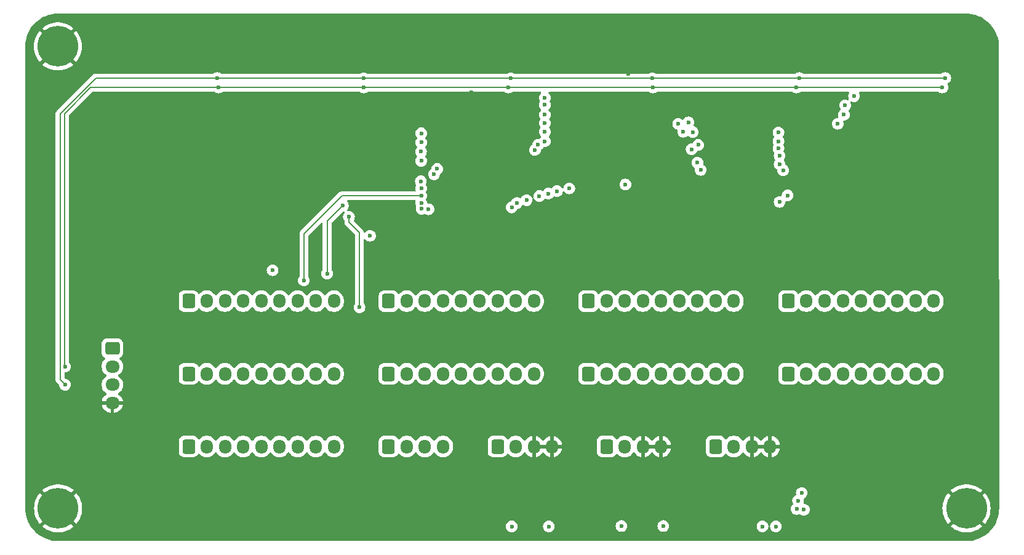
<source format=gbr>
%TF.GenerationSoftware,KiCad,Pcbnew,8.0.6*%
%TF.CreationDate,2024-12-01T20:19:37+01:00*%
%TF.ProjectId,puzzle1,70757a7a-6c65-4312-9e6b-696361645f70,rev?*%
%TF.SameCoordinates,Original*%
%TF.FileFunction,Copper,L4,Bot*%
%TF.FilePolarity,Positive*%
%FSLAX46Y46*%
G04 Gerber Fmt 4.6, Leading zero omitted, Abs format (unit mm)*
G04 Created by KiCad (PCBNEW 8.0.6) date 2024-12-01 20:19:37*
%MOMM*%
%LPD*%
G01*
G04 APERTURE LIST*
G04 Aperture macros list*
%AMRoundRect*
0 Rectangle with rounded corners*
0 $1 Rounding radius*
0 $2 $3 $4 $5 $6 $7 $8 $9 X,Y pos of 4 corners*
0 Add a 4 corners polygon primitive as box body*
4,1,4,$2,$3,$4,$5,$6,$7,$8,$9,$2,$3,0*
0 Add four circle primitives for the rounded corners*
1,1,$1+$1,$2,$3*
1,1,$1+$1,$4,$5*
1,1,$1+$1,$6,$7*
1,1,$1+$1,$8,$9*
0 Add four rect primitives between the rounded corners*
20,1,$1+$1,$2,$3,$4,$5,0*
20,1,$1+$1,$4,$5,$6,$7,0*
20,1,$1+$1,$6,$7,$8,$9,0*
20,1,$1+$1,$8,$9,$2,$3,0*%
G04 Aperture macros list end*
%ADD10C,0.300000*%
%TA.AperFunction,NonConductor*%
%ADD11C,0.300000*%
%TD*%
%TA.AperFunction,ComponentPad*%
%ADD12C,5.600000*%
%TD*%
%TA.AperFunction,ComponentPad*%
%ADD13RoundRect,0.250000X-0.600000X-0.725000X0.600000X-0.725000X0.600000X0.725000X-0.600000X0.725000X0*%
%TD*%
%TA.AperFunction,ComponentPad*%
%ADD14O,1.700000X1.950000*%
%TD*%
%TA.AperFunction,ComponentPad*%
%ADD15RoundRect,0.250000X-0.725000X0.600000X-0.725000X-0.600000X0.725000X-0.600000X0.725000X0.600000X0*%
%TD*%
%TA.AperFunction,ComponentPad*%
%ADD16O,1.950000X1.700000*%
%TD*%
%TA.AperFunction,ViaPad*%
%ADD17C,0.600000*%
%TD*%
%TA.AperFunction,Conductor*%
%ADD18C,0.200000*%
%TD*%
G04 APERTURE END LIST*
D10*
D11*
X127652632Y-83400828D02*
X127652632Y-84400828D01*
X128009774Y-82829400D02*
X128366917Y-83900828D01*
X128366917Y-83900828D02*
X127438346Y-83900828D01*
D12*
%TO.P,H2,1,1*%
%TO.N,GND*%
X30035534Y-121514466D03*
%TD*%
D13*
%TO.P,Row8,1,Pin_1*%
%TO.N,/Connectors/GPIO_64*%
X130500000Y-103000000D03*
D14*
%TO.P,Row8,2,Pin_2*%
%TO.N,/Connectors/GPIO_65*%
X133000000Y-103000000D03*
%TO.P,Row8,3,Pin_3*%
%TO.N,/Connectors/GPIO_66*%
X135500000Y-103000000D03*
%TO.P,Row8,4,Pin_4*%
%TO.N,/Connectors/GPIO_67*%
X138000000Y-103000000D03*
%TO.P,Row8,5,Pin_5*%
%TO.N,/Connectors/GPIO_68*%
X140500000Y-103000000D03*
%TO.P,Row8,6,Pin_6*%
%TO.N,/Connectors/GPIO_69*%
X143000000Y-103000000D03*
%TO.P,Row8,7,Pin_7*%
%TO.N,/Connectors/GPIO_70*%
X145500000Y-103000000D03*
%TO.P,Row8,8,Pin_8*%
%TO.N,/Connectors/GPIO_71*%
X148000000Y-103000000D03*
%TO.P,Row8,9,Pin_9*%
%TO.N,/Connectors/GPIO_72*%
X150500000Y-103000000D03*
%TD*%
D13*
%TO.P,Row9,1,Pin_1*%
%TO.N,/Connectors/GPIO_73*%
X48000000Y-113000000D03*
D14*
%TO.P,Row9,2,Pin_2*%
%TO.N,/Connectors/GPIO_74*%
X50500000Y-113000000D03*
%TO.P,Row9,3,Pin_3*%
%TO.N,/Connectors/GPIO_75*%
X53000000Y-113000000D03*
%TO.P,Row9,4,Pin_4*%
%TO.N,/Connectors/GPIO_76*%
X55500000Y-113000000D03*
%TO.P,Row9,5,Pin_5*%
%TO.N,/Connectors/GPIO_77*%
X58000000Y-113000000D03*
%TO.P,Row9,6,Pin_6*%
%TO.N,/Connectors/GPIO_78*%
X60500000Y-113000000D03*
%TO.P,Row9,7,Pin_7*%
%TO.N,/Connectors/GPIO_79*%
X63000000Y-113000000D03*
%TO.P,Row9,8,Pin_8*%
%TO.N,/Connectors/GPIO_80*%
X65500000Y-113000000D03*
%TO.P,Row9,9,Pin_9*%
%TO.N,/Connectors/GPIO_81*%
X68000000Y-113000000D03*
%TD*%
D13*
%TO.P,LED2,1,Pin_1*%
%TO.N,Net-(J13-Pin_1)*%
X105500000Y-113000000D03*
D14*
%TO.P,LED2,2,Pin_2*%
%TO.N,Net-(J13-Pin_2)*%
X108000000Y-113000000D03*
%TO.P,LED2,3,Pin_3*%
%TO.N,GND*%
X110500000Y-113000000D03*
%TO.P,LED2,4,Pin_4*%
X113000000Y-113000000D03*
%TD*%
D13*
%TO.P,Row7,1,Pin_1*%
%TO.N,/Connectors/GPIO_55*%
X103000000Y-103000000D03*
D14*
%TO.P,Row7,2,Pin_2*%
%TO.N,/Connectors/GPIO_56*%
X105500000Y-103000000D03*
%TO.P,Row7,3,Pin_3*%
%TO.N,/Connectors/GPIO_57*%
X108000000Y-103000000D03*
%TO.P,Row7,4,Pin_4*%
%TO.N,/Connectors/GPIO_58*%
X110500000Y-103000000D03*
%TO.P,Row7,5,Pin_5*%
%TO.N,/Connectors/GPIO_59*%
X113000000Y-103000000D03*
%TO.P,Row7,6,Pin_6*%
%TO.N,/Connectors/GPIO_60*%
X115500000Y-103000000D03*
%TO.P,Row7,7,Pin_7*%
%TO.N,/Connectors/GPIO_61*%
X118000000Y-103000000D03*
%TO.P,Row7,8,Pin_8*%
%TO.N,/Connectors/GPIO_62*%
X120500000Y-103000000D03*
%TO.P,Row7,9,Pin_9*%
%TO.N,/Connectors/GPIO_63*%
X123000000Y-103000000D03*
%TD*%
D13*
%TO.P,Row4,1,Pin_1*%
%TO.N,/Connectors/GPIO_28*%
X130500000Y-93000000D03*
D14*
%TO.P,Row4,2,Pin_2*%
%TO.N,/Connectors/GPIO_29*%
X133000000Y-93000000D03*
%TO.P,Row4,3,Pin_3*%
%TO.N,/Connectors/GPIO_30*%
X135500000Y-93000000D03*
%TO.P,Row4,4,Pin_4*%
%TO.N,/Connectors/GPIO_31*%
X138000000Y-93000000D03*
%TO.P,Row4,5,Pin_5*%
%TO.N,/Connectors/GPIO_32*%
X140500000Y-93000000D03*
%TO.P,Row4,6,Pin_6*%
%TO.N,/Connectors/GPIO_33*%
X143000000Y-93000000D03*
%TO.P,Row4,7,Pin_7*%
%TO.N,/Connectors/GPIO_34*%
X145500000Y-93000000D03*
%TO.P,Row4,8,Pin_8*%
%TO.N,/Connectors/GPIO_35*%
X148000000Y-93000000D03*
%TO.P,Row4,9,Pin_9*%
%TO.N,/Connectors/GPIO_36*%
X150500000Y-93000000D03*
%TD*%
D12*
%TO.P,H1,1,1*%
%TO.N,GND*%
X155014466Y-121514466D03*
%TD*%
D13*
%TO.P,Row3,1,Pin_1*%
%TO.N,/Connectors/GPIO_19*%
X103000000Y-93000000D03*
D14*
%TO.P,Row3,2,Pin_2*%
%TO.N,/Connectors/GPIO_20*%
X105500000Y-93000000D03*
%TO.P,Row3,3,Pin_3*%
%TO.N,/Connectors/GPIO_21*%
X108000000Y-93000000D03*
%TO.P,Row3,4,Pin_4*%
%TO.N,/Connectors/GPIO_22*%
X110500000Y-93000000D03*
%TO.P,Row3,5,Pin_5*%
%TO.N,/Connectors/GPIO_23*%
X113000000Y-93000000D03*
%TO.P,Row3,6,Pin_6*%
%TO.N,/Connectors/GPIO_24*%
X115500000Y-93000000D03*
%TO.P,Row3,7,Pin_7*%
%TO.N,/Connectors/GPIO_25*%
X118000000Y-93000000D03*
%TO.P,Row3,8,Pin_8*%
%TO.N,/Connectors/GPIO_26*%
X120500000Y-93000000D03*
%TO.P,Row3,9,Pin_9*%
%TO.N,/Connectors/GPIO_27*%
X123000000Y-93000000D03*
%TD*%
D13*
%TO.P,WireTriggers,1,Pin_1*%
%TO.N,VCC*%
X75500000Y-113000000D03*
D14*
%TO.P,WireTriggers,2,Pin_2*%
%TO.N,/Connectors/GPIO_82*%
X78000000Y-113000000D03*
%TO.P,WireTriggers,3,Pin_3*%
%TO.N,/Connectors/GPIO_83*%
X80500000Y-113000000D03*
%TO.P,WireTriggers,4,Pin_4*%
%TO.N,/Connectors/GPIO_84*%
X83000000Y-113000000D03*
%TD*%
D13*
%TO.P,LED1,1,Pin_1*%
%TO.N,Net-(J12-Pin_1)*%
X90500000Y-113000000D03*
D14*
%TO.P,LED1,2,Pin_2*%
%TO.N,Net-(J12-Pin_2)*%
X93000000Y-113000000D03*
%TO.P,LED1,3,Pin_3*%
%TO.N,GND*%
X95500000Y-113000000D03*
%TO.P,LED1,4,Pin_4*%
X98000000Y-113000000D03*
%TD*%
D13*
%TO.P,Row1,1,Pin_1*%
%TO.N,/Connectors/GPIO_1*%
X48000000Y-93000000D03*
D14*
%TO.P,Row1,2,Pin_2*%
%TO.N,/Connectors/GPIO_2*%
X50500000Y-93000000D03*
%TO.P,Row1,3,Pin_3*%
%TO.N,/Connectors/GPIO_3*%
X53000000Y-93000000D03*
%TO.P,Row1,4,Pin_4*%
%TO.N,/Connectors/GPIO_4*%
X55500000Y-93000000D03*
%TO.P,Row1,5,Pin_5*%
%TO.N,/Connectors/GPIO_5*%
X58000000Y-93000000D03*
%TO.P,Row1,6,Pin_6*%
%TO.N,/Connectors/GPIO_6*%
X60500000Y-93000000D03*
%TO.P,Row1,7,Pin_7*%
%TO.N,/Connectors/GPIO_7*%
X63000000Y-93000000D03*
%TO.P,Row1,8,Pin_8*%
%TO.N,/Connectors/GPIO_8*%
X65500000Y-93000000D03*
%TO.P,Row1,9,Pin_9*%
%TO.N,/Connectors/GPIO_9*%
X68000000Y-93000000D03*
%TD*%
D13*
%TO.P,Row6,1,Pin_1*%
%TO.N,/Connectors/GPIO_46*%
X75500000Y-103000000D03*
D14*
%TO.P,Row6,2,Pin_2*%
%TO.N,/Connectors/GPIO_47*%
X78000000Y-103000000D03*
%TO.P,Row6,3,Pin_3*%
%TO.N,/Connectors/GPIO_48*%
X80500000Y-103000000D03*
%TO.P,Row6,4,Pin_4*%
%TO.N,/Connectors/GPIO_49*%
X83000000Y-103000000D03*
%TO.P,Row6,5,Pin_5*%
%TO.N,/Connectors/GPIO_50*%
X85500000Y-103000000D03*
%TO.P,Row6,6,Pin_6*%
%TO.N,/Connectors/GPIO_51*%
X88000000Y-103000000D03*
%TO.P,Row6,7,Pin_7*%
%TO.N,/Connectors/GPIO_52*%
X90500000Y-103000000D03*
%TO.P,Row6,8,Pin_8*%
%TO.N,/Connectors/GPIO_53*%
X93000000Y-103000000D03*
%TO.P,Row6,9,Pin_9*%
%TO.N,/Connectors/GPIO_54*%
X95500000Y-103000000D03*
%TD*%
D12*
%TO.P,H3,1,1*%
%TO.N,GND*%
X30000000Y-57950000D03*
%TD*%
D13*
%TO.P,Row2,1,Pin_1*%
%TO.N,/Connectors/GPIO_10*%
X75500000Y-93000000D03*
D14*
%TO.P,Row2,2,Pin_2*%
%TO.N,/Connectors/GPIO_11*%
X78000000Y-93000000D03*
%TO.P,Row2,3,Pin_3*%
%TO.N,/Connectors/GPIO_12*%
X80500000Y-93000000D03*
%TO.P,Row2,4,Pin_4*%
%TO.N,/Connectors/GPIO_13*%
X83000000Y-93000000D03*
%TO.P,Row2,5,Pin_5*%
%TO.N,/Connectors/GPIO_14*%
X85500000Y-93000000D03*
%TO.P,Row2,6,Pin_6*%
%TO.N,/Connectors/GPIO_15*%
X88000000Y-93000000D03*
%TO.P,Row2,7,Pin_7*%
%TO.N,/Connectors/GPIO_16*%
X90500000Y-93000000D03*
%TO.P,Row2,8,Pin_8*%
%TO.N,/Connectors/GPIO_17*%
X93000000Y-93000000D03*
%TO.P,Row2,9,Pin_9*%
%TO.N,/Connectors/GPIO_18*%
X95500000Y-93000000D03*
%TD*%
D13*
%TO.P,Row5,1,Pin_1*%
%TO.N,/Connectors/GPIO_37*%
X48000000Y-103000000D03*
D14*
%TO.P,Row5,2,Pin_2*%
%TO.N,/Connectors/GPIO_38*%
X50500000Y-103000000D03*
%TO.P,Row5,3,Pin_3*%
%TO.N,/Connectors/GPIO_39*%
X53000000Y-103000000D03*
%TO.P,Row5,4,Pin_4*%
%TO.N,/Connectors/GPIO_40*%
X55500000Y-103000000D03*
%TO.P,Row5,5,Pin_5*%
%TO.N,/Connectors/GPIO_41*%
X58000000Y-103000000D03*
%TO.P,Row5,6,Pin_6*%
%TO.N,/Connectors/GPIO_42*%
X60500000Y-103000000D03*
%TO.P,Row5,7,Pin_7*%
%TO.N,/Connectors/GPIO_43*%
X63000000Y-103000000D03*
%TO.P,Row5,8,Pin_8*%
%TO.N,/Connectors/GPIO_44*%
X65500000Y-103000000D03*
%TO.P,Row5,9,Pin_9*%
%TO.N,/Connectors/GPIO_45*%
X68000000Y-103000000D03*
%TD*%
D13*
%TO.P,LED3,1,Pin_1*%
%TO.N,Net-(J14-Pin_1)*%
X120500000Y-113000000D03*
D14*
%TO.P,LED3,2,Pin_2*%
%TO.N,Net-(J14-Pin_2)*%
X123000000Y-113000000D03*
%TO.P,LED3,3,Pin_3*%
%TO.N,GND*%
X125500000Y-113000000D03*
%TO.P,LED3,4,Pin_4*%
X128000000Y-113000000D03*
%TD*%
D15*
%TO.P,Input,1,Pin_1*%
%TO.N,VCC*%
X37500000Y-99500000D03*
D16*
%TO.P,Input,2,Pin_2*%
%TO.N,/SCL*%
X37500000Y-102000000D03*
%TO.P,Input,3,Pin_3*%
%TO.N,/SDA*%
X37500000Y-104500000D03*
%TO.P,Input,4,Pin_4*%
%TO.N,GND*%
X37500000Y-107000000D03*
%TD*%
D17*
%TO.N,/SCL*%
X92000000Y-63600000D03*
X131600000Y-63600000D03*
X72100000Y-63600000D03*
X111900000Y-63600000D03*
X151700000Y-63600000D03*
X52100000Y-63600000D03*
X31000000Y-102000000D03*
%TO.N,/SDA*%
X132000000Y-62300000D03*
X51900000Y-62300000D03*
X92300000Y-62325000D03*
X31000000Y-104500000D03*
X111800000Y-62325000D03*
X72100000Y-62325000D03*
X152100000Y-62300000D03*
%TO.N,GND*%
X148150000Y-59700000D03*
X108275000Y-58275000D03*
X147000000Y-74970000D03*
X136050000Y-64800000D03*
X86925000Y-64275000D03*
X88275000Y-58000000D03*
X46560000Y-75040000D03*
X108500000Y-61700000D03*
X127000000Y-73300000D03*
X48050000Y-59600000D03*
X52050000Y-64880000D03*
X128250000Y-59750000D03*
X95700000Y-64400000D03*
X86550000Y-74250000D03*
X68275000Y-59400000D03*
X66800000Y-74970000D03*
%TO.N,/Connectors/GPIO_39*%
X79970000Y-72430000D03*
%TO.N,/Connectors/GPIO_44*%
X63850000Y-90150000D03*
X80000000Y-78500000D03*
%TO.N,/Connectors/GPIO_40*%
X80000000Y-73700000D03*
%TO.N,/Connectors/GPIO_45*%
X69219001Y-79859500D03*
X80000000Y-77500000D03*
X67050000Y-89200000D03*
%TO.N,/Connectors/GPIO_38*%
X80000000Y-71160000D03*
%TO.N,/Connectors/GPIO_41*%
X81000000Y-80350000D03*
%TO.N,/Connectors/GPIO_43*%
X72950000Y-84000000D03*
X80000000Y-79500000D03*
%TO.N,/Connectors/GPIO_37*%
X80000000Y-69900000D03*
%TO.N,/Connectors/GPIO_42*%
X80049264Y-80299264D03*
X59550000Y-88750000D03*
%TO.N,/Connectors/GPIO_53*%
X97000000Y-69700000D03*
%TO.N,/Connectors/GPIO_52*%
X97000000Y-68500000D03*
%TO.N,/Connectors/GPIO_54*%
X97000000Y-71000000D03*
%TO.N,/Connectors/GPIO_46*%
X71500000Y-93850000D03*
X70050000Y-81400000D03*
X79950000Y-76500000D03*
%TO.N,/Connectors/GPIO_47*%
X81750000Y-75550000D03*
%TO.N,/Connectors/GPIO_50*%
X97000000Y-66000000D03*
%TO.N,/Connectors/GPIO_51*%
X97000000Y-67350000D03*
%TO.N,/Connectors/GPIO_48*%
X82200000Y-74800000D03*
%TO.N,/Connectors/GPIO_49*%
X97000000Y-65000000D03*
%TO.N,/Connectors/GPIO_60*%
X96250000Y-78550000D03*
%TO.N,/Connectors/GPIO_56*%
X95650000Y-72200000D03*
%TO.N,/Connectors/GPIO_55*%
X96050000Y-71500000D03*
%TO.N,/Connectors/GPIO_59*%
X94500000Y-79100000D03*
%TO.N,/Connectors/GPIO_62*%
X98674264Y-77874264D03*
%TO.N,/Connectors/GPIO_63*%
X100366022Y-77479656D03*
%TO.N,/Connectors/GPIO_58*%
X93150000Y-79500000D03*
%TO.N,/Connectors/GPIO_57*%
X92450000Y-80100000D03*
%TO.N,/Connectors/GPIO_61*%
X97500000Y-78200000D03*
%TO.N,/Connectors/GPIO_67*%
X116750000Y-68400000D03*
%TO.N,/Connectors/GPIO_69*%
X117200000Y-72100000D03*
%TO.N,/Connectors/GPIO_64*%
X108100000Y-76950000D03*
%TO.N,/Connectors/GPIO_70*%
X118100000Y-71500000D03*
%TO.N,/Connectors/GPIO_72*%
X118450000Y-74950000D03*
%TO.N,/Connectors/GPIO_68*%
X117350000Y-69750000D03*
%TO.N,/Connectors/GPIO_71*%
X118000000Y-73950000D03*
%TO.N,/Connectors/GPIO_66*%
X116050000Y-69700000D03*
%TO.N,/Connectors/GPIO_65*%
X115350000Y-68600000D03*
%TO.N,/Connectors/GPIO_73*%
X129800000Y-75000000D03*
%TO.N,/Connectors/GPIO_80*%
X129300000Y-79350000D03*
%TO.N,/Connectors/GPIO_78*%
X129150000Y-69800000D03*
%TO.N,/Connectors/GPIO_74*%
X129300000Y-74150000D03*
%TO.N,/Connectors/GPIO_77*%
X129150000Y-71000000D03*
%TO.N,/Connectors/GPIO_75*%
X129300000Y-73000000D03*
%TO.N,/Connectors/GPIO_79*%
X130400000Y-78450000D03*
%TO.N,/Connectors/GPIO_76*%
X129150000Y-71950000D03*
%TO.N,/Connectors/GPIO_81*%
X139550000Y-64800000D03*
%TO.N,/Connectors/GPIO_82*%
X138324075Y-66073429D03*
%TO.N,/Connectors/GPIO_84*%
X137300000Y-68600000D03*
%TO.N,/Connectors/GPIO_83*%
X138150000Y-67350000D03*
%TO.N,/Connectors/GPIO_85*%
X132350000Y-119400000D03*
X92450000Y-124000000D03*
%TO.N,/Connectors/GPIO_86*%
X131850000Y-120450000D03*
X97550000Y-124000000D03*
%TO.N,/Connectors/GPIO_87*%
X107550000Y-123950000D03*
X131650000Y-121600000D03*
%TO.N,/Connectors/GPIO_88*%
X132650000Y-121700000D03*
X113300000Y-123950000D03*
%TO.N,/Connectors/GPIO_90*%
X128800000Y-124000000D03*
X126950000Y-124000000D03*
%TD*%
D18*
%TO.N,/SCL*%
X151700000Y-63600000D02*
X151800000Y-63600000D01*
X84600000Y-63600000D02*
X92000000Y-63600000D01*
X30900000Y-101900000D02*
X30900000Y-67200000D01*
X101500000Y-63600000D02*
X111900000Y-63600000D01*
X51100000Y-63600000D02*
X52100000Y-63600000D01*
X92000000Y-63600000D02*
X101500000Y-63600000D01*
X72100000Y-63600000D02*
X84600000Y-63600000D01*
X31000000Y-102000000D02*
X30900000Y-101900000D01*
X52100000Y-63600000D02*
X72100000Y-63600000D01*
X34500000Y-63600000D02*
X51100000Y-63600000D01*
X128300000Y-63600000D02*
X131600000Y-63600000D01*
X30900000Y-67200000D02*
X34500000Y-63600000D01*
X131600000Y-63600000D02*
X151700000Y-63600000D01*
X111900000Y-63600000D02*
X128300000Y-63600000D01*
%TO.N,/SDA*%
X52000000Y-62300000D02*
X52025000Y-62325000D01*
X92300000Y-62325000D02*
X111800000Y-62325000D01*
X152100000Y-62300000D02*
X152300000Y-62300000D01*
X128075000Y-62325000D02*
X128100000Y-62300000D01*
X128100000Y-62300000D02*
X132000000Y-62300000D01*
X30300000Y-103800000D02*
X30300000Y-102700000D01*
X92300000Y-62325000D02*
X72100000Y-62325000D01*
X35234315Y-62300000D02*
X51900000Y-62300000D01*
X132000000Y-62300000D02*
X152100000Y-62300000D01*
X31000000Y-104500000D02*
X30300000Y-103800000D01*
X111800000Y-62325000D02*
X128075000Y-62325000D01*
X52025000Y-62325000D02*
X72100000Y-62325000D01*
X51900000Y-62300000D02*
X52000000Y-62300000D01*
X30300000Y-102700000D02*
X30300000Y-67234315D01*
X30300000Y-67234315D02*
X35234315Y-62300000D01*
%TO.N,GND*%
X99900000Y-111250000D02*
X99750000Y-111250000D01*
X108275000Y-58275000D02*
X108500000Y-58500000D01*
X108500000Y-58500000D02*
X108500000Y-61700000D01*
X115250000Y-111250000D02*
X114750000Y-111250000D01*
%TO.N,/Connectors/GPIO_44*%
X63850000Y-83750000D02*
X69100000Y-78500000D01*
X63850000Y-90150000D02*
X63850000Y-83750000D01*
X69100000Y-78500000D02*
X80000000Y-78500000D01*
%TO.N,/Connectors/GPIO_45*%
X67050000Y-82000000D02*
X69200000Y-79850000D01*
X67050000Y-89200000D02*
X67050000Y-82000000D01*
%TO.N,/Connectors/GPIO_46*%
X71500000Y-93850000D02*
X71500000Y-83600000D01*
X71500000Y-83600000D02*
X70950000Y-83050000D01*
X70050000Y-82150000D02*
X70050000Y-81400000D01*
X70950000Y-83050000D02*
X70050000Y-82150000D01*
%TD*%
%TA.AperFunction,Conductor*%
%TO.N,GND*%
G36*
X97557370Y-112816657D02*
G01*
X97525000Y-112937465D01*
X97525000Y-113062535D01*
X97557370Y-113183343D01*
X97595854Y-113250000D01*
X95904146Y-113250000D01*
X95942630Y-113183343D01*
X95975000Y-113062535D01*
X95975000Y-112937465D01*
X95942630Y-112816657D01*
X95904146Y-112750000D01*
X97595854Y-112750000D01*
X97557370Y-112816657D01*
G37*
%TD.AperFunction*%
%TA.AperFunction,Conductor*%
G36*
X112557370Y-112816657D02*
G01*
X112525000Y-112937465D01*
X112525000Y-113062535D01*
X112557370Y-113183343D01*
X112595854Y-113250000D01*
X110904146Y-113250000D01*
X110942630Y-113183343D01*
X110975000Y-113062535D01*
X110975000Y-112937465D01*
X110942630Y-112816657D01*
X110904146Y-112750000D01*
X112595854Y-112750000D01*
X112557370Y-112816657D01*
G37*
%TD.AperFunction*%
%TA.AperFunction,Conductor*%
G36*
X127557370Y-112816657D02*
G01*
X127525000Y-112937465D01*
X127525000Y-113062535D01*
X127557370Y-113183343D01*
X127595854Y-113250000D01*
X125904146Y-113250000D01*
X125942630Y-113183343D01*
X125975000Y-113062535D01*
X125975000Y-112937465D01*
X125942630Y-112816657D01*
X125904146Y-112750000D01*
X127595854Y-112750000D01*
X127557370Y-112816657D01*
G37*
%TD.AperFunction*%
%TA.AperFunction,Conductor*%
G36*
X154952702Y-53450618D02*
G01*
X154965287Y-53451167D01*
X155341127Y-53467576D01*
X155351864Y-53468516D01*
X155734653Y-53518911D01*
X155745280Y-53520784D01*
X156122225Y-53604351D01*
X156132645Y-53607143D01*
X156500865Y-53723242D01*
X156511019Y-53726938D01*
X156867709Y-53874685D01*
X156877501Y-53879251D01*
X157219965Y-54057526D01*
X157229305Y-54062919D01*
X157532808Y-54256272D01*
X157554915Y-54270356D01*
X157563776Y-54276560D01*
X157870069Y-54511587D01*
X157878356Y-54518541D01*
X158162990Y-54779360D01*
X158170639Y-54787009D01*
X158431458Y-55071643D01*
X158438412Y-55079930D01*
X158673439Y-55386223D01*
X158679643Y-55395084D01*
X158710617Y-55443703D01*
X158874056Y-55700250D01*
X158887072Y-55720680D01*
X158892481Y-55730048D01*
X159070745Y-56072492D01*
X159075317Y-56082296D01*
X159223060Y-56438978D01*
X159226760Y-56449143D01*
X159342851Y-56817336D01*
X159345651Y-56827786D01*
X159429212Y-57204707D01*
X159431090Y-57215360D01*
X159481481Y-57598115D01*
X159482424Y-57608891D01*
X159499382Y-57997297D01*
X159499500Y-58002706D01*
X159499500Y-58074003D01*
X159499516Y-58074256D01*
X159513965Y-121511750D01*
X159513847Y-121517186D01*
X159497083Y-121901220D01*
X159496140Y-121911997D01*
X159446320Y-122290429D01*
X159444442Y-122301082D01*
X159361827Y-122673745D01*
X159359027Y-122684194D01*
X159244248Y-123048231D01*
X159240548Y-123058396D01*
X159094479Y-123411040D01*
X159089907Y-123420845D01*
X158913659Y-123759416D01*
X158908251Y-123768784D01*
X158703157Y-124090719D01*
X158696952Y-124099580D01*
X158464592Y-124402398D01*
X158457638Y-124410685D01*
X158199759Y-124692110D01*
X158192110Y-124699759D01*
X157910685Y-124957638D01*
X157902398Y-124964592D01*
X157599580Y-125196952D01*
X157590719Y-125203157D01*
X157268784Y-125408251D01*
X157259416Y-125413659D01*
X156920845Y-125589907D01*
X156911040Y-125594479D01*
X156558396Y-125740548D01*
X156548231Y-125744248D01*
X156184194Y-125859027D01*
X156173745Y-125861827D01*
X155801082Y-125944442D01*
X155790429Y-125946320D01*
X155411997Y-125996140D01*
X155401220Y-125997083D01*
X155017172Y-126013847D01*
X155011764Y-126013965D01*
X154940983Y-126013965D01*
X154940967Y-126013966D01*
X30038240Y-126013966D01*
X30032831Y-126013848D01*
X29648781Y-125997080D01*
X29638007Y-125996137D01*
X29259604Y-125946320D01*
X29259574Y-125946316D01*
X29248924Y-125944438D01*
X28876258Y-125861820D01*
X28865811Y-125859021D01*
X28501778Y-125744242D01*
X28491612Y-125740542D01*
X28138960Y-125594469D01*
X28129156Y-125589897D01*
X27790590Y-125413650D01*
X27781222Y-125408242D01*
X27459288Y-125203148D01*
X27450427Y-125196943D01*
X27147602Y-124964577D01*
X27139315Y-124957623D01*
X26857897Y-124699751D01*
X26850248Y-124692102D01*
X26592376Y-124410684D01*
X26585422Y-124402397D01*
X26353056Y-124099572D01*
X26346851Y-124090711D01*
X26310465Y-124033597D01*
X26141756Y-123768776D01*
X26136349Y-123759409D01*
X26079642Y-123650476D01*
X25960099Y-123420836D01*
X25955533Y-123411045D01*
X25809453Y-123058377D01*
X25805757Y-123048221D01*
X25690975Y-122684177D01*
X25688182Y-122673757D01*
X25605557Y-122301057D01*
X25603684Y-122290429D01*
X25553860Y-121911972D01*
X25552920Y-121901238D01*
X25536152Y-121517167D01*
X25536093Y-121514463D01*
X26730687Y-121514463D01*
X26730687Y-121514468D01*
X26750060Y-121871780D01*
X26750061Y-121871797D01*
X26807949Y-122224897D01*
X26807955Y-122224923D01*
X26903681Y-122569698D01*
X26903683Y-122569705D01*
X27036131Y-122902125D01*
X27036140Y-122902143D01*
X27203752Y-123218293D01*
X27404558Y-123514460D01*
X27404569Y-123514474D01*
X27531975Y-123664468D01*
X27531976Y-123664468D01*
X28741281Y-122455163D01*
X28815122Y-122556796D01*
X28993204Y-122734878D01*
X29094834Y-122808717D01*
X27882791Y-124020760D01*
X27896029Y-124033302D01*
X28180901Y-124249854D01*
X28180904Y-124249856D01*
X28487524Y-124434342D01*
X28812273Y-124584588D01*
X28812278Y-124584589D01*
X29151389Y-124698849D01*
X29500873Y-124775777D01*
X29856609Y-124814465D01*
X29856619Y-124814466D01*
X30214449Y-124814466D01*
X30214458Y-124814465D01*
X30570194Y-124775777D01*
X30919678Y-124698849D01*
X31258789Y-124584589D01*
X31258794Y-124584588D01*
X31583543Y-124434342D01*
X31890163Y-124249856D01*
X31890166Y-124249854D01*
X32175043Y-124033297D01*
X32188276Y-124020761D01*
X32188276Y-124020760D01*
X32167512Y-123999996D01*
X91644435Y-123999996D01*
X91644435Y-124000003D01*
X91664630Y-124179249D01*
X91664631Y-124179254D01*
X91724211Y-124349523D01*
X91762642Y-124410685D01*
X91820184Y-124502262D01*
X91947738Y-124629816D01*
X92020902Y-124675788D01*
X92080781Y-124713413D01*
X92100478Y-124725789D01*
X92270745Y-124785368D01*
X92270750Y-124785369D01*
X92449996Y-124805565D01*
X92450000Y-124805565D01*
X92450004Y-124805565D01*
X92629249Y-124785369D01*
X92629252Y-124785368D01*
X92629255Y-124785368D01*
X92799522Y-124725789D01*
X92952262Y-124629816D01*
X93079816Y-124502262D01*
X93175789Y-124349522D01*
X93235368Y-124179255D01*
X93241002Y-124129254D01*
X93255565Y-124000003D01*
X93255565Y-123999996D01*
X96744435Y-123999996D01*
X96744435Y-124000003D01*
X96764630Y-124179249D01*
X96764631Y-124179254D01*
X96824211Y-124349523D01*
X96862642Y-124410685D01*
X96920184Y-124502262D01*
X97047738Y-124629816D01*
X97120902Y-124675788D01*
X97180781Y-124713413D01*
X97200478Y-124725789D01*
X97370745Y-124785368D01*
X97370750Y-124785369D01*
X97549996Y-124805565D01*
X97550000Y-124805565D01*
X97550004Y-124805565D01*
X97729249Y-124785369D01*
X97729252Y-124785368D01*
X97729255Y-124785368D01*
X97899522Y-124725789D01*
X98052262Y-124629816D01*
X98179816Y-124502262D01*
X98275789Y-124349522D01*
X98335368Y-124179255D01*
X98341002Y-124129254D01*
X98355565Y-124000003D01*
X98355565Y-123999996D01*
X98349931Y-123949996D01*
X106744435Y-123949996D01*
X106744435Y-123950003D01*
X106764630Y-124129249D01*
X106764631Y-124129254D01*
X106824211Y-124299523D01*
X106888852Y-124402397D01*
X106920184Y-124452262D01*
X107047738Y-124579816D01*
X107200478Y-124675789D01*
X107343367Y-124725788D01*
X107370745Y-124735368D01*
X107370750Y-124735369D01*
X107549996Y-124755565D01*
X107550000Y-124755565D01*
X107550004Y-124755565D01*
X107729249Y-124735369D01*
X107729252Y-124735368D01*
X107729255Y-124735368D01*
X107899522Y-124675789D01*
X108052262Y-124579816D01*
X108179816Y-124452262D01*
X108275789Y-124299522D01*
X108335368Y-124129255D01*
X108338712Y-124099580D01*
X108355565Y-123950003D01*
X108355565Y-123949996D01*
X112494435Y-123949996D01*
X112494435Y-123950003D01*
X112514630Y-124129249D01*
X112514631Y-124129254D01*
X112574211Y-124299523D01*
X112638852Y-124402397D01*
X112670184Y-124452262D01*
X112797738Y-124579816D01*
X112950478Y-124675789D01*
X113093367Y-124725788D01*
X113120745Y-124735368D01*
X113120750Y-124735369D01*
X113299996Y-124755565D01*
X113300000Y-124755565D01*
X113300004Y-124755565D01*
X113479249Y-124735369D01*
X113479252Y-124735368D01*
X113479255Y-124735368D01*
X113649522Y-124675789D01*
X113802262Y-124579816D01*
X113929816Y-124452262D01*
X114025789Y-124299522D01*
X114085368Y-124129255D01*
X114088712Y-124099580D01*
X114099932Y-123999996D01*
X126144435Y-123999996D01*
X126144435Y-124000003D01*
X126164630Y-124179249D01*
X126164631Y-124179254D01*
X126224211Y-124349523D01*
X126262642Y-124410685D01*
X126320184Y-124502262D01*
X126447738Y-124629816D01*
X126520902Y-124675788D01*
X126580781Y-124713413D01*
X126600478Y-124725789D01*
X126770745Y-124785368D01*
X126770750Y-124785369D01*
X126949996Y-124805565D01*
X126950000Y-124805565D01*
X126950004Y-124805565D01*
X127129249Y-124785369D01*
X127129252Y-124785368D01*
X127129255Y-124785368D01*
X127299522Y-124725789D01*
X127452262Y-124629816D01*
X127579816Y-124502262D01*
X127675789Y-124349522D01*
X127735368Y-124179255D01*
X127741002Y-124129254D01*
X127751780Y-124033597D01*
X127765830Y-124000158D01*
X127765673Y-123999840D01*
X127984169Y-123999840D01*
X127997140Y-124026086D01*
X127998220Y-124033597D01*
X128014630Y-124179249D01*
X128014631Y-124179254D01*
X128074211Y-124349523D01*
X128112642Y-124410685D01*
X128170184Y-124502262D01*
X128297738Y-124629816D01*
X128370902Y-124675788D01*
X128430781Y-124713413D01*
X128450478Y-124725789D01*
X128620745Y-124785368D01*
X128620750Y-124785369D01*
X128799996Y-124805565D01*
X128800000Y-124805565D01*
X128800004Y-124805565D01*
X128979249Y-124785369D01*
X128979252Y-124785368D01*
X128979255Y-124785368D01*
X129149522Y-124725789D01*
X129302262Y-124629816D01*
X129429816Y-124502262D01*
X129525789Y-124349522D01*
X129585368Y-124179255D01*
X129591002Y-124129254D01*
X129605565Y-124000003D01*
X129605565Y-123999996D01*
X129585369Y-123820750D01*
X129585368Y-123820745D01*
X129563908Y-123759416D01*
X129525789Y-123650478D01*
X129429816Y-123497738D01*
X129302262Y-123370184D01*
X129222688Y-123320184D01*
X129149523Y-123274211D01*
X128979254Y-123214631D01*
X128979249Y-123214630D01*
X128800004Y-123194435D01*
X128799996Y-123194435D01*
X128620750Y-123214630D01*
X128620745Y-123214631D01*
X128450476Y-123274211D01*
X128297737Y-123370184D01*
X128170184Y-123497737D01*
X128074211Y-123650476D01*
X128014631Y-123820745D01*
X128014630Y-123820750D01*
X127998220Y-123966402D01*
X127984169Y-123999840D01*
X127765673Y-123999840D01*
X127752860Y-123973913D01*
X127751780Y-123966402D01*
X127735369Y-123820750D01*
X127735368Y-123820745D01*
X127713908Y-123759416D01*
X127675789Y-123650478D01*
X127579816Y-123497738D01*
X127452262Y-123370184D01*
X127372688Y-123320184D01*
X127299523Y-123274211D01*
X127129254Y-123214631D01*
X127129249Y-123214630D01*
X126950004Y-123194435D01*
X126949996Y-123194435D01*
X126770750Y-123214630D01*
X126770745Y-123214631D01*
X126600476Y-123274211D01*
X126447737Y-123370184D01*
X126320184Y-123497737D01*
X126224211Y-123650476D01*
X126164631Y-123820745D01*
X126164630Y-123820750D01*
X126144435Y-123999996D01*
X114099932Y-123999996D01*
X114105565Y-123950003D01*
X114105565Y-123949996D01*
X114085369Y-123770750D01*
X114085368Y-123770745D01*
X114025788Y-123600476D01*
X113929815Y-123447737D01*
X113802262Y-123320184D01*
X113649523Y-123224211D01*
X113479254Y-123164631D01*
X113479249Y-123164630D01*
X113300004Y-123144435D01*
X113299996Y-123144435D01*
X113120750Y-123164630D01*
X113120745Y-123164631D01*
X112950476Y-123224211D01*
X112797737Y-123320184D01*
X112670184Y-123447737D01*
X112574211Y-123600476D01*
X112514631Y-123770745D01*
X112514630Y-123770750D01*
X112494435Y-123949996D01*
X108355565Y-123949996D01*
X108335369Y-123770750D01*
X108335368Y-123770745D01*
X108275788Y-123600476D01*
X108179815Y-123447737D01*
X108052262Y-123320184D01*
X107899523Y-123224211D01*
X107729254Y-123164631D01*
X107729249Y-123164630D01*
X107550004Y-123144435D01*
X107549996Y-123144435D01*
X107370750Y-123164630D01*
X107370745Y-123164631D01*
X107200476Y-123224211D01*
X107047737Y-123320184D01*
X106920184Y-123447737D01*
X106824211Y-123600476D01*
X106764631Y-123770745D01*
X106764630Y-123770750D01*
X106744435Y-123949996D01*
X98349931Y-123949996D01*
X98335369Y-123820750D01*
X98335368Y-123820745D01*
X98313908Y-123759416D01*
X98275789Y-123650478D01*
X98179816Y-123497738D01*
X98052262Y-123370184D01*
X97972688Y-123320184D01*
X97899523Y-123274211D01*
X97729254Y-123214631D01*
X97729249Y-123214630D01*
X97550004Y-123194435D01*
X97549996Y-123194435D01*
X97370750Y-123214630D01*
X97370745Y-123214631D01*
X97200476Y-123274211D01*
X97047737Y-123370184D01*
X96920184Y-123497737D01*
X96824211Y-123650476D01*
X96764631Y-123820745D01*
X96764630Y-123820750D01*
X96744435Y-123999996D01*
X93255565Y-123999996D01*
X93235369Y-123820750D01*
X93235368Y-123820745D01*
X93213908Y-123759416D01*
X93175789Y-123650478D01*
X93079816Y-123497738D01*
X92952262Y-123370184D01*
X92872688Y-123320184D01*
X92799523Y-123274211D01*
X92629254Y-123214631D01*
X92629249Y-123214630D01*
X92450004Y-123194435D01*
X92449996Y-123194435D01*
X92270750Y-123214630D01*
X92270745Y-123214631D01*
X92100476Y-123274211D01*
X91947737Y-123370184D01*
X91820184Y-123497737D01*
X91724211Y-123650476D01*
X91664631Y-123820745D01*
X91664630Y-123820750D01*
X91644435Y-123999996D01*
X32167512Y-123999996D01*
X30976233Y-122808717D01*
X31077864Y-122734878D01*
X31255946Y-122556796D01*
X31329786Y-122455164D01*
X32539090Y-123664468D01*
X32666506Y-123514464D01*
X32666509Y-123514460D01*
X32867315Y-123218293D01*
X33034927Y-122902143D01*
X33034936Y-122902125D01*
X33167384Y-122569705D01*
X33167386Y-122569698D01*
X33263112Y-122224923D01*
X33263118Y-122224897D01*
X33321006Y-121871797D01*
X33321007Y-121871780D01*
X33335744Y-121599996D01*
X130844435Y-121599996D01*
X130844435Y-121600003D01*
X130864630Y-121779249D01*
X130864631Y-121779254D01*
X130924211Y-121949523D01*
X130987045Y-122049522D01*
X131020184Y-122102262D01*
X131147738Y-122229816D01*
X131211928Y-122270149D01*
X131294904Y-122322287D01*
X131300478Y-122325789D01*
X131311984Y-122329815D01*
X131470745Y-122385368D01*
X131470750Y-122385369D01*
X131649996Y-122405565D01*
X131650000Y-122405565D01*
X131650004Y-122405565D01*
X131829249Y-122385369D01*
X131829251Y-122385368D01*
X131829255Y-122385368D01*
X131829258Y-122385366D01*
X131829262Y-122385366D01*
X131999516Y-122325791D01*
X131999515Y-122325791D01*
X131999522Y-122325789D01*
X132005098Y-122322285D01*
X132072328Y-122303283D01*
X132139164Y-122323646D01*
X132147252Y-122329510D01*
X132147736Y-122329814D01*
X132147738Y-122329816D01*
X132300478Y-122425789D01*
X132470745Y-122485368D01*
X132470750Y-122485369D01*
X132649996Y-122505565D01*
X132650000Y-122505565D01*
X132650004Y-122505565D01*
X132829249Y-122485369D01*
X132829252Y-122485368D01*
X132829255Y-122485368D01*
X132999522Y-122425789D01*
X133152262Y-122329816D01*
X133279816Y-122202262D01*
X133375789Y-122049522D01*
X133435368Y-121879255D01*
X133435369Y-121879249D01*
X133455565Y-121700003D01*
X133455565Y-121699996D01*
X133435369Y-121520750D01*
X133435368Y-121520745D01*
X133433170Y-121514463D01*
X151709619Y-121514463D01*
X151709619Y-121514468D01*
X151728992Y-121871780D01*
X151728993Y-121871797D01*
X151786881Y-122224897D01*
X151786887Y-122224923D01*
X151882613Y-122569698D01*
X151882615Y-122569705D01*
X152015063Y-122902125D01*
X152015072Y-122902143D01*
X152182684Y-123218293D01*
X152383490Y-123514460D01*
X152383501Y-123514474D01*
X152510907Y-123664468D01*
X152510908Y-123664468D01*
X153720213Y-122455163D01*
X153794054Y-122556796D01*
X153972136Y-122734878D01*
X154073766Y-122808717D01*
X152861723Y-124020760D01*
X152874961Y-124033302D01*
X153159833Y-124249854D01*
X153159836Y-124249856D01*
X153466456Y-124434342D01*
X153791205Y-124584588D01*
X153791210Y-124584589D01*
X154130321Y-124698849D01*
X154479805Y-124775777D01*
X154835541Y-124814465D01*
X154835551Y-124814466D01*
X155193381Y-124814466D01*
X155193390Y-124814465D01*
X155549126Y-124775777D01*
X155898610Y-124698849D01*
X156237721Y-124584589D01*
X156237726Y-124584588D01*
X156562475Y-124434342D01*
X156869095Y-124249856D01*
X156869098Y-124249854D01*
X157153975Y-124033297D01*
X157167208Y-124020761D01*
X157167208Y-124020760D01*
X155955165Y-122808717D01*
X156056796Y-122734878D01*
X156234878Y-122556796D01*
X156308717Y-122455164D01*
X157518022Y-123664468D01*
X157645438Y-123514464D01*
X157645441Y-123514460D01*
X157846247Y-123218293D01*
X158013859Y-122902143D01*
X158013868Y-122902125D01*
X158146316Y-122569705D01*
X158146318Y-122569698D01*
X158242044Y-122224923D01*
X158242050Y-122224897D01*
X158299938Y-121871797D01*
X158299939Y-121871780D01*
X158319313Y-121514468D01*
X158319313Y-121514463D01*
X158299939Y-121157151D01*
X158299938Y-121157134D01*
X158242050Y-120804034D01*
X158242044Y-120804008D01*
X158146318Y-120459233D01*
X158146316Y-120459226D01*
X158013868Y-120126806D01*
X158013859Y-120126788D01*
X157846247Y-119810638D01*
X157645441Y-119514471D01*
X157645430Y-119514457D01*
X157518022Y-119364462D01*
X156308717Y-120573767D01*
X156234878Y-120472136D01*
X156056796Y-120294054D01*
X155955164Y-120220214D01*
X157167208Y-119008170D01*
X157153970Y-118995629D01*
X156869098Y-118779077D01*
X156869095Y-118779075D01*
X156562475Y-118594589D01*
X156237726Y-118444343D01*
X156237721Y-118444342D01*
X155898610Y-118330082D01*
X155549126Y-118253154D01*
X155193390Y-118214466D01*
X154835541Y-118214466D01*
X154479805Y-118253154D01*
X154130321Y-118330082D01*
X153791210Y-118444342D01*
X153791205Y-118444343D01*
X153466456Y-118594589D01*
X153159836Y-118779075D01*
X153159833Y-118779077D01*
X152874952Y-118995636D01*
X152874951Y-118995637D01*
X152861723Y-119008168D01*
X152861722Y-119008169D01*
X154073767Y-120220214D01*
X153972136Y-120294054D01*
X153794054Y-120472136D01*
X153720214Y-120573767D01*
X152510908Y-119364461D01*
X152510907Y-119364462D01*
X152383499Y-119514458D01*
X152182684Y-119810638D01*
X152015072Y-120126788D01*
X152015063Y-120126806D01*
X151882615Y-120459226D01*
X151882613Y-120459233D01*
X151786887Y-120804008D01*
X151786881Y-120804034D01*
X151728993Y-121157134D01*
X151728992Y-121157151D01*
X151709619Y-121514463D01*
X133433170Y-121514463D01*
X133432224Y-121511759D01*
X133375789Y-121350478D01*
X133279816Y-121197738D01*
X133152262Y-121070184D01*
X132999523Y-120974211D01*
X132829254Y-120914631D01*
X132829250Y-120914630D01*
X132701165Y-120900199D01*
X132636751Y-120873132D01*
X132597196Y-120815537D01*
X132595059Y-120745701D01*
X132598008Y-120736024D01*
X132635366Y-120629262D01*
X132635369Y-120629249D01*
X132655565Y-120450003D01*
X132655565Y-120449996D01*
X132635370Y-120270758D01*
X132635368Y-120270753D01*
X132635368Y-120270745D01*
X132635365Y-120270737D01*
X132633918Y-120264398D01*
X132638185Y-120194659D01*
X132679479Y-120138297D01*
X132693678Y-120129577D01*
X132693626Y-120129494D01*
X132739807Y-120100476D01*
X132852262Y-120029816D01*
X132979816Y-119902262D01*
X133075789Y-119749522D01*
X133135368Y-119579255D01*
X133135369Y-119579249D01*
X133155565Y-119400003D01*
X133155565Y-119399996D01*
X133135369Y-119220750D01*
X133135368Y-119220745D01*
X133075788Y-119050476D01*
X132979815Y-118897737D01*
X132852262Y-118770184D01*
X132699523Y-118674211D01*
X132529254Y-118614631D01*
X132529249Y-118614630D01*
X132350004Y-118594435D01*
X132349996Y-118594435D01*
X132170750Y-118614630D01*
X132170745Y-118614631D01*
X132000476Y-118674211D01*
X131847737Y-118770184D01*
X131720184Y-118897737D01*
X131624211Y-119050476D01*
X131564631Y-119220745D01*
X131564630Y-119220750D01*
X131544435Y-119399996D01*
X131544435Y-119400003D01*
X131564631Y-119579254D01*
X131566082Y-119585610D01*
X131561811Y-119655349D01*
X131520513Y-119711707D01*
X131506322Y-119720423D01*
X131506374Y-119720506D01*
X131347737Y-119820184D01*
X131220184Y-119947737D01*
X131124211Y-120100476D01*
X131064631Y-120270745D01*
X131064630Y-120270750D01*
X131044435Y-120449996D01*
X131044435Y-120450003D01*
X131064630Y-120629249D01*
X131064631Y-120629254D01*
X131124211Y-120799523D01*
X131146533Y-120835048D01*
X131165533Y-120902285D01*
X131145165Y-120969120D01*
X131129221Y-120988701D01*
X131020183Y-121097739D01*
X130924211Y-121250476D01*
X130864631Y-121420745D01*
X130864630Y-121420750D01*
X130844435Y-121599996D01*
X33335744Y-121599996D01*
X33340381Y-121514468D01*
X33340381Y-121514463D01*
X33321007Y-121157151D01*
X33321006Y-121157134D01*
X33263118Y-120804034D01*
X33263112Y-120804008D01*
X33167386Y-120459233D01*
X33167384Y-120459226D01*
X33034936Y-120126806D01*
X33034927Y-120126788D01*
X32867315Y-119810638D01*
X32666509Y-119514471D01*
X32666498Y-119514457D01*
X32539090Y-119364462D01*
X31329785Y-120573766D01*
X31255946Y-120472136D01*
X31077864Y-120294054D01*
X30976232Y-120220214D01*
X32188276Y-119008170D01*
X32175038Y-118995629D01*
X31890166Y-118779077D01*
X31890163Y-118779075D01*
X31583543Y-118594589D01*
X31258794Y-118444343D01*
X31258789Y-118444342D01*
X30919678Y-118330082D01*
X30570194Y-118253154D01*
X30214458Y-118214466D01*
X29856609Y-118214466D01*
X29500873Y-118253154D01*
X29151389Y-118330082D01*
X28812278Y-118444342D01*
X28812273Y-118444343D01*
X28487524Y-118594589D01*
X28180904Y-118779075D01*
X28180901Y-118779077D01*
X27896020Y-118995636D01*
X27896019Y-118995637D01*
X27882791Y-119008168D01*
X27882790Y-119008169D01*
X29094835Y-120220214D01*
X28993204Y-120294054D01*
X28815122Y-120472136D01*
X28741282Y-120573767D01*
X27531976Y-119364461D01*
X27531975Y-119364462D01*
X27404567Y-119514458D01*
X27203752Y-119810638D01*
X27036140Y-120126788D01*
X27036131Y-120126806D01*
X26903683Y-120459226D01*
X26903681Y-120459233D01*
X26807955Y-120804008D01*
X26807949Y-120804034D01*
X26750061Y-121157134D01*
X26750060Y-121157151D01*
X26730687Y-121514463D01*
X25536093Y-121514463D01*
X25536034Y-121511759D01*
X25536034Y-121440767D01*
X25535992Y-121440140D01*
X25530841Y-112224983D01*
X46649500Y-112224983D01*
X46649500Y-113775001D01*
X46649501Y-113775018D01*
X46660000Y-113877796D01*
X46660001Y-113877799D01*
X46705894Y-114016294D01*
X46715186Y-114044334D01*
X46807288Y-114193656D01*
X46931344Y-114317712D01*
X47080666Y-114409814D01*
X47247203Y-114464999D01*
X47349991Y-114475500D01*
X48650008Y-114475499D01*
X48752797Y-114464999D01*
X48919334Y-114409814D01*
X49068656Y-114317712D01*
X49192712Y-114193656D01*
X49284814Y-114044334D01*
X49284814Y-114044331D01*
X49288178Y-114038879D01*
X49340126Y-113992154D01*
X49409088Y-113980931D01*
X49473170Y-114008774D01*
X49481398Y-114016294D01*
X49620213Y-114155109D01*
X49792179Y-114280048D01*
X49792181Y-114280049D01*
X49792184Y-114280051D01*
X49981588Y-114376557D01*
X50183757Y-114442246D01*
X50393713Y-114475500D01*
X50393714Y-114475500D01*
X50606286Y-114475500D01*
X50606287Y-114475500D01*
X50816243Y-114442246D01*
X51018412Y-114376557D01*
X51207816Y-114280051D01*
X51229789Y-114264086D01*
X51379786Y-114155109D01*
X51379788Y-114155106D01*
X51379792Y-114155104D01*
X51530104Y-114004792D01*
X51649683Y-113840204D01*
X51705011Y-113797540D01*
X51774624Y-113791561D01*
X51836420Y-113824166D01*
X51850313Y-113840199D01*
X51952560Y-113980931D01*
X51969896Y-114004792D01*
X52120213Y-114155109D01*
X52292179Y-114280048D01*
X52292181Y-114280049D01*
X52292184Y-114280051D01*
X52481588Y-114376557D01*
X52683757Y-114442246D01*
X52893713Y-114475500D01*
X52893714Y-114475500D01*
X53106286Y-114475500D01*
X53106287Y-114475500D01*
X53316243Y-114442246D01*
X53518412Y-114376557D01*
X53707816Y-114280051D01*
X53729789Y-114264086D01*
X53879786Y-114155109D01*
X53879788Y-114155106D01*
X53879792Y-114155104D01*
X54030104Y-114004792D01*
X54149683Y-113840204D01*
X54205011Y-113797540D01*
X54274624Y-113791561D01*
X54336420Y-113824166D01*
X54350313Y-113840199D01*
X54452560Y-113980931D01*
X54469896Y-114004792D01*
X54620213Y-114155109D01*
X54792179Y-114280048D01*
X54792181Y-114280049D01*
X54792184Y-114280051D01*
X54981588Y-114376557D01*
X55183757Y-114442246D01*
X55393713Y-114475500D01*
X55393714Y-114475500D01*
X55606286Y-114475500D01*
X55606287Y-114475500D01*
X55816243Y-114442246D01*
X56018412Y-114376557D01*
X56207816Y-114280051D01*
X56229789Y-114264086D01*
X56379786Y-114155109D01*
X56379788Y-114155106D01*
X56379792Y-114155104D01*
X56530104Y-114004792D01*
X56649683Y-113840204D01*
X56705011Y-113797540D01*
X56774624Y-113791561D01*
X56836420Y-113824166D01*
X56850313Y-113840199D01*
X56952560Y-113980931D01*
X56969896Y-114004792D01*
X57120213Y-114155109D01*
X57292179Y-114280048D01*
X57292181Y-114280049D01*
X57292184Y-114280051D01*
X57481588Y-114376557D01*
X57683757Y-114442246D01*
X57893713Y-114475500D01*
X57893714Y-114475500D01*
X58106286Y-114475500D01*
X58106287Y-114475500D01*
X58316243Y-114442246D01*
X58518412Y-114376557D01*
X58707816Y-114280051D01*
X58729789Y-114264086D01*
X58879786Y-114155109D01*
X58879788Y-114155106D01*
X58879792Y-114155104D01*
X59030104Y-114004792D01*
X59149683Y-113840204D01*
X59205011Y-113797540D01*
X59274624Y-113791561D01*
X59336420Y-113824166D01*
X59350313Y-113840199D01*
X59452560Y-113980931D01*
X59469896Y-114004792D01*
X59620213Y-114155109D01*
X59792179Y-114280048D01*
X59792181Y-114280049D01*
X59792184Y-114280051D01*
X59981588Y-114376557D01*
X60183757Y-114442246D01*
X60393713Y-114475500D01*
X60393714Y-114475500D01*
X60606286Y-114475500D01*
X60606287Y-114475500D01*
X60816243Y-114442246D01*
X61018412Y-114376557D01*
X61207816Y-114280051D01*
X61229789Y-114264086D01*
X61379786Y-114155109D01*
X61379788Y-114155106D01*
X61379792Y-114155104D01*
X61530104Y-114004792D01*
X61649683Y-113840204D01*
X61705011Y-113797540D01*
X61774624Y-113791561D01*
X61836420Y-113824166D01*
X61850313Y-113840199D01*
X61952560Y-113980931D01*
X61969896Y-114004792D01*
X62120213Y-114155109D01*
X62292179Y-114280048D01*
X62292181Y-114280049D01*
X62292184Y-114280051D01*
X62481588Y-114376557D01*
X62683757Y-114442246D01*
X62893713Y-114475500D01*
X62893714Y-114475500D01*
X63106286Y-114475500D01*
X63106287Y-114475500D01*
X63316243Y-114442246D01*
X63518412Y-114376557D01*
X63707816Y-114280051D01*
X63729789Y-114264086D01*
X63879786Y-114155109D01*
X63879788Y-114155106D01*
X63879792Y-114155104D01*
X64030104Y-114004792D01*
X64149683Y-113840204D01*
X64205011Y-113797540D01*
X64274624Y-113791561D01*
X64336420Y-113824166D01*
X64350313Y-113840199D01*
X64452560Y-113980931D01*
X64469896Y-114004792D01*
X64620213Y-114155109D01*
X64792179Y-114280048D01*
X64792181Y-114280049D01*
X64792184Y-114280051D01*
X64981588Y-114376557D01*
X65183757Y-114442246D01*
X65393713Y-114475500D01*
X65393714Y-114475500D01*
X65606286Y-114475500D01*
X65606287Y-114475500D01*
X65816243Y-114442246D01*
X66018412Y-114376557D01*
X66207816Y-114280051D01*
X66229789Y-114264086D01*
X66379786Y-114155109D01*
X66379788Y-114155106D01*
X66379792Y-114155104D01*
X66530104Y-114004792D01*
X66649683Y-113840204D01*
X66705011Y-113797540D01*
X66774624Y-113791561D01*
X66836420Y-113824166D01*
X66850313Y-113840199D01*
X66952560Y-113980931D01*
X66969896Y-114004792D01*
X67120213Y-114155109D01*
X67292179Y-114280048D01*
X67292181Y-114280049D01*
X67292184Y-114280051D01*
X67481588Y-114376557D01*
X67683757Y-114442246D01*
X67893713Y-114475500D01*
X67893714Y-114475500D01*
X68106286Y-114475500D01*
X68106287Y-114475500D01*
X68316243Y-114442246D01*
X68518412Y-114376557D01*
X68707816Y-114280051D01*
X68729789Y-114264086D01*
X68879786Y-114155109D01*
X68879788Y-114155106D01*
X68879792Y-114155104D01*
X69030104Y-114004792D01*
X69030106Y-114004788D01*
X69030109Y-114004786D01*
X69155048Y-113832820D01*
X69155047Y-113832820D01*
X69155051Y-113832816D01*
X69251557Y-113643412D01*
X69317246Y-113441243D01*
X69350500Y-113231287D01*
X69350500Y-112768713D01*
X69317246Y-112558757D01*
X69251557Y-112356588D01*
X69184501Y-112224983D01*
X74149500Y-112224983D01*
X74149500Y-113775001D01*
X74149501Y-113775018D01*
X74160000Y-113877796D01*
X74160001Y-113877799D01*
X74205894Y-114016294D01*
X74215186Y-114044334D01*
X74307288Y-114193656D01*
X74431344Y-114317712D01*
X74580666Y-114409814D01*
X74747203Y-114464999D01*
X74849991Y-114475500D01*
X76150008Y-114475499D01*
X76252797Y-114464999D01*
X76419334Y-114409814D01*
X76568656Y-114317712D01*
X76692712Y-114193656D01*
X76784814Y-114044334D01*
X76784814Y-114044331D01*
X76788178Y-114038879D01*
X76840126Y-113992154D01*
X76909088Y-113980931D01*
X76973170Y-114008774D01*
X76981398Y-114016294D01*
X77120213Y-114155109D01*
X77292179Y-114280048D01*
X77292181Y-114280049D01*
X77292184Y-114280051D01*
X77481588Y-114376557D01*
X77683757Y-114442246D01*
X77893713Y-114475500D01*
X77893714Y-114475500D01*
X78106286Y-114475500D01*
X78106287Y-114475500D01*
X78316243Y-114442246D01*
X78518412Y-114376557D01*
X78707816Y-114280051D01*
X78729789Y-114264086D01*
X78879786Y-114155109D01*
X78879788Y-114155106D01*
X78879792Y-114155104D01*
X79030104Y-114004792D01*
X79149683Y-113840204D01*
X79205011Y-113797540D01*
X79274624Y-113791561D01*
X79336420Y-113824166D01*
X79350313Y-113840199D01*
X79452560Y-113980931D01*
X79469896Y-114004792D01*
X79620213Y-114155109D01*
X79792179Y-114280048D01*
X79792181Y-114280049D01*
X79792184Y-114280051D01*
X79981588Y-114376557D01*
X80183757Y-114442246D01*
X80393713Y-114475500D01*
X80393714Y-114475500D01*
X80606286Y-114475500D01*
X80606287Y-114475500D01*
X80816243Y-114442246D01*
X81018412Y-114376557D01*
X81207816Y-114280051D01*
X81229789Y-114264086D01*
X81379786Y-114155109D01*
X81379788Y-114155106D01*
X81379792Y-114155104D01*
X81530104Y-114004792D01*
X81649683Y-113840204D01*
X81705011Y-113797540D01*
X81774624Y-113791561D01*
X81836420Y-113824166D01*
X81850313Y-113840199D01*
X81952560Y-113980931D01*
X81969896Y-114004792D01*
X82120213Y-114155109D01*
X82292179Y-114280048D01*
X82292181Y-114280049D01*
X82292184Y-114280051D01*
X82481588Y-114376557D01*
X82683757Y-114442246D01*
X82893713Y-114475500D01*
X82893714Y-114475500D01*
X83106286Y-114475500D01*
X83106287Y-114475500D01*
X83316243Y-114442246D01*
X83518412Y-114376557D01*
X83707816Y-114280051D01*
X83729789Y-114264086D01*
X83879786Y-114155109D01*
X83879788Y-114155106D01*
X83879792Y-114155104D01*
X84030104Y-114004792D01*
X84030106Y-114004788D01*
X84030109Y-114004786D01*
X84155048Y-113832820D01*
X84155047Y-113832820D01*
X84155051Y-113832816D01*
X84251557Y-113643412D01*
X84317246Y-113441243D01*
X84350500Y-113231287D01*
X84350500Y-112768713D01*
X84317246Y-112558757D01*
X84251557Y-112356588D01*
X84184501Y-112224983D01*
X89149500Y-112224983D01*
X89149500Y-113775001D01*
X89149501Y-113775018D01*
X89160000Y-113877796D01*
X89160001Y-113877799D01*
X89205894Y-114016294D01*
X89215186Y-114044334D01*
X89307288Y-114193656D01*
X89431344Y-114317712D01*
X89580666Y-114409814D01*
X89747203Y-114464999D01*
X89849991Y-114475500D01*
X91150008Y-114475499D01*
X91252797Y-114464999D01*
X91419334Y-114409814D01*
X91568656Y-114317712D01*
X91692712Y-114193656D01*
X91784814Y-114044334D01*
X91784814Y-114044331D01*
X91788178Y-114038879D01*
X91840126Y-113992154D01*
X91909088Y-113980931D01*
X91973170Y-114008774D01*
X91981398Y-114016294D01*
X92120213Y-114155109D01*
X92292179Y-114280048D01*
X92292181Y-114280049D01*
X92292184Y-114280051D01*
X92481588Y-114376557D01*
X92683757Y-114442246D01*
X92893713Y-114475500D01*
X92893714Y-114475500D01*
X93106286Y-114475500D01*
X93106287Y-114475500D01*
X93316243Y-114442246D01*
X93518412Y-114376557D01*
X93707816Y-114280051D01*
X93729789Y-114264086D01*
X93879786Y-114155109D01*
X93879788Y-114155106D01*
X93879792Y-114155104D01*
X94030104Y-114004792D01*
X94149991Y-113839779D01*
X94205320Y-113797115D01*
X94274933Y-113791136D01*
X94336729Y-113823741D01*
X94350627Y-113839781D01*
X94470272Y-114004459D01*
X94470276Y-114004464D01*
X94620535Y-114154723D01*
X94620540Y-114154727D01*
X94792442Y-114279620D01*
X94981782Y-114376095D01*
X95183871Y-114441757D01*
X95250000Y-114452231D01*
X95250000Y-113404145D01*
X95316657Y-113442630D01*
X95437465Y-113475000D01*
X95562535Y-113475000D01*
X95683343Y-113442630D01*
X95750000Y-113404145D01*
X95750000Y-114452230D01*
X95816126Y-114441757D01*
X95816129Y-114441757D01*
X96018217Y-114376095D01*
X96207557Y-114279620D01*
X96379459Y-114154727D01*
X96379464Y-114154723D01*
X96529727Y-114004460D01*
X96649682Y-113839355D01*
X96705011Y-113796689D01*
X96774625Y-113790710D01*
X96836420Y-113823315D01*
X96850318Y-113839355D01*
X96970272Y-114004460D01*
X97120535Y-114154723D01*
X97120540Y-114154727D01*
X97292442Y-114279620D01*
X97481782Y-114376095D01*
X97683871Y-114441757D01*
X97750000Y-114452231D01*
X97750000Y-113404145D01*
X97816657Y-113442630D01*
X97937465Y-113475000D01*
X98062535Y-113475000D01*
X98183343Y-113442630D01*
X98250000Y-113404145D01*
X98250000Y-114452230D01*
X98316126Y-114441757D01*
X98316129Y-114441757D01*
X98518217Y-114376095D01*
X98707557Y-114279620D01*
X98879459Y-114154727D01*
X98879464Y-114154723D01*
X99029723Y-114004464D01*
X99029727Y-114004459D01*
X99154620Y-113832557D01*
X99251095Y-113643217D01*
X99316757Y-113441130D01*
X99316757Y-113441127D01*
X99347030Y-113250000D01*
X98404146Y-113250000D01*
X98442630Y-113183343D01*
X98475000Y-113062535D01*
X98475000Y-112937465D01*
X98442630Y-112816657D01*
X98404146Y-112750000D01*
X99347030Y-112750000D01*
X99316757Y-112558872D01*
X99316757Y-112558869D01*
X99251095Y-112356782D01*
X99183939Y-112224983D01*
X104149500Y-112224983D01*
X104149500Y-113775001D01*
X104149501Y-113775018D01*
X104160000Y-113877796D01*
X104160001Y-113877799D01*
X104205894Y-114016294D01*
X104215186Y-114044334D01*
X104307288Y-114193656D01*
X104431344Y-114317712D01*
X104580666Y-114409814D01*
X104747203Y-114464999D01*
X104849991Y-114475500D01*
X106150008Y-114475499D01*
X106252797Y-114464999D01*
X106419334Y-114409814D01*
X106568656Y-114317712D01*
X106692712Y-114193656D01*
X106784814Y-114044334D01*
X106784814Y-114044331D01*
X106788178Y-114038879D01*
X106840126Y-113992154D01*
X106909088Y-113980931D01*
X106973170Y-114008774D01*
X106981398Y-114016294D01*
X107120213Y-114155109D01*
X107292179Y-114280048D01*
X107292181Y-114280049D01*
X107292184Y-114280051D01*
X107481588Y-114376557D01*
X107683757Y-114442246D01*
X107893713Y-114475500D01*
X107893714Y-114475500D01*
X108106286Y-114475500D01*
X108106287Y-114475500D01*
X108316243Y-114442246D01*
X108518412Y-114376557D01*
X108707816Y-114280051D01*
X108729789Y-114264086D01*
X108879786Y-114155109D01*
X108879788Y-114155106D01*
X108879792Y-114155104D01*
X109030104Y-114004792D01*
X109149991Y-113839779D01*
X109205320Y-113797115D01*
X109274933Y-113791136D01*
X109336729Y-113823741D01*
X109350627Y-113839781D01*
X109470272Y-114004459D01*
X109470276Y-114004464D01*
X109620535Y-114154723D01*
X109620540Y-114154727D01*
X109792442Y-114279620D01*
X109981782Y-114376095D01*
X110183871Y-114441757D01*
X110250000Y-114452231D01*
X110250000Y-113404145D01*
X110316657Y-113442630D01*
X110437465Y-113475000D01*
X110562535Y-113475000D01*
X110683343Y-113442630D01*
X110750000Y-113404145D01*
X110750000Y-114452230D01*
X110816126Y-114441757D01*
X110816129Y-114441757D01*
X111018217Y-114376095D01*
X111207557Y-114279620D01*
X111379459Y-114154727D01*
X111379464Y-114154723D01*
X111529727Y-114004460D01*
X111649682Y-113839355D01*
X111705011Y-113796689D01*
X111774625Y-113790710D01*
X111836420Y-113823315D01*
X111850318Y-113839355D01*
X111970272Y-114004460D01*
X112120535Y-114154723D01*
X112120540Y-114154727D01*
X112292442Y-114279620D01*
X112481782Y-114376095D01*
X112683871Y-114441757D01*
X112750000Y-114452231D01*
X112750000Y-113404145D01*
X112816657Y-113442630D01*
X112937465Y-113475000D01*
X113062535Y-113475000D01*
X113183343Y-113442630D01*
X113250000Y-113404145D01*
X113250000Y-114452230D01*
X113316126Y-114441757D01*
X113316129Y-114441757D01*
X113518217Y-114376095D01*
X113707557Y-114279620D01*
X113879459Y-114154727D01*
X113879464Y-114154723D01*
X114029723Y-114004464D01*
X114029727Y-114004459D01*
X114154620Y-113832557D01*
X114251095Y-113643217D01*
X114316757Y-113441130D01*
X114316757Y-113441127D01*
X114347030Y-113250000D01*
X113404146Y-113250000D01*
X113442630Y-113183343D01*
X113475000Y-113062535D01*
X113475000Y-112937465D01*
X113442630Y-112816657D01*
X113404146Y-112750000D01*
X114347030Y-112750000D01*
X114316757Y-112558872D01*
X114316757Y-112558869D01*
X114251095Y-112356782D01*
X114183939Y-112224983D01*
X119149500Y-112224983D01*
X119149500Y-113775001D01*
X119149501Y-113775018D01*
X119160000Y-113877796D01*
X119160001Y-113877799D01*
X119205894Y-114016294D01*
X119215186Y-114044334D01*
X119307288Y-114193656D01*
X119431344Y-114317712D01*
X119580666Y-114409814D01*
X119747203Y-114464999D01*
X119849991Y-114475500D01*
X121150008Y-114475499D01*
X121252797Y-114464999D01*
X121419334Y-114409814D01*
X121568656Y-114317712D01*
X121692712Y-114193656D01*
X121784814Y-114044334D01*
X121784814Y-114044331D01*
X121788178Y-114038879D01*
X121840126Y-113992154D01*
X121909088Y-113980931D01*
X121973170Y-114008774D01*
X121981398Y-114016294D01*
X122120213Y-114155109D01*
X122292179Y-114280048D01*
X122292181Y-114280049D01*
X122292184Y-114280051D01*
X122481588Y-114376557D01*
X122683757Y-114442246D01*
X122893713Y-114475500D01*
X122893714Y-114475500D01*
X123106286Y-114475500D01*
X123106287Y-114475500D01*
X123316243Y-114442246D01*
X123518412Y-114376557D01*
X123707816Y-114280051D01*
X123729789Y-114264086D01*
X123879786Y-114155109D01*
X123879788Y-114155106D01*
X123879792Y-114155104D01*
X124030104Y-114004792D01*
X124149991Y-113839779D01*
X124205320Y-113797115D01*
X124274933Y-113791136D01*
X124336729Y-113823741D01*
X124350627Y-113839781D01*
X124470272Y-114004459D01*
X124470276Y-114004464D01*
X124620535Y-114154723D01*
X124620540Y-114154727D01*
X124792442Y-114279620D01*
X124981782Y-114376095D01*
X125183871Y-114441757D01*
X125250000Y-114452231D01*
X125250000Y-113404145D01*
X125316657Y-113442630D01*
X125437465Y-113475000D01*
X125562535Y-113475000D01*
X125683343Y-113442630D01*
X125750000Y-113404145D01*
X125750000Y-114452231D01*
X125816126Y-114441757D01*
X125816129Y-114441757D01*
X126018217Y-114376095D01*
X126207557Y-114279620D01*
X126379459Y-114154727D01*
X126379464Y-114154723D01*
X126529727Y-114004460D01*
X126649682Y-113839355D01*
X126705011Y-113796689D01*
X126774625Y-113790710D01*
X126836420Y-113823315D01*
X126850318Y-113839355D01*
X126970272Y-114004460D01*
X127120535Y-114154723D01*
X127120540Y-114154727D01*
X127292442Y-114279620D01*
X127481782Y-114376095D01*
X127683871Y-114441757D01*
X127750000Y-114452231D01*
X127750000Y-113404145D01*
X127816657Y-113442630D01*
X127937465Y-113475000D01*
X128062535Y-113475000D01*
X128183343Y-113442630D01*
X128250000Y-113404145D01*
X128250000Y-114452231D01*
X128316126Y-114441757D01*
X128316129Y-114441757D01*
X128518217Y-114376095D01*
X128707557Y-114279620D01*
X128879459Y-114154727D01*
X128879464Y-114154723D01*
X129029723Y-114004464D01*
X129029727Y-114004459D01*
X129154620Y-113832557D01*
X129251095Y-113643217D01*
X129316757Y-113441130D01*
X129316757Y-113441127D01*
X129347030Y-113250000D01*
X128404146Y-113250000D01*
X128442630Y-113183343D01*
X128475000Y-113062535D01*
X128475000Y-112937465D01*
X128442630Y-112816657D01*
X128404146Y-112750000D01*
X129347030Y-112750000D01*
X129316757Y-112558872D01*
X129316757Y-112558869D01*
X129251095Y-112356782D01*
X129154620Y-112167442D01*
X129029727Y-111995540D01*
X129029723Y-111995535D01*
X128879464Y-111845276D01*
X128879459Y-111845272D01*
X128707557Y-111720379D01*
X128518215Y-111623903D01*
X128316124Y-111558241D01*
X128250000Y-111547768D01*
X128250000Y-112595854D01*
X128183343Y-112557370D01*
X128062535Y-112525000D01*
X127937465Y-112525000D01*
X127816657Y-112557370D01*
X127750000Y-112595854D01*
X127750000Y-111547768D01*
X127749999Y-111547768D01*
X127683875Y-111558241D01*
X127481784Y-111623903D01*
X127292442Y-111720379D01*
X127120540Y-111845272D01*
X127120535Y-111845276D01*
X126970276Y-111995535D01*
X126970272Y-111995540D01*
X126850318Y-112160644D01*
X126794988Y-112203310D01*
X126725375Y-112209289D01*
X126663580Y-112176684D01*
X126649682Y-112160644D01*
X126529727Y-111995540D01*
X126529723Y-111995535D01*
X126379464Y-111845276D01*
X126379459Y-111845272D01*
X126207557Y-111720379D01*
X126018215Y-111623903D01*
X125816124Y-111558241D01*
X125750000Y-111547768D01*
X125750000Y-112595854D01*
X125683343Y-112557370D01*
X125562535Y-112525000D01*
X125437465Y-112525000D01*
X125316657Y-112557370D01*
X125250000Y-112595854D01*
X125250000Y-111547768D01*
X125249999Y-111547768D01*
X125183875Y-111558241D01*
X124981784Y-111623903D01*
X124792442Y-111720379D01*
X124620540Y-111845272D01*
X124620535Y-111845276D01*
X124470276Y-111995535D01*
X124470272Y-111995540D01*
X124350627Y-112160218D01*
X124295297Y-112202884D01*
X124225684Y-112208863D01*
X124163889Y-112176257D01*
X124149991Y-112160218D01*
X124030109Y-111995214D01*
X124030105Y-111995209D01*
X123879786Y-111844890D01*
X123707820Y-111719951D01*
X123518414Y-111623444D01*
X123518413Y-111623443D01*
X123518412Y-111623443D01*
X123316243Y-111557754D01*
X123316241Y-111557753D01*
X123316240Y-111557753D01*
X123154957Y-111532208D01*
X123106287Y-111524500D01*
X122893713Y-111524500D01*
X122845042Y-111532208D01*
X122683760Y-111557753D01*
X122481585Y-111623444D01*
X122292179Y-111719951D01*
X122120215Y-111844889D01*
X121981398Y-111983706D01*
X121920075Y-112017190D01*
X121850383Y-112012206D01*
X121794450Y-111970334D01*
X121788178Y-111961120D01*
X121692712Y-111806344D01*
X121568657Y-111682289D01*
X121568656Y-111682288D01*
X121419334Y-111590186D01*
X121252797Y-111535001D01*
X121252795Y-111535000D01*
X121150010Y-111524500D01*
X119849998Y-111524500D01*
X119849981Y-111524501D01*
X119747203Y-111535000D01*
X119747200Y-111535001D01*
X119580668Y-111590185D01*
X119580663Y-111590187D01*
X119431342Y-111682289D01*
X119307289Y-111806342D01*
X119215187Y-111955663D01*
X119215185Y-111955668D01*
X119210325Y-111970334D01*
X119160001Y-112122203D01*
X119160001Y-112122204D01*
X119160000Y-112122204D01*
X119149500Y-112224983D01*
X114183939Y-112224983D01*
X114154620Y-112167442D01*
X114029727Y-111995540D01*
X114029723Y-111995535D01*
X113879464Y-111845276D01*
X113879459Y-111845272D01*
X113707557Y-111720379D01*
X113518215Y-111623903D01*
X113316124Y-111558241D01*
X113250000Y-111547768D01*
X113250000Y-112595854D01*
X113183343Y-112557370D01*
X113062535Y-112525000D01*
X112937465Y-112525000D01*
X112816657Y-112557370D01*
X112750000Y-112595854D01*
X112750000Y-111547768D01*
X112749999Y-111547768D01*
X112683875Y-111558241D01*
X112481784Y-111623903D01*
X112292442Y-111720379D01*
X112120540Y-111845272D01*
X112120535Y-111845276D01*
X111970276Y-111995535D01*
X111970272Y-111995540D01*
X111850318Y-112160644D01*
X111794988Y-112203310D01*
X111725375Y-112209289D01*
X111663580Y-112176684D01*
X111649682Y-112160644D01*
X111529727Y-111995540D01*
X111529723Y-111995535D01*
X111379464Y-111845276D01*
X111379459Y-111845272D01*
X111207557Y-111720379D01*
X111018215Y-111623903D01*
X110816124Y-111558241D01*
X110750000Y-111547768D01*
X110750000Y-112595854D01*
X110683343Y-112557370D01*
X110562535Y-112525000D01*
X110437465Y-112525000D01*
X110316657Y-112557370D01*
X110250000Y-112595854D01*
X110250000Y-111547768D01*
X110249999Y-111547768D01*
X110183875Y-111558241D01*
X109981784Y-111623903D01*
X109792442Y-111720379D01*
X109620540Y-111845272D01*
X109620535Y-111845276D01*
X109470276Y-111995535D01*
X109470272Y-111995540D01*
X109350627Y-112160218D01*
X109295297Y-112202884D01*
X109225684Y-112208863D01*
X109163889Y-112176257D01*
X109149991Y-112160218D01*
X109030109Y-111995214D01*
X109030105Y-111995209D01*
X108879786Y-111844890D01*
X108707820Y-111719951D01*
X108518414Y-111623444D01*
X108518413Y-111623443D01*
X108518412Y-111623443D01*
X108316243Y-111557754D01*
X108316241Y-111557753D01*
X108316240Y-111557753D01*
X108154957Y-111532208D01*
X108106287Y-111524500D01*
X107893713Y-111524500D01*
X107845042Y-111532208D01*
X107683760Y-111557753D01*
X107481585Y-111623444D01*
X107292179Y-111719951D01*
X107120215Y-111844889D01*
X106981398Y-111983706D01*
X106920075Y-112017190D01*
X106850383Y-112012206D01*
X106794450Y-111970334D01*
X106788178Y-111961120D01*
X106692712Y-111806344D01*
X106568657Y-111682289D01*
X106568656Y-111682288D01*
X106419334Y-111590186D01*
X106252797Y-111535001D01*
X106252795Y-111535000D01*
X106150010Y-111524500D01*
X104849998Y-111524500D01*
X104849981Y-111524501D01*
X104747203Y-111535000D01*
X104747200Y-111535001D01*
X104580668Y-111590185D01*
X104580663Y-111590187D01*
X104431342Y-111682289D01*
X104307289Y-111806342D01*
X104215187Y-111955663D01*
X104215185Y-111955668D01*
X104210325Y-111970334D01*
X104160001Y-112122203D01*
X104160001Y-112122204D01*
X104160000Y-112122204D01*
X104149500Y-112224983D01*
X99183939Y-112224983D01*
X99154620Y-112167442D01*
X99029727Y-111995540D01*
X99029723Y-111995535D01*
X98879464Y-111845276D01*
X98879459Y-111845272D01*
X98707557Y-111720379D01*
X98518215Y-111623903D01*
X98316124Y-111558241D01*
X98250000Y-111547768D01*
X98250000Y-112595854D01*
X98183343Y-112557370D01*
X98062535Y-112525000D01*
X97937465Y-112525000D01*
X97816657Y-112557370D01*
X97750000Y-112595854D01*
X97750000Y-111547768D01*
X97749999Y-111547768D01*
X97683875Y-111558241D01*
X97481784Y-111623903D01*
X97292442Y-111720379D01*
X97120540Y-111845272D01*
X97120535Y-111845276D01*
X96970276Y-111995535D01*
X96970272Y-111995540D01*
X96850318Y-112160644D01*
X96794988Y-112203310D01*
X96725375Y-112209289D01*
X96663580Y-112176684D01*
X96649682Y-112160644D01*
X96529727Y-111995540D01*
X96529723Y-111995535D01*
X96379464Y-111845276D01*
X96379459Y-111845272D01*
X96207557Y-111720379D01*
X96018215Y-111623903D01*
X95816124Y-111558241D01*
X95750000Y-111547768D01*
X95750000Y-112595854D01*
X95683343Y-112557370D01*
X95562535Y-112525000D01*
X95437465Y-112525000D01*
X95316657Y-112557370D01*
X95250000Y-112595854D01*
X95250000Y-111547768D01*
X95249999Y-111547768D01*
X95183875Y-111558241D01*
X94981784Y-111623903D01*
X94792442Y-111720379D01*
X94620540Y-111845272D01*
X94620535Y-111845276D01*
X94470276Y-111995535D01*
X94470272Y-111995540D01*
X94350627Y-112160218D01*
X94295297Y-112202884D01*
X94225684Y-112208863D01*
X94163889Y-112176257D01*
X94149991Y-112160218D01*
X94030109Y-111995214D01*
X94030105Y-111995209D01*
X93879786Y-111844890D01*
X93707820Y-111719951D01*
X93518414Y-111623444D01*
X93518413Y-111623443D01*
X93518412Y-111623443D01*
X93316243Y-111557754D01*
X93316241Y-111557753D01*
X93316240Y-111557753D01*
X93154957Y-111532208D01*
X93106287Y-111524500D01*
X92893713Y-111524500D01*
X92845042Y-111532208D01*
X92683760Y-111557753D01*
X92481585Y-111623444D01*
X92292179Y-111719951D01*
X92120215Y-111844889D01*
X91981398Y-111983706D01*
X91920075Y-112017190D01*
X91850383Y-112012206D01*
X91794450Y-111970334D01*
X91788178Y-111961120D01*
X91692712Y-111806344D01*
X91568657Y-111682289D01*
X91568656Y-111682288D01*
X91419334Y-111590186D01*
X91252797Y-111535001D01*
X91252795Y-111535000D01*
X91150010Y-111524500D01*
X89849998Y-111524500D01*
X89849981Y-111524501D01*
X89747203Y-111535000D01*
X89747200Y-111535001D01*
X89580668Y-111590185D01*
X89580663Y-111590187D01*
X89431342Y-111682289D01*
X89307289Y-111806342D01*
X89215187Y-111955663D01*
X89215185Y-111955668D01*
X89210325Y-111970334D01*
X89160001Y-112122203D01*
X89160001Y-112122204D01*
X89160000Y-112122204D01*
X89149500Y-112224983D01*
X84184501Y-112224983D01*
X84155051Y-112167184D01*
X84155049Y-112167181D01*
X84155048Y-112167179D01*
X84030109Y-111995213D01*
X83879786Y-111844890D01*
X83707820Y-111719951D01*
X83518414Y-111623444D01*
X83518413Y-111623443D01*
X83518412Y-111623443D01*
X83316243Y-111557754D01*
X83316241Y-111557753D01*
X83316240Y-111557753D01*
X83154957Y-111532208D01*
X83106287Y-111524500D01*
X82893713Y-111524500D01*
X82845042Y-111532208D01*
X82683760Y-111557753D01*
X82481585Y-111623444D01*
X82292179Y-111719951D01*
X82120213Y-111844890D01*
X81969894Y-111995209D01*
X81969890Y-111995214D01*
X81850318Y-112159793D01*
X81794989Y-112202459D01*
X81725375Y-112208438D01*
X81663580Y-112175833D01*
X81649682Y-112159793D01*
X81530109Y-111995214D01*
X81530105Y-111995209D01*
X81379786Y-111844890D01*
X81207820Y-111719951D01*
X81018414Y-111623444D01*
X81018413Y-111623443D01*
X81018412Y-111623443D01*
X80816243Y-111557754D01*
X80816241Y-111557753D01*
X80816240Y-111557753D01*
X80654957Y-111532208D01*
X80606287Y-111524500D01*
X80393713Y-111524500D01*
X80345042Y-111532208D01*
X80183760Y-111557753D01*
X79981585Y-111623444D01*
X79792179Y-111719951D01*
X79620213Y-111844890D01*
X79469894Y-111995209D01*
X79469890Y-111995214D01*
X79350318Y-112159793D01*
X79294989Y-112202459D01*
X79225375Y-112208438D01*
X79163580Y-112175833D01*
X79149682Y-112159793D01*
X79030109Y-111995214D01*
X79030105Y-111995209D01*
X78879786Y-111844890D01*
X78707820Y-111719951D01*
X78518414Y-111623444D01*
X78518413Y-111623443D01*
X78518412Y-111623443D01*
X78316243Y-111557754D01*
X78316241Y-111557753D01*
X78316240Y-111557753D01*
X78154957Y-111532208D01*
X78106287Y-111524500D01*
X77893713Y-111524500D01*
X77845042Y-111532208D01*
X77683760Y-111557753D01*
X77481585Y-111623444D01*
X77292179Y-111719951D01*
X77120215Y-111844889D01*
X76981398Y-111983706D01*
X76920075Y-112017190D01*
X76850383Y-112012206D01*
X76794450Y-111970334D01*
X76788178Y-111961120D01*
X76692712Y-111806344D01*
X76568657Y-111682289D01*
X76568656Y-111682288D01*
X76419334Y-111590186D01*
X76252797Y-111535001D01*
X76252795Y-111535000D01*
X76150010Y-111524500D01*
X74849998Y-111524500D01*
X74849981Y-111524501D01*
X74747203Y-111535000D01*
X74747200Y-111535001D01*
X74580668Y-111590185D01*
X74580663Y-111590187D01*
X74431342Y-111682289D01*
X74307289Y-111806342D01*
X74215187Y-111955663D01*
X74215185Y-111955668D01*
X74210325Y-111970334D01*
X74160001Y-112122203D01*
X74160001Y-112122204D01*
X74160000Y-112122204D01*
X74149500Y-112224983D01*
X69184501Y-112224983D01*
X69155051Y-112167184D01*
X69155049Y-112167181D01*
X69155048Y-112167179D01*
X69030109Y-111995213D01*
X68879786Y-111844890D01*
X68707820Y-111719951D01*
X68518414Y-111623444D01*
X68518413Y-111623443D01*
X68518412Y-111623443D01*
X68316243Y-111557754D01*
X68316241Y-111557753D01*
X68316240Y-111557753D01*
X68154957Y-111532208D01*
X68106287Y-111524500D01*
X67893713Y-111524500D01*
X67845042Y-111532208D01*
X67683760Y-111557753D01*
X67481585Y-111623444D01*
X67292179Y-111719951D01*
X67120213Y-111844890D01*
X66969894Y-111995209D01*
X66969890Y-111995214D01*
X66850318Y-112159793D01*
X66794989Y-112202459D01*
X66725375Y-112208438D01*
X66663580Y-112175833D01*
X66649682Y-112159793D01*
X66530109Y-111995214D01*
X66530105Y-111995209D01*
X66379786Y-111844890D01*
X66207820Y-111719951D01*
X66018414Y-111623444D01*
X66018413Y-111623443D01*
X66018412Y-111623443D01*
X65816243Y-111557754D01*
X65816241Y-111557753D01*
X65816240Y-111557753D01*
X65654957Y-111532208D01*
X65606287Y-111524500D01*
X65393713Y-111524500D01*
X65345042Y-111532208D01*
X65183760Y-111557753D01*
X64981585Y-111623444D01*
X64792179Y-111719951D01*
X64620213Y-111844890D01*
X64469894Y-111995209D01*
X64469890Y-111995214D01*
X64350318Y-112159793D01*
X64294989Y-112202459D01*
X64225375Y-112208438D01*
X64163580Y-112175833D01*
X64149682Y-112159793D01*
X64030109Y-111995214D01*
X64030105Y-111995209D01*
X63879786Y-111844890D01*
X63707820Y-111719951D01*
X63518414Y-111623444D01*
X63518413Y-111623443D01*
X63518412Y-111623443D01*
X63316243Y-111557754D01*
X63316241Y-111557753D01*
X63316240Y-111557753D01*
X63154957Y-111532208D01*
X63106287Y-111524500D01*
X62893713Y-111524500D01*
X62845042Y-111532208D01*
X62683760Y-111557753D01*
X62481585Y-111623444D01*
X62292179Y-111719951D01*
X62120213Y-111844890D01*
X61969894Y-111995209D01*
X61969890Y-111995214D01*
X61850318Y-112159793D01*
X61794989Y-112202459D01*
X61725375Y-112208438D01*
X61663580Y-112175833D01*
X61649682Y-112159793D01*
X61530109Y-111995214D01*
X61530105Y-111995209D01*
X61379786Y-111844890D01*
X61207820Y-111719951D01*
X61018414Y-111623444D01*
X61018413Y-111623443D01*
X61018412Y-111623443D01*
X60816243Y-111557754D01*
X60816241Y-111557753D01*
X60816240Y-111557753D01*
X60654957Y-111532208D01*
X60606287Y-111524500D01*
X60393713Y-111524500D01*
X60345042Y-111532208D01*
X60183760Y-111557753D01*
X59981585Y-111623444D01*
X59792179Y-111719951D01*
X59620213Y-111844890D01*
X59469894Y-111995209D01*
X59469890Y-111995214D01*
X59350318Y-112159793D01*
X59294989Y-112202459D01*
X59225375Y-112208438D01*
X59163580Y-112175833D01*
X59149682Y-112159793D01*
X59030109Y-111995214D01*
X59030105Y-111995209D01*
X58879786Y-111844890D01*
X58707820Y-111719951D01*
X58518414Y-111623444D01*
X58518413Y-111623443D01*
X58518412Y-111623443D01*
X58316243Y-111557754D01*
X58316241Y-111557753D01*
X58316240Y-111557753D01*
X58154957Y-111532208D01*
X58106287Y-111524500D01*
X57893713Y-111524500D01*
X57845042Y-111532208D01*
X57683760Y-111557753D01*
X57481585Y-111623444D01*
X57292179Y-111719951D01*
X57120213Y-111844890D01*
X56969894Y-111995209D01*
X56969890Y-111995214D01*
X56850318Y-112159793D01*
X56794989Y-112202459D01*
X56725375Y-112208438D01*
X56663580Y-112175833D01*
X56649682Y-112159793D01*
X56530109Y-111995214D01*
X56530105Y-111995209D01*
X56379786Y-111844890D01*
X56207820Y-111719951D01*
X56018414Y-111623444D01*
X56018413Y-111623443D01*
X56018412Y-111623443D01*
X55816243Y-111557754D01*
X55816241Y-111557753D01*
X55816240Y-111557753D01*
X55654957Y-111532208D01*
X55606287Y-111524500D01*
X55393713Y-111524500D01*
X55345042Y-111532208D01*
X55183760Y-111557753D01*
X54981585Y-111623444D01*
X54792179Y-111719951D01*
X54620213Y-111844890D01*
X54469894Y-111995209D01*
X54469890Y-111995214D01*
X54350318Y-112159793D01*
X54294989Y-112202459D01*
X54225375Y-112208438D01*
X54163580Y-112175833D01*
X54149682Y-112159793D01*
X54030109Y-111995214D01*
X54030105Y-111995209D01*
X53879786Y-111844890D01*
X53707820Y-111719951D01*
X53518414Y-111623444D01*
X53518413Y-111623443D01*
X53518412Y-111623443D01*
X53316243Y-111557754D01*
X53316241Y-111557753D01*
X53316240Y-111557753D01*
X53154957Y-111532208D01*
X53106287Y-111524500D01*
X52893713Y-111524500D01*
X52845042Y-111532208D01*
X52683760Y-111557753D01*
X52481585Y-111623444D01*
X52292179Y-111719951D01*
X52120213Y-111844890D01*
X51969894Y-111995209D01*
X51969890Y-111995214D01*
X51850318Y-112159793D01*
X51794989Y-112202459D01*
X51725375Y-112208438D01*
X51663580Y-112175833D01*
X51649682Y-112159793D01*
X51530109Y-111995214D01*
X51530105Y-111995209D01*
X51379786Y-111844890D01*
X51207820Y-111719951D01*
X51018414Y-111623444D01*
X51018413Y-111623443D01*
X51018412Y-111623443D01*
X50816243Y-111557754D01*
X50816241Y-111557753D01*
X50816240Y-111557753D01*
X50654957Y-111532208D01*
X50606287Y-111524500D01*
X50393713Y-111524500D01*
X50345042Y-111532208D01*
X50183760Y-111557753D01*
X49981585Y-111623444D01*
X49792179Y-111719951D01*
X49620215Y-111844889D01*
X49481398Y-111983706D01*
X49420075Y-112017190D01*
X49350383Y-112012206D01*
X49294450Y-111970334D01*
X49288178Y-111961120D01*
X49192712Y-111806344D01*
X49068657Y-111682289D01*
X49068656Y-111682288D01*
X48919334Y-111590186D01*
X48752797Y-111535001D01*
X48752795Y-111535000D01*
X48650010Y-111524500D01*
X47349998Y-111524500D01*
X47349981Y-111524501D01*
X47247203Y-111535000D01*
X47247200Y-111535001D01*
X47080668Y-111590185D01*
X47080663Y-111590187D01*
X46931342Y-111682289D01*
X46807289Y-111806342D01*
X46715187Y-111955663D01*
X46715185Y-111955668D01*
X46710325Y-111970334D01*
X46660001Y-112122203D01*
X46660001Y-112122204D01*
X46660000Y-112122204D01*
X46649500Y-112224983D01*
X25530841Y-112224983D01*
X25526175Y-103879054D01*
X29699498Y-103879054D01*
X29740423Y-104031786D01*
X29740424Y-104031787D01*
X29759871Y-104065470D01*
X29808950Y-104150478D01*
X29819481Y-104168717D01*
X29938349Y-104287585D01*
X29938355Y-104287590D01*
X30169298Y-104518533D01*
X30202783Y-104579856D01*
X30204837Y-104592330D01*
X30214630Y-104679249D01*
X30274210Y-104849521D01*
X30370184Y-105002262D01*
X30497738Y-105129816D01*
X30588080Y-105186582D01*
X30621880Y-105207820D01*
X30650478Y-105225789D01*
X30820745Y-105285368D01*
X30820750Y-105285369D01*
X30999996Y-105305565D01*
X31000000Y-105305565D01*
X31000004Y-105305565D01*
X31179249Y-105285369D01*
X31179252Y-105285368D01*
X31179255Y-105285368D01*
X31349522Y-105225789D01*
X31502262Y-105129816D01*
X31629816Y-105002262D01*
X31725789Y-104849522D01*
X31785368Y-104679255D01*
X31785369Y-104679249D01*
X31805565Y-104500003D01*
X31805565Y-104499996D01*
X31785369Y-104320750D01*
X31785368Y-104320745D01*
X31771293Y-104280520D01*
X31725789Y-104150478D01*
X31629816Y-103997738D01*
X31502262Y-103870184D01*
X31349521Y-103774210D01*
X31179249Y-103714630D01*
X31092330Y-103704837D01*
X31027916Y-103677770D01*
X31018533Y-103669298D01*
X30936819Y-103587584D01*
X30903334Y-103526261D01*
X30900500Y-103499903D01*
X30900500Y-102927589D01*
X30920185Y-102860550D01*
X30972989Y-102814795D01*
X31010617Y-102804369D01*
X31179249Y-102785369D01*
X31179252Y-102785368D01*
X31179255Y-102785368D01*
X31349522Y-102725789D01*
X31502262Y-102629816D01*
X31629816Y-102502262D01*
X31725789Y-102349522D01*
X31785368Y-102179255D01*
X31791796Y-102122203D01*
X31805565Y-102000003D01*
X31805565Y-101999996D01*
X31785369Y-101820750D01*
X31785368Y-101820745D01*
X31780328Y-101806342D01*
X31725789Y-101650478D01*
X31629816Y-101497738D01*
X31536818Y-101404740D01*
X31503334Y-101343416D01*
X31500500Y-101317059D01*
X31500500Y-98849983D01*
X36024500Y-98849983D01*
X36024500Y-100150001D01*
X36024501Y-100150018D01*
X36035000Y-100252796D01*
X36035001Y-100252799D01*
X36090185Y-100419331D01*
X36090187Y-100419336D01*
X36182289Y-100568657D01*
X36306344Y-100692712D01*
X36461120Y-100788178D01*
X36507845Y-100840126D01*
X36519068Y-100909088D01*
X36491224Y-100973171D01*
X36483706Y-100981398D01*
X36344889Y-101120215D01*
X36219951Y-101292179D01*
X36123444Y-101481585D01*
X36057753Y-101683760D01*
X36052021Y-101719951D01*
X36024500Y-101893713D01*
X36024500Y-102106287D01*
X36057754Y-102316243D01*
X36068567Y-102349523D01*
X36123444Y-102518414D01*
X36219951Y-102707820D01*
X36344890Y-102879786D01*
X36495209Y-103030105D01*
X36495214Y-103030109D01*
X36659793Y-103149682D01*
X36702459Y-103205011D01*
X36708438Y-103274625D01*
X36675833Y-103336420D01*
X36659793Y-103350318D01*
X36495214Y-103469890D01*
X36495209Y-103469894D01*
X36344890Y-103620213D01*
X36219951Y-103792179D01*
X36123444Y-103981585D01*
X36123443Y-103981587D01*
X36123443Y-103981588D01*
X36103055Y-104044336D01*
X36057753Y-104183760D01*
X36042503Y-104280048D01*
X36024500Y-104393713D01*
X36024500Y-104606287D01*
X36057754Y-104816243D01*
X36068567Y-104849523D01*
X36123444Y-105018414D01*
X36219951Y-105207820D01*
X36344890Y-105379786D01*
X36495209Y-105530105D01*
X36495214Y-105530109D01*
X36660218Y-105649991D01*
X36702884Y-105705320D01*
X36708863Y-105774934D01*
X36676258Y-105836729D01*
X36660218Y-105850627D01*
X36495540Y-105970272D01*
X36495535Y-105970276D01*
X36345276Y-106120535D01*
X36345272Y-106120540D01*
X36220379Y-106292442D01*
X36123904Y-106481782D01*
X36058242Y-106683870D01*
X36058242Y-106683873D01*
X36047769Y-106750000D01*
X37095854Y-106750000D01*
X37057370Y-106816657D01*
X37025000Y-106937465D01*
X37025000Y-107062535D01*
X37057370Y-107183343D01*
X37095854Y-107250000D01*
X36047769Y-107250000D01*
X36058242Y-107316126D01*
X36058242Y-107316129D01*
X36123904Y-107518217D01*
X36220379Y-107707557D01*
X36345272Y-107879459D01*
X36345276Y-107879464D01*
X36495535Y-108029723D01*
X36495540Y-108029727D01*
X36667442Y-108154620D01*
X36856782Y-108251095D01*
X37058872Y-108316757D01*
X37250000Y-108347029D01*
X37250000Y-107404145D01*
X37316657Y-107442630D01*
X37437465Y-107475000D01*
X37562535Y-107475000D01*
X37683343Y-107442630D01*
X37750000Y-107404145D01*
X37750000Y-108347028D01*
X37941127Y-108316757D01*
X38143217Y-108251095D01*
X38332557Y-108154620D01*
X38504459Y-108029727D01*
X38504464Y-108029723D01*
X38654723Y-107879464D01*
X38654727Y-107879459D01*
X38779620Y-107707557D01*
X38876095Y-107518217D01*
X38941757Y-107316129D01*
X38941757Y-107316126D01*
X38952231Y-107250000D01*
X37904146Y-107250000D01*
X37942630Y-107183343D01*
X37975000Y-107062535D01*
X37975000Y-106937465D01*
X37942630Y-106816657D01*
X37904146Y-106750000D01*
X38952231Y-106750000D01*
X38941757Y-106683873D01*
X38941757Y-106683870D01*
X38876095Y-106481782D01*
X38779620Y-106292442D01*
X38654727Y-106120540D01*
X38654723Y-106120535D01*
X38504464Y-105970276D01*
X38504459Y-105970272D01*
X38339781Y-105850627D01*
X38297115Y-105795297D01*
X38291136Y-105725684D01*
X38323741Y-105663889D01*
X38339776Y-105649994D01*
X38504792Y-105530104D01*
X38655104Y-105379792D01*
X38655106Y-105379788D01*
X38655109Y-105379786D01*
X38780048Y-105207820D01*
X38780047Y-105207820D01*
X38780051Y-105207816D01*
X38876557Y-105018412D01*
X38942246Y-104816243D01*
X38975500Y-104606287D01*
X38975500Y-104393713D01*
X38942246Y-104183757D01*
X38876557Y-103981588D01*
X38780051Y-103792184D01*
X38780049Y-103792181D01*
X38780048Y-103792179D01*
X38655109Y-103620213D01*
X38504792Y-103469896D01*
X38465354Y-103441243D01*
X38340204Y-103350316D01*
X38297540Y-103294989D01*
X38291561Y-103225376D01*
X38324166Y-103163580D01*
X38340199Y-103149686D01*
X38504792Y-103030104D01*
X38655104Y-102879792D01*
X38655106Y-102879788D01*
X38655109Y-102879786D01*
X38780048Y-102707820D01*
X38780047Y-102707820D01*
X38780051Y-102707816D01*
X38876557Y-102518412D01*
X38942246Y-102316243D01*
X38956700Y-102224983D01*
X46649500Y-102224983D01*
X46649500Y-103775001D01*
X46649501Y-103775018D01*
X46660000Y-103877796D01*
X46660001Y-103877799D01*
X46705894Y-104016294D01*
X46715186Y-104044334D01*
X46807288Y-104193656D01*
X46931344Y-104317712D01*
X47080666Y-104409814D01*
X47247203Y-104464999D01*
X47349991Y-104475500D01*
X48650008Y-104475499D01*
X48752797Y-104464999D01*
X48919334Y-104409814D01*
X49068656Y-104317712D01*
X49192712Y-104193656D01*
X49284814Y-104044334D01*
X49284814Y-104044331D01*
X49288178Y-104038879D01*
X49340126Y-103992154D01*
X49409088Y-103980931D01*
X49473170Y-104008774D01*
X49481398Y-104016294D01*
X49620213Y-104155109D01*
X49792179Y-104280048D01*
X49792181Y-104280049D01*
X49792184Y-104280051D01*
X49981588Y-104376557D01*
X50183757Y-104442246D01*
X50393713Y-104475500D01*
X50393714Y-104475500D01*
X50606286Y-104475500D01*
X50606287Y-104475500D01*
X50816243Y-104442246D01*
X51018412Y-104376557D01*
X51207816Y-104280051D01*
X51229789Y-104264086D01*
X51379786Y-104155109D01*
X51379788Y-104155106D01*
X51379792Y-104155104D01*
X51530104Y-104004792D01*
X51649683Y-103840204D01*
X51705011Y-103797540D01*
X51774624Y-103791561D01*
X51836420Y-103824166D01*
X51850313Y-103840199D01*
X51960714Y-103992154D01*
X51969896Y-104004792D01*
X52120213Y-104155109D01*
X52292179Y-104280048D01*
X52292181Y-104280049D01*
X52292184Y-104280051D01*
X52481588Y-104376557D01*
X52683757Y-104442246D01*
X52893713Y-104475500D01*
X52893714Y-104475500D01*
X53106286Y-104475500D01*
X53106287Y-104475500D01*
X53316243Y-104442246D01*
X53518412Y-104376557D01*
X53707816Y-104280051D01*
X53729789Y-104264086D01*
X53879786Y-104155109D01*
X53879788Y-104155106D01*
X53879792Y-104155104D01*
X54030104Y-104004792D01*
X54149683Y-103840204D01*
X54205011Y-103797540D01*
X54274624Y-103791561D01*
X54336420Y-103824166D01*
X54350313Y-103840199D01*
X54460714Y-103992154D01*
X54469896Y-104004792D01*
X54620213Y-104155109D01*
X54792179Y-104280048D01*
X54792181Y-104280049D01*
X54792184Y-104280051D01*
X54981588Y-104376557D01*
X55183757Y-104442246D01*
X55393713Y-104475500D01*
X55393714Y-104475500D01*
X55606286Y-104475500D01*
X55606287Y-104475500D01*
X55816243Y-104442246D01*
X56018412Y-104376557D01*
X56207816Y-104280051D01*
X56229789Y-104264086D01*
X56379786Y-104155109D01*
X56379788Y-104155106D01*
X56379792Y-104155104D01*
X56530104Y-104004792D01*
X56649683Y-103840204D01*
X56705011Y-103797540D01*
X56774624Y-103791561D01*
X56836420Y-103824166D01*
X56850313Y-103840199D01*
X56960714Y-103992154D01*
X56969896Y-104004792D01*
X57120213Y-104155109D01*
X57292179Y-104280048D01*
X57292181Y-104280049D01*
X57292184Y-104280051D01*
X57481588Y-104376557D01*
X57683757Y-104442246D01*
X57893713Y-104475500D01*
X57893714Y-104475500D01*
X58106286Y-104475500D01*
X58106287Y-104475500D01*
X58316243Y-104442246D01*
X58518412Y-104376557D01*
X58707816Y-104280051D01*
X58729789Y-104264086D01*
X58879786Y-104155109D01*
X58879788Y-104155106D01*
X58879792Y-104155104D01*
X59030104Y-104004792D01*
X59149683Y-103840204D01*
X59205011Y-103797540D01*
X59274624Y-103791561D01*
X59336420Y-103824166D01*
X59350313Y-103840199D01*
X59460714Y-103992154D01*
X59469896Y-104004792D01*
X59620213Y-104155109D01*
X59792179Y-104280048D01*
X59792181Y-104280049D01*
X59792184Y-104280051D01*
X59981588Y-104376557D01*
X60183757Y-104442246D01*
X60393713Y-104475500D01*
X60393714Y-104475500D01*
X60606286Y-104475500D01*
X60606287Y-104475500D01*
X60816243Y-104442246D01*
X61018412Y-104376557D01*
X61207816Y-104280051D01*
X61229789Y-104264086D01*
X61379786Y-104155109D01*
X61379788Y-104155106D01*
X61379792Y-104155104D01*
X61530104Y-104004792D01*
X61649683Y-103840204D01*
X61705011Y-103797540D01*
X61774624Y-103791561D01*
X61836420Y-103824166D01*
X61850313Y-103840199D01*
X61960714Y-103992154D01*
X61969896Y-104004792D01*
X62120213Y-104155109D01*
X62292179Y-104280048D01*
X62292181Y-104280049D01*
X62292184Y-104280051D01*
X62481588Y-104376557D01*
X62683757Y-104442246D01*
X62893713Y-104475500D01*
X62893714Y-104475500D01*
X63106286Y-104475500D01*
X63106287Y-104475500D01*
X63316243Y-104442246D01*
X63518412Y-104376557D01*
X63707816Y-104280051D01*
X63729789Y-104264086D01*
X63879786Y-104155109D01*
X63879788Y-104155106D01*
X63879792Y-104155104D01*
X64030104Y-104004792D01*
X64149683Y-103840204D01*
X64205011Y-103797540D01*
X64274624Y-103791561D01*
X64336420Y-103824166D01*
X64350313Y-103840199D01*
X64460714Y-103992154D01*
X64469896Y-104004792D01*
X64620213Y-104155109D01*
X64792179Y-104280048D01*
X64792181Y-104280049D01*
X64792184Y-104280051D01*
X64981588Y-104376557D01*
X65183757Y-104442246D01*
X65393713Y-104475500D01*
X65393714Y-104475500D01*
X65606286Y-104475500D01*
X65606287Y-104475500D01*
X65816243Y-104442246D01*
X66018412Y-104376557D01*
X66207816Y-104280051D01*
X66229789Y-104264086D01*
X66379786Y-104155109D01*
X66379788Y-104155106D01*
X66379792Y-104155104D01*
X66530104Y-104004792D01*
X66649683Y-103840204D01*
X66705011Y-103797540D01*
X66774624Y-103791561D01*
X66836420Y-103824166D01*
X66850313Y-103840199D01*
X66960714Y-103992154D01*
X66969896Y-104004792D01*
X67120213Y-104155109D01*
X67292179Y-104280048D01*
X67292181Y-104280049D01*
X67292184Y-104280051D01*
X67481588Y-104376557D01*
X67683757Y-104442246D01*
X67893713Y-104475500D01*
X67893714Y-104475500D01*
X68106286Y-104475500D01*
X68106287Y-104475500D01*
X68316243Y-104442246D01*
X68518412Y-104376557D01*
X68707816Y-104280051D01*
X68729789Y-104264086D01*
X68879786Y-104155109D01*
X68879788Y-104155106D01*
X68879792Y-104155104D01*
X69030104Y-104004792D01*
X69030106Y-104004788D01*
X69030109Y-104004786D01*
X69155048Y-103832820D01*
X69155047Y-103832820D01*
X69155051Y-103832816D01*
X69251557Y-103643412D01*
X69317246Y-103441243D01*
X69350500Y-103231287D01*
X69350500Y-102768713D01*
X69317246Y-102558757D01*
X69251557Y-102356588D01*
X69184501Y-102224983D01*
X74149500Y-102224983D01*
X74149500Y-103775001D01*
X74149501Y-103775018D01*
X74160000Y-103877796D01*
X74160001Y-103877799D01*
X74205894Y-104016294D01*
X74215186Y-104044334D01*
X74307288Y-104193656D01*
X74431344Y-104317712D01*
X74580666Y-104409814D01*
X74747203Y-104464999D01*
X74849991Y-104475500D01*
X76150008Y-104475499D01*
X76252797Y-104464999D01*
X76419334Y-104409814D01*
X76568656Y-104317712D01*
X76692712Y-104193656D01*
X76784814Y-104044334D01*
X76784814Y-104044331D01*
X76788178Y-104038879D01*
X76840126Y-103992154D01*
X76909088Y-103980931D01*
X76973170Y-104008774D01*
X76981398Y-104016294D01*
X77120213Y-104155109D01*
X77292179Y-104280048D01*
X77292181Y-104280049D01*
X77292184Y-104280051D01*
X77481588Y-104376557D01*
X77683757Y-104442246D01*
X77893713Y-104475500D01*
X77893714Y-104475500D01*
X78106286Y-104475500D01*
X78106287Y-104475500D01*
X78316243Y-104442246D01*
X78518412Y-104376557D01*
X78707816Y-104280051D01*
X78729789Y-104264086D01*
X78879786Y-104155109D01*
X78879788Y-104155106D01*
X78879792Y-104155104D01*
X79030104Y-104004792D01*
X79149683Y-103840204D01*
X79205011Y-103797540D01*
X79274624Y-103791561D01*
X79336420Y-103824166D01*
X79350313Y-103840199D01*
X79460714Y-103992154D01*
X79469896Y-104004792D01*
X79620213Y-104155109D01*
X79792179Y-104280048D01*
X79792181Y-104280049D01*
X79792184Y-104280051D01*
X79981588Y-104376557D01*
X80183757Y-104442246D01*
X80393713Y-104475500D01*
X80393714Y-104475500D01*
X80606286Y-104475500D01*
X80606287Y-104475500D01*
X80816243Y-104442246D01*
X81018412Y-104376557D01*
X81207816Y-104280051D01*
X81229789Y-104264086D01*
X81379786Y-104155109D01*
X81379788Y-104155106D01*
X81379792Y-104155104D01*
X81530104Y-104004792D01*
X81649683Y-103840204D01*
X81705011Y-103797540D01*
X81774624Y-103791561D01*
X81836420Y-103824166D01*
X81850313Y-103840199D01*
X81960714Y-103992154D01*
X81969896Y-104004792D01*
X82120213Y-104155109D01*
X82292179Y-104280048D01*
X82292181Y-104280049D01*
X82292184Y-104280051D01*
X82481588Y-104376557D01*
X82683757Y-104442246D01*
X82893713Y-104475500D01*
X82893714Y-104475500D01*
X83106286Y-104475500D01*
X83106287Y-104475500D01*
X83316243Y-104442246D01*
X83518412Y-104376557D01*
X83707816Y-104280051D01*
X83729789Y-104264086D01*
X83879786Y-104155109D01*
X83879788Y-104155106D01*
X83879792Y-104155104D01*
X84030104Y-104004792D01*
X84149683Y-103840204D01*
X84205011Y-103797540D01*
X84274624Y-103791561D01*
X84336420Y-103824166D01*
X84350313Y-103840199D01*
X84460714Y-103992154D01*
X84469896Y-104004792D01*
X84620213Y-104155109D01*
X84792179Y-104280048D01*
X84792181Y-104280049D01*
X84792184Y-104280051D01*
X84981588Y-104376557D01*
X85183757Y-104442246D01*
X85393713Y-104475500D01*
X85393714Y-104475500D01*
X85606286Y-104475500D01*
X85606287Y-104475500D01*
X85816243Y-104442246D01*
X86018412Y-104376557D01*
X86207816Y-104280051D01*
X86229789Y-104264086D01*
X86379786Y-104155109D01*
X86379788Y-104155106D01*
X86379792Y-104155104D01*
X86530104Y-104004792D01*
X86649683Y-103840204D01*
X86705011Y-103797540D01*
X86774624Y-103791561D01*
X86836420Y-103824166D01*
X86850313Y-103840199D01*
X86960714Y-103992154D01*
X86969896Y-104004792D01*
X87120213Y-104155109D01*
X87292179Y-104280048D01*
X87292181Y-104280049D01*
X87292184Y-104280051D01*
X87481588Y-104376557D01*
X87683757Y-104442246D01*
X87893713Y-104475500D01*
X87893714Y-104475500D01*
X88106286Y-104475500D01*
X88106287Y-104475500D01*
X88316243Y-104442246D01*
X88518412Y-104376557D01*
X88707816Y-104280051D01*
X88729789Y-104264086D01*
X88879786Y-104155109D01*
X88879788Y-104155106D01*
X88879792Y-104155104D01*
X89030104Y-104004792D01*
X89149683Y-103840204D01*
X89205011Y-103797540D01*
X89274624Y-103791561D01*
X89336420Y-103824166D01*
X89350313Y-103840199D01*
X89460714Y-103992154D01*
X89469896Y-104004792D01*
X89620213Y-104155109D01*
X89792179Y-104280048D01*
X89792181Y-104280049D01*
X89792184Y-104280051D01*
X89981588Y-104376557D01*
X90183757Y-104442246D01*
X90393713Y-104475500D01*
X90393714Y-104475500D01*
X90606286Y-104475500D01*
X90606287Y-104475500D01*
X90816243Y-104442246D01*
X91018412Y-104376557D01*
X91207816Y-104280051D01*
X91229789Y-104264086D01*
X91379786Y-104155109D01*
X91379788Y-104155106D01*
X91379792Y-104155104D01*
X91530104Y-104004792D01*
X91649683Y-103840204D01*
X91705011Y-103797540D01*
X91774624Y-103791561D01*
X91836420Y-103824166D01*
X91850313Y-103840199D01*
X91960714Y-103992154D01*
X91969896Y-104004792D01*
X92120213Y-104155109D01*
X92292179Y-104280048D01*
X92292181Y-104280049D01*
X92292184Y-104280051D01*
X92481588Y-104376557D01*
X92683757Y-104442246D01*
X92893713Y-104475500D01*
X92893714Y-104475500D01*
X93106286Y-104475500D01*
X93106287Y-104475500D01*
X93316243Y-104442246D01*
X93518412Y-104376557D01*
X93707816Y-104280051D01*
X93729789Y-104264086D01*
X93879786Y-104155109D01*
X93879788Y-104155106D01*
X93879792Y-104155104D01*
X94030104Y-104004792D01*
X94149683Y-103840204D01*
X94205011Y-103797540D01*
X94274624Y-103791561D01*
X94336420Y-103824166D01*
X94350313Y-103840199D01*
X94460714Y-103992154D01*
X94469896Y-104004792D01*
X94620213Y-104155109D01*
X94792179Y-104280048D01*
X94792181Y-104280049D01*
X94792184Y-104280051D01*
X94981588Y-104376557D01*
X95183757Y-104442246D01*
X95393713Y-104475500D01*
X95393714Y-104475500D01*
X95606286Y-104475500D01*
X95606287Y-104475500D01*
X95816243Y-104442246D01*
X96018412Y-104376557D01*
X96207816Y-104280051D01*
X96229789Y-104264086D01*
X96379786Y-104155109D01*
X96379788Y-104155106D01*
X96379792Y-104155104D01*
X96530104Y-104004792D01*
X96530106Y-104004788D01*
X96530109Y-104004786D01*
X96655048Y-103832820D01*
X96655047Y-103832820D01*
X96655051Y-103832816D01*
X96751557Y-103643412D01*
X96817246Y-103441243D01*
X96850500Y-103231287D01*
X96850500Y-102768713D01*
X96817246Y-102558757D01*
X96751557Y-102356588D01*
X96684501Y-102224983D01*
X101649500Y-102224983D01*
X101649500Y-103775001D01*
X101649501Y-103775018D01*
X101660000Y-103877796D01*
X101660001Y-103877799D01*
X101705894Y-104016294D01*
X101715186Y-104044334D01*
X101807288Y-104193656D01*
X101931344Y-104317712D01*
X102080666Y-104409814D01*
X102247203Y-104464999D01*
X102349991Y-104475500D01*
X103650008Y-104475499D01*
X103752797Y-104464999D01*
X103919334Y-104409814D01*
X104068656Y-104317712D01*
X104192712Y-104193656D01*
X104284814Y-104044334D01*
X104284814Y-104044331D01*
X104288178Y-104038879D01*
X104340126Y-103992154D01*
X104409088Y-103980931D01*
X104473170Y-104008774D01*
X104481398Y-104016294D01*
X104620213Y-104155109D01*
X104792179Y-104280048D01*
X104792181Y-104280049D01*
X104792184Y-104280051D01*
X104981588Y-104376557D01*
X105183757Y-104442246D01*
X105393713Y-104475500D01*
X105393714Y-104475500D01*
X105606286Y-104475500D01*
X105606287Y-104475500D01*
X105816243Y-104442246D01*
X106018412Y-104376557D01*
X106207816Y-104280051D01*
X106229789Y-104264086D01*
X106379786Y-104155109D01*
X106379788Y-104155106D01*
X106379792Y-104155104D01*
X106530104Y-104004792D01*
X106649683Y-103840204D01*
X106705011Y-103797540D01*
X106774624Y-103791561D01*
X106836420Y-103824166D01*
X106850313Y-103840199D01*
X106960714Y-103992154D01*
X106969896Y-104004792D01*
X107120213Y-104155109D01*
X107292179Y-104280048D01*
X107292181Y-104280049D01*
X107292184Y-104280051D01*
X107481588Y-104376557D01*
X107683757Y-104442246D01*
X107893713Y-104475500D01*
X107893714Y-104475500D01*
X108106286Y-104475500D01*
X108106287Y-104475500D01*
X108316243Y-104442246D01*
X108518412Y-104376557D01*
X108707816Y-104280051D01*
X108729789Y-104264086D01*
X108879786Y-104155109D01*
X108879788Y-104155106D01*
X108879792Y-104155104D01*
X109030104Y-104004792D01*
X109149683Y-103840204D01*
X109205011Y-103797540D01*
X109274624Y-103791561D01*
X109336420Y-103824166D01*
X109350313Y-103840199D01*
X109460714Y-103992154D01*
X109469896Y-104004792D01*
X109620213Y-104155109D01*
X109792179Y-104280048D01*
X109792181Y-104280049D01*
X109792184Y-104280051D01*
X109981588Y-104376557D01*
X110183757Y-104442246D01*
X110393713Y-104475500D01*
X110393714Y-104475500D01*
X110606286Y-104475500D01*
X110606287Y-104475500D01*
X110816243Y-104442246D01*
X111018412Y-104376557D01*
X111207816Y-104280051D01*
X111229789Y-104264086D01*
X111379786Y-104155109D01*
X111379788Y-104155106D01*
X111379792Y-104155104D01*
X111530104Y-104004792D01*
X111649683Y-103840204D01*
X111705011Y-103797540D01*
X111774624Y-103791561D01*
X111836420Y-103824166D01*
X111850313Y-103840199D01*
X111960714Y-103992154D01*
X111969896Y-104004792D01*
X112120213Y-104155109D01*
X112292179Y-104280048D01*
X112292181Y-104280049D01*
X112292184Y-104280051D01*
X112481588Y-104376557D01*
X112683757Y-104442246D01*
X112893713Y-104475500D01*
X112893714Y-104475500D01*
X113106286Y-104475500D01*
X113106287Y-104475500D01*
X113316243Y-104442246D01*
X113518412Y-104376557D01*
X113707816Y-104280051D01*
X113729789Y-104264086D01*
X113879786Y-104155109D01*
X113879788Y-104155106D01*
X113879792Y-104155104D01*
X114030104Y-104004792D01*
X114149683Y-103840204D01*
X114205011Y-103797540D01*
X114274624Y-103791561D01*
X114336420Y-103824166D01*
X114350313Y-103840199D01*
X114460714Y-103992154D01*
X114469896Y-104004792D01*
X114620213Y-104155109D01*
X114792179Y-104280048D01*
X114792181Y-104280049D01*
X114792184Y-104280051D01*
X114981588Y-104376557D01*
X115183757Y-104442246D01*
X115393713Y-104475500D01*
X115393714Y-104475500D01*
X115606286Y-104475500D01*
X115606287Y-104475500D01*
X115816243Y-104442246D01*
X116018412Y-104376557D01*
X116207816Y-104280051D01*
X116229789Y-104264086D01*
X116379786Y-104155109D01*
X116379788Y-104155106D01*
X116379792Y-104155104D01*
X116530104Y-104004792D01*
X116649683Y-103840204D01*
X116705011Y-103797540D01*
X116774624Y-103791561D01*
X116836420Y-103824166D01*
X116850313Y-103840199D01*
X116960714Y-103992154D01*
X116969896Y-104004792D01*
X117120213Y-104155109D01*
X117292179Y-104280048D01*
X117292181Y-104280049D01*
X117292184Y-104280051D01*
X117481588Y-104376557D01*
X117683757Y-104442246D01*
X117893713Y-104475500D01*
X117893714Y-104475500D01*
X118106286Y-104475500D01*
X118106287Y-104475500D01*
X118316243Y-104442246D01*
X118518412Y-104376557D01*
X118707816Y-104280051D01*
X118729789Y-104264086D01*
X118879786Y-104155109D01*
X118879788Y-104155106D01*
X118879792Y-104155104D01*
X119030104Y-104004792D01*
X119149683Y-103840204D01*
X119205011Y-103797540D01*
X119274624Y-103791561D01*
X119336420Y-103824166D01*
X119350313Y-103840199D01*
X119460714Y-103992154D01*
X119469896Y-104004792D01*
X119620213Y-104155109D01*
X119792179Y-104280048D01*
X119792181Y-104280049D01*
X119792184Y-104280051D01*
X119981588Y-104376557D01*
X120183757Y-104442246D01*
X120393713Y-104475500D01*
X120393714Y-104475500D01*
X120606286Y-104475500D01*
X120606287Y-104475500D01*
X120816243Y-104442246D01*
X121018412Y-104376557D01*
X121207816Y-104280051D01*
X121229789Y-104264086D01*
X121379786Y-104155109D01*
X121379788Y-104155106D01*
X121379792Y-104155104D01*
X121530104Y-104004792D01*
X121649683Y-103840204D01*
X121705011Y-103797540D01*
X121774624Y-103791561D01*
X121836420Y-103824166D01*
X121850313Y-103840199D01*
X121960714Y-103992154D01*
X121969896Y-104004792D01*
X122120213Y-104155109D01*
X122292179Y-104280048D01*
X122292181Y-104280049D01*
X122292184Y-104280051D01*
X122481588Y-104376557D01*
X122683757Y-104442246D01*
X122893713Y-104475500D01*
X122893714Y-104475500D01*
X123106286Y-104475500D01*
X123106287Y-104475500D01*
X123316243Y-104442246D01*
X123518412Y-104376557D01*
X123707816Y-104280051D01*
X123729789Y-104264086D01*
X123879786Y-104155109D01*
X123879788Y-104155106D01*
X123879792Y-104155104D01*
X124030104Y-104004792D01*
X124030106Y-104004788D01*
X124030109Y-104004786D01*
X124155048Y-103832820D01*
X124155047Y-103832820D01*
X124155051Y-103832816D01*
X124251557Y-103643412D01*
X124317246Y-103441243D01*
X124350500Y-103231287D01*
X124350500Y-102768713D01*
X124317246Y-102558757D01*
X124251557Y-102356588D01*
X124184501Y-102224983D01*
X129149500Y-102224983D01*
X129149500Y-103775001D01*
X129149501Y-103775018D01*
X129160000Y-103877796D01*
X129160001Y-103877799D01*
X129205894Y-104016294D01*
X129215186Y-104044334D01*
X129307288Y-104193656D01*
X129431344Y-104317712D01*
X129580666Y-104409814D01*
X129747203Y-104464999D01*
X129849991Y-104475500D01*
X131150008Y-104475499D01*
X131252797Y-104464999D01*
X131419334Y-104409814D01*
X131568656Y-104317712D01*
X131692712Y-104193656D01*
X131784814Y-104044334D01*
X131784814Y-104044331D01*
X131788178Y-104038879D01*
X131840126Y-103992154D01*
X131909088Y-103980931D01*
X131973170Y-104008774D01*
X131981398Y-104016294D01*
X132120213Y-104155109D01*
X132292179Y-104280048D01*
X132292181Y-104280049D01*
X132292184Y-104280051D01*
X132481588Y-104376557D01*
X132683757Y-104442246D01*
X132893713Y-104475500D01*
X132893714Y-104475500D01*
X133106286Y-104475500D01*
X133106287Y-104475500D01*
X133316243Y-104442246D01*
X133518412Y-104376557D01*
X133707816Y-104280051D01*
X133729789Y-104264086D01*
X133879786Y-104155109D01*
X133879788Y-104155106D01*
X133879792Y-104155104D01*
X134030104Y-104004792D01*
X134149683Y-103840204D01*
X134205011Y-103797540D01*
X134274624Y-103791561D01*
X134336420Y-103824166D01*
X134350313Y-103840199D01*
X134460714Y-103992154D01*
X134469896Y-104004792D01*
X134620213Y-104155109D01*
X134792179Y-104280048D01*
X134792181Y-104280049D01*
X134792184Y-104280051D01*
X134981588Y-104376557D01*
X135183757Y-104442246D01*
X135393713Y-104475500D01*
X135393714Y-104475500D01*
X135606286Y-104475500D01*
X135606287Y-104475500D01*
X135816243Y-104442246D01*
X136018412Y-104376557D01*
X136207816Y-104280051D01*
X136229789Y-104264086D01*
X136379786Y-104155109D01*
X136379788Y-104155106D01*
X136379792Y-104155104D01*
X136530104Y-104004792D01*
X136649683Y-103840204D01*
X136705011Y-103797540D01*
X136774624Y-103791561D01*
X136836420Y-103824166D01*
X136850313Y-103840199D01*
X136960714Y-103992154D01*
X136969896Y-104004792D01*
X137120213Y-104155109D01*
X137292179Y-104280048D01*
X137292181Y-104280049D01*
X137292184Y-104280051D01*
X137481588Y-104376557D01*
X137683757Y-104442246D01*
X137893713Y-104475500D01*
X137893714Y-104475500D01*
X138106286Y-104475500D01*
X138106287Y-104475500D01*
X138316243Y-104442246D01*
X138518412Y-104376557D01*
X138707816Y-104280051D01*
X138729789Y-104264086D01*
X138879786Y-104155109D01*
X138879788Y-104155106D01*
X138879792Y-104155104D01*
X139030104Y-104004792D01*
X139149683Y-103840204D01*
X139205011Y-103797540D01*
X139274624Y-103791561D01*
X139336420Y-103824166D01*
X139350313Y-103840199D01*
X139460714Y-103992154D01*
X139469896Y-104004792D01*
X139620213Y-104155109D01*
X139792179Y-104280048D01*
X139792181Y-104280049D01*
X139792184Y-104280051D01*
X139981588Y-104376557D01*
X140183757Y-104442246D01*
X140393713Y-104475500D01*
X140393714Y-104475500D01*
X140606286Y-104475500D01*
X140606287Y-104475500D01*
X140816243Y-104442246D01*
X141018412Y-104376557D01*
X141207816Y-104280051D01*
X141229789Y-104264086D01*
X141379786Y-104155109D01*
X141379788Y-104155106D01*
X141379792Y-104155104D01*
X141530104Y-104004792D01*
X141649683Y-103840204D01*
X141705011Y-103797540D01*
X141774624Y-103791561D01*
X141836420Y-103824166D01*
X141850313Y-103840199D01*
X141960714Y-103992154D01*
X141969896Y-104004792D01*
X142120213Y-104155109D01*
X142292179Y-104280048D01*
X142292181Y-104280049D01*
X142292184Y-104280051D01*
X142481588Y-104376557D01*
X142683757Y-104442246D01*
X142893713Y-104475500D01*
X142893714Y-104475500D01*
X143106286Y-104475500D01*
X143106287Y-104475500D01*
X143316243Y-104442246D01*
X143518412Y-104376557D01*
X143707816Y-104280051D01*
X143729789Y-104264086D01*
X143879786Y-104155109D01*
X143879788Y-104155106D01*
X143879792Y-104155104D01*
X144030104Y-104004792D01*
X144149683Y-103840204D01*
X144205011Y-103797540D01*
X144274624Y-103791561D01*
X144336420Y-103824166D01*
X144350313Y-103840199D01*
X144460714Y-103992154D01*
X144469896Y-104004792D01*
X144620213Y-104155109D01*
X144792179Y-104280048D01*
X144792181Y-104280049D01*
X144792184Y-104280051D01*
X144981588Y-104376557D01*
X145183757Y-104442246D01*
X145393713Y-104475500D01*
X145393714Y-104475500D01*
X145606286Y-104475500D01*
X145606287Y-104475500D01*
X145816243Y-104442246D01*
X146018412Y-104376557D01*
X146207816Y-104280051D01*
X146229789Y-104264086D01*
X146379786Y-104155109D01*
X146379788Y-104155106D01*
X146379792Y-104155104D01*
X146530104Y-104004792D01*
X146649683Y-103840204D01*
X146705011Y-103797540D01*
X146774624Y-103791561D01*
X146836420Y-103824166D01*
X146850313Y-103840199D01*
X146960714Y-103992154D01*
X146969896Y-104004792D01*
X147120213Y-104155109D01*
X147292179Y-104280048D01*
X147292181Y-104280049D01*
X147292184Y-104280051D01*
X147481588Y-104376557D01*
X147683757Y-104442246D01*
X147893713Y-104475500D01*
X147893714Y-104475500D01*
X148106286Y-104475500D01*
X148106287Y-104475500D01*
X148316243Y-104442246D01*
X148518412Y-104376557D01*
X148707816Y-104280051D01*
X148729789Y-104264086D01*
X148879786Y-104155109D01*
X148879788Y-104155106D01*
X148879792Y-104155104D01*
X149030104Y-104004792D01*
X149149683Y-103840204D01*
X149205011Y-103797540D01*
X149274624Y-103791561D01*
X149336420Y-103824166D01*
X149350313Y-103840199D01*
X149460714Y-103992154D01*
X149469896Y-104004792D01*
X149620213Y-104155109D01*
X149792179Y-104280048D01*
X149792181Y-104280049D01*
X149792184Y-104280051D01*
X149981588Y-104376557D01*
X150183757Y-104442246D01*
X150393713Y-104475500D01*
X150393714Y-104475500D01*
X150606286Y-104475500D01*
X150606287Y-104475500D01*
X150816243Y-104442246D01*
X151018412Y-104376557D01*
X151207816Y-104280051D01*
X151229789Y-104264086D01*
X151379786Y-104155109D01*
X151379788Y-104155106D01*
X151379792Y-104155104D01*
X151530104Y-104004792D01*
X151530106Y-104004788D01*
X151530109Y-104004786D01*
X151655048Y-103832820D01*
X151655047Y-103832820D01*
X151655051Y-103832816D01*
X151751557Y-103643412D01*
X151817246Y-103441243D01*
X151850500Y-103231287D01*
X151850500Y-102768713D01*
X151817246Y-102558757D01*
X151751557Y-102356588D01*
X151655051Y-102167184D01*
X151655049Y-102167181D01*
X151655048Y-102167179D01*
X151530109Y-101995213D01*
X151379786Y-101844890D01*
X151207820Y-101719951D01*
X151018414Y-101623444D01*
X151018413Y-101623443D01*
X151018412Y-101623443D01*
X150816243Y-101557754D01*
X150816241Y-101557753D01*
X150816240Y-101557753D01*
X150654957Y-101532208D01*
X150606287Y-101524500D01*
X150393713Y-101524500D01*
X150345042Y-101532208D01*
X150183760Y-101557753D01*
X149981585Y-101623444D01*
X149792179Y-101719951D01*
X149620213Y-101844890D01*
X149469894Y-101995209D01*
X149469890Y-101995214D01*
X149350318Y-102159793D01*
X149294989Y-102202459D01*
X149225375Y-102208438D01*
X149163580Y-102175833D01*
X149149682Y-102159793D01*
X149030109Y-101995214D01*
X149030105Y-101995209D01*
X148879786Y-101844890D01*
X148707820Y-101719951D01*
X148518414Y-101623444D01*
X148518413Y-101623443D01*
X148518412Y-101623443D01*
X148316243Y-101557754D01*
X148316241Y-101557753D01*
X148316240Y-101557753D01*
X148154957Y-101532208D01*
X148106287Y-101524500D01*
X147893713Y-101524500D01*
X147845042Y-101532208D01*
X147683760Y-101557753D01*
X147481585Y-101623444D01*
X147292179Y-101719951D01*
X147120213Y-101844890D01*
X146969894Y-101995209D01*
X146969890Y-101995214D01*
X146850318Y-102159793D01*
X146794989Y-102202459D01*
X146725375Y-102208438D01*
X146663580Y-102175833D01*
X146649682Y-102159793D01*
X146530109Y-101995214D01*
X146530105Y-101995209D01*
X146379786Y-101844890D01*
X146207820Y-101719951D01*
X146018414Y-101623444D01*
X146018413Y-101623443D01*
X146018412Y-101623443D01*
X145816243Y-101557754D01*
X145816241Y-101557753D01*
X145816240Y-101557753D01*
X145654957Y-101532208D01*
X145606287Y-101524500D01*
X145393713Y-101524500D01*
X145345042Y-101532208D01*
X145183760Y-101557753D01*
X144981585Y-101623444D01*
X144792179Y-101719951D01*
X144620213Y-101844890D01*
X144469894Y-101995209D01*
X144469890Y-101995214D01*
X144350318Y-102159793D01*
X144294989Y-102202459D01*
X144225375Y-102208438D01*
X144163580Y-102175833D01*
X144149682Y-102159793D01*
X144030109Y-101995214D01*
X144030105Y-101995209D01*
X143879786Y-101844890D01*
X143707820Y-101719951D01*
X143518414Y-101623444D01*
X143518413Y-101623443D01*
X143518412Y-101623443D01*
X143316243Y-101557754D01*
X143316241Y-101557753D01*
X143316240Y-101557753D01*
X143154957Y-101532208D01*
X143106287Y-101524500D01*
X142893713Y-101524500D01*
X142845042Y-101532208D01*
X142683760Y-101557753D01*
X142481585Y-101623444D01*
X142292179Y-101719951D01*
X142120213Y-101844890D01*
X141969894Y-101995209D01*
X141969890Y-101995214D01*
X141850318Y-102159793D01*
X141794989Y-102202459D01*
X141725375Y-102208438D01*
X141663580Y-102175833D01*
X141649682Y-102159793D01*
X141530109Y-101995214D01*
X141530105Y-101995209D01*
X141379786Y-101844890D01*
X141207820Y-101719951D01*
X141018414Y-101623444D01*
X141018413Y-101623443D01*
X141018412Y-101623443D01*
X140816243Y-101557754D01*
X140816241Y-101557753D01*
X140816240Y-101557753D01*
X140654957Y-101532208D01*
X140606287Y-101524500D01*
X140393713Y-101524500D01*
X140345042Y-101532208D01*
X140183760Y-101557753D01*
X139981585Y-101623444D01*
X139792179Y-101719951D01*
X139620213Y-101844890D01*
X139469894Y-101995209D01*
X139469890Y-101995214D01*
X139350318Y-102159793D01*
X139294989Y-102202459D01*
X139225375Y-102208438D01*
X139163580Y-102175833D01*
X139149682Y-102159793D01*
X139030109Y-101995214D01*
X139030105Y-101995209D01*
X138879786Y-101844890D01*
X138707820Y-101719951D01*
X138518414Y-101623444D01*
X138518413Y-101623443D01*
X138518412Y-101623443D01*
X138316243Y-101557754D01*
X138316241Y-101557753D01*
X138316240Y-101557753D01*
X138154957Y-101532208D01*
X138106287Y-101524500D01*
X137893713Y-101524500D01*
X137845042Y-101532208D01*
X137683760Y-101557753D01*
X137481585Y-101623444D01*
X137292179Y-101719951D01*
X137120213Y-101844890D01*
X136969894Y-101995209D01*
X136969890Y-101995214D01*
X136850318Y-102159793D01*
X136794989Y-102202459D01*
X136725375Y-102208438D01*
X136663580Y-102175833D01*
X136649682Y-102159793D01*
X136530109Y-101995214D01*
X136530105Y-101995209D01*
X136379786Y-101844890D01*
X136207820Y-101719951D01*
X136018414Y-101623444D01*
X136018413Y-101623443D01*
X136018412Y-101623443D01*
X135816243Y-101557754D01*
X135816241Y-101557753D01*
X135816240Y-101557753D01*
X135654957Y-101532208D01*
X135606287Y-101524500D01*
X135393713Y-101524500D01*
X135345042Y-101532208D01*
X135183760Y-101557753D01*
X134981585Y-101623444D01*
X134792179Y-101719951D01*
X134620213Y-101844890D01*
X134469894Y-101995209D01*
X134469890Y-101995214D01*
X134350318Y-102159793D01*
X134294989Y-102202459D01*
X134225375Y-102208438D01*
X134163580Y-102175833D01*
X134149682Y-102159793D01*
X134030109Y-101995214D01*
X134030105Y-101995209D01*
X133879786Y-101844890D01*
X133707820Y-101719951D01*
X133518414Y-101623444D01*
X133518413Y-101623443D01*
X133518412Y-101623443D01*
X133316243Y-101557754D01*
X133316241Y-101557753D01*
X133316240Y-101557753D01*
X133154957Y-101532208D01*
X133106287Y-101524500D01*
X132893713Y-101524500D01*
X132845042Y-101532208D01*
X132683760Y-101557753D01*
X132481585Y-101623444D01*
X132292179Y-101719951D01*
X132120215Y-101844889D01*
X131981398Y-101983706D01*
X131920075Y-102017190D01*
X131850383Y-102012206D01*
X131794450Y-101970334D01*
X131788178Y-101961120D01*
X131692712Y-101806344D01*
X131568657Y-101682289D01*
X131568656Y-101682288D01*
X131419334Y-101590186D01*
X131252797Y-101535001D01*
X131252795Y-101535000D01*
X131150010Y-101524500D01*
X129849998Y-101524500D01*
X129849981Y-101524501D01*
X129747203Y-101535000D01*
X129747200Y-101535001D01*
X129580668Y-101590185D01*
X129580663Y-101590187D01*
X129431342Y-101682289D01*
X129307289Y-101806342D01*
X129215187Y-101955663D01*
X129215185Y-101955668D01*
X129210325Y-101970334D01*
X129160001Y-102122203D01*
X129160001Y-102122204D01*
X129160000Y-102122204D01*
X129149500Y-102224983D01*
X124184501Y-102224983D01*
X124155051Y-102167184D01*
X124155049Y-102167181D01*
X124155048Y-102167179D01*
X124030109Y-101995213D01*
X123879786Y-101844890D01*
X123707820Y-101719951D01*
X123518414Y-101623444D01*
X123518413Y-101623443D01*
X123518412Y-101623443D01*
X123316243Y-101557754D01*
X123316241Y-101557753D01*
X123316240Y-101557753D01*
X123154957Y-101532208D01*
X123106287Y-101524500D01*
X122893713Y-101524500D01*
X122845042Y-101532208D01*
X122683760Y-101557753D01*
X122481585Y-101623444D01*
X122292179Y-101719951D01*
X122120213Y-101844890D01*
X121969894Y-101995209D01*
X121969890Y-101995214D01*
X121850318Y-102159793D01*
X121794989Y-102202459D01*
X121725375Y-102208438D01*
X121663580Y-102175833D01*
X121649682Y-102159793D01*
X121530109Y-101995214D01*
X121530105Y-101995209D01*
X121379786Y-101844890D01*
X121207820Y-101719951D01*
X121018414Y-101623444D01*
X121018413Y-101623443D01*
X121018412Y-101623443D01*
X120816243Y-101557754D01*
X120816241Y-101557753D01*
X120816240Y-101557753D01*
X120654957Y-101532208D01*
X120606287Y-101524500D01*
X120393713Y-101524500D01*
X120345042Y-101532208D01*
X120183760Y-101557753D01*
X119981585Y-101623444D01*
X119792179Y-101719951D01*
X119620213Y-101844890D01*
X119469894Y-101995209D01*
X119469890Y-101995214D01*
X119350318Y-102159793D01*
X119294989Y-102202459D01*
X119225375Y-102208438D01*
X119163580Y-102175833D01*
X119149682Y-102159793D01*
X119030109Y-101995214D01*
X119030105Y-101995209D01*
X118879786Y-101844890D01*
X118707820Y-101719951D01*
X118518414Y-101623444D01*
X118518413Y-101623443D01*
X118518412Y-101623443D01*
X118316243Y-101557754D01*
X118316241Y-101557753D01*
X118316240Y-101557753D01*
X118154957Y-101532208D01*
X118106287Y-101524500D01*
X117893713Y-101524500D01*
X117845042Y-101532208D01*
X117683760Y-101557753D01*
X117481585Y-101623444D01*
X117292179Y-101719951D01*
X117120213Y-101844890D01*
X116969894Y-101995209D01*
X116969890Y-101995214D01*
X116850318Y-102159793D01*
X116794989Y-102202459D01*
X116725375Y-102208438D01*
X116663580Y-102175833D01*
X116649682Y-102159793D01*
X116530109Y-101995214D01*
X116530105Y-101995209D01*
X116379786Y-101844890D01*
X116207820Y-101719951D01*
X116018414Y-101623444D01*
X116018413Y-101623443D01*
X116018412Y-101623443D01*
X115816243Y-101557754D01*
X115816241Y-101557753D01*
X115816240Y-101557753D01*
X115654957Y-101532208D01*
X115606287Y-101524500D01*
X115393713Y-101524500D01*
X115345042Y-101532208D01*
X115183760Y-101557753D01*
X114981585Y-101623444D01*
X114792179Y-101719951D01*
X114620213Y-101844890D01*
X114469894Y-101995209D01*
X114469890Y-101995214D01*
X114350318Y-102159793D01*
X114294989Y-102202459D01*
X114225375Y-102208438D01*
X114163580Y-102175833D01*
X114149682Y-102159793D01*
X114030109Y-101995214D01*
X114030105Y-101995209D01*
X113879786Y-101844890D01*
X113707820Y-101719951D01*
X113518414Y-101623444D01*
X113518413Y-101623443D01*
X113518412Y-101623443D01*
X113316243Y-101557754D01*
X113316241Y-101557753D01*
X113316240Y-101557753D01*
X113154957Y-101532208D01*
X113106287Y-101524500D01*
X112893713Y-101524500D01*
X112845042Y-101532208D01*
X112683760Y-101557753D01*
X112481585Y-101623444D01*
X112292179Y-101719951D01*
X112120213Y-101844890D01*
X111969894Y-101995209D01*
X111969890Y-101995214D01*
X111850318Y-102159793D01*
X111794989Y-102202459D01*
X111725375Y-102208438D01*
X111663580Y-102175833D01*
X111649682Y-102159793D01*
X111530109Y-101995214D01*
X111530105Y-101995209D01*
X111379786Y-101844890D01*
X111207820Y-101719951D01*
X111018414Y-101623444D01*
X111018413Y-101623443D01*
X111018412Y-101623443D01*
X110816243Y-101557754D01*
X110816241Y-101557753D01*
X110816240Y-101557753D01*
X110654957Y-101532208D01*
X110606287Y-101524500D01*
X110393713Y-101524500D01*
X110345042Y-101532208D01*
X110183760Y-101557753D01*
X109981585Y-101623444D01*
X109792179Y-101719951D01*
X109620213Y-101844890D01*
X109469894Y-101995209D01*
X109469890Y-101995214D01*
X109350318Y-102159793D01*
X109294989Y-102202459D01*
X109225375Y-102208438D01*
X109163580Y-102175833D01*
X109149682Y-102159793D01*
X109030109Y-101995214D01*
X109030105Y-101995209D01*
X108879786Y-101844890D01*
X108707820Y-101719951D01*
X108518414Y-101623444D01*
X108518413Y-101623443D01*
X108518412Y-101623443D01*
X108316243Y-101557754D01*
X108316241Y-101557753D01*
X108316240Y-101557753D01*
X108154957Y-101532208D01*
X108106287Y-101524500D01*
X107893713Y-101524500D01*
X107845042Y-101532208D01*
X107683760Y-101557753D01*
X107481585Y-101623444D01*
X107292179Y-101719951D01*
X107120213Y-101844890D01*
X106969894Y-101995209D01*
X106969890Y-101995214D01*
X106850318Y-102159793D01*
X106794989Y-102202459D01*
X106725375Y-102208438D01*
X106663580Y-102175833D01*
X106649682Y-102159793D01*
X106530109Y-101995214D01*
X106530105Y-101995209D01*
X106379786Y-101844890D01*
X106207820Y-101719951D01*
X106018414Y-101623444D01*
X106018413Y-101623443D01*
X106018412Y-101623443D01*
X105816243Y-101557754D01*
X105816241Y-101557753D01*
X105816240Y-101557753D01*
X105654957Y-101532208D01*
X105606287Y-101524500D01*
X105393713Y-101524500D01*
X105345042Y-101532208D01*
X105183760Y-101557753D01*
X104981585Y-101623444D01*
X104792179Y-101719951D01*
X104620215Y-101844889D01*
X104481398Y-101983706D01*
X104420075Y-102017190D01*
X104350383Y-102012206D01*
X104294450Y-101970334D01*
X104288178Y-101961120D01*
X104192712Y-101806344D01*
X104068657Y-101682289D01*
X104068656Y-101682288D01*
X103919334Y-101590186D01*
X103752797Y-101535001D01*
X103752795Y-101535000D01*
X103650010Y-101524500D01*
X102349998Y-101524500D01*
X102349981Y-101524501D01*
X102247203Y-101535000D01*
X102247200Y-101535001D01*
X102080668Y-101590185D01*
X102080663Y-101590187D01*
X101931342Y-101682289D01*
X101807289Y-101806342D01*
X101715187Y-101955663D01*
X101715185Y-101955668D01*
X101710325Y-101970334D01*
X101660001Y-102122203D01*
X101660001Y-102122204D01*
X101660000Y-102122204D01*
X101649500Y-102224983D01*
X96684501Y-102224983D01*
X96655051Y-102167184D01*
X96655049Y-102167181D01*
X96655048Y-102167179D01*
X96530109Y-101995213D01*
X96379786Y-101844890D01*
X96207820Y-101719951D01*
X96018414Y-101623444D01*
X96018413Y-101623443D01*
X96018412Y-101623443D01*
X95816243Y-101557754D01*
X95816241Y-101557753D01*
X95816240Y-101557753D01*
X95654957Y-101532208D01*
X95606287Y-101524500D01*
X95393713Y-101524500D01*
X95345042Y-101532208D01*
X95183760Y-101557753D01*
X94981585Y-101623444D01*
X94792179Y-101719951D01*
X94620213Y-101844890D01*
X94469894Y-101995209D01*
X94469890Y-101995214D01*
X94350318Y-102159793D01*
X94294989Y-102202459D01*
X94225375Y-102208438D01*
X94163580Y-102175833D01*
X94149682Y-102159793D01*
X94030109Y-101995214D01*
X94030105Y-101995209D01*
X93879786Y-101844890D01*
X93707820Y-101719951D01*
X93518414Y-101623444D01*
X93518413Y-101623443D01*
X93518412Y-101623443D01*
X93316243Y-101557754D01*
X93316241Y-101557753D01*
X93316240Y-101557753D01*
X93154957Y-101532208D01*
X93106287Y-101524500D01*
X92893713Y-101524500D01*
X92845042Y-101532208D01*
X92683760Y-101557753D01*
X92481585Y-101623444D01*
X92292179Y-101719951D01*
X92120213Y-101844890D01*
X91969894Y-101995209D01*
X91969890Y-101995214D01*
X91850318Y-102159793D01*
X91794989Y-102202459D01*
X91725375Y-102208438D01*
X91663580Y-102175833D01*
X91649682Y-102159793D01*
X91530109Y-101995214D01*
X91530105Y-101995209D01*
X91379786Y-101844890D01*
X91207820Y-101719951D01*
X91018414Y-101623444D01*
X91018413Y-101623443D01*
X91018412Y-101623443D01*
X90816243Y-101557754D01*
X90816241Y-101557753D01*
X90816240Y-101557753D01*
X90654957Y-101532208D01*
X90606287Y-101524500D01*
X90393713Y-101524500D01*
X90345042Y-101532208D01*
X90183760Y-101557753D01*
X89981585Y-101623444D01*
X89792179Y-101719951D01*
X89620213Y-101844890D01*
X89469894Y-101995209D01*
X89469890Y-101995214D01*
X89350318Y-102159793D01*
X89294989Y-102202459D01*
X89225375Y-102208438D01*
X89163580Y-102175833D01*
X89149682Y-102159793D01*
X89030109Y-101995214D01*
X89030105Y-101995209D01*
X88879786Y-101844890D01*
X88707820Y-101719951D01*
X88518414Y-101623444D01*
X88518413Y-101623443D01*
X88518412Y-101623443D01*
X88316243Y-101557754D01*
X88316241Y-101557753D01*
X88316240Y-101557753D01*
X88154957Y-101532208D01*
X88106287Y-101524500D01*
X87893713Y-101524500D01*
X87845042Y-101532208D01*
X87683760Y-101557753D01*
X87481585Y-101623444D01*
X87292179Y-101719951D01*
X87120213Y-101844890D01*
X86969894Y-101995209D01*
X86969890Y-101995214D01*
X86850318Y-102159793D01*
X86794989Y-102202459D01*
X86725375Y-102208438D01*
X86663580Y-102175833D01*
X86649682Y-102159793D01*
X86530109Y-101995214D01*
X86530105Y-101995209D01*
X86379786Y-101844890D01*
X86207820Y-101719951D01*
X86018414Y-101623444D01*
X86018413Y-101623443D01*
X86018412Y-101623443D01*
X85816243Y-101557754D01*
X85816241Y-101557753D01*
X85816240Y-101557753D01*
X85654957Y-101532208D01*
X85606287Y-101524500D01*
X85393713Y-101524500D01*
X85345042Y-101532208D01*
X85183760Y-101557753D01*
X84981585Y-101623444D01*
X84792179Y-101719951D01*
X84620213Y-101844890D01*
X84469894Y-101995209D01*
X84469890Y-101995214D01*
X84350318Y-102159793D01*
X84294989Y-102202459D01*
X84225375Y-102208438D01*
X84163580Y-102175833D01*
X84149682Y-102159793D01*
X84030109Y-101995214D01*
X84030105Y-101995209D01*
X83879786Y-101844890D01*
X83707820Y-101719951D01*
X83518414Y-101623444D01*
X83518413Y-101623443D01*
X83518412Y-101623443D01*
X83316243Y-101557754D01*
X83316241Y-101557753D01*
X83316240Y-101557753D01*
X83154957Y-101532208D01*
X83106287Y-101524500D01*
X82893713Y-101524500D01*
X82845042Y-101532208D01*
X82683760Y-101557753D01*
X82481585Y-101623444D01*
X82292179Y-101719951D01*
X82120213Y-101844890D01*
X81969894Y-101995209D01*
X81969890Y-101995214D01*
X81850318Y-102159793D01*
X81794989Y-102202459D01*
X81725375Y-102208438D01*
X81663580Y-102175833D01*
X81649682Y-102159793D01*
X81530109Y-101995214D01*
X81530105Y-101995209D01*
X81379786Y-101844890D01*
X81207820Y-101719951D01*
X81018414Y-101623444D01*
X81018413Y-101623443D01*
X81018412Y-101623443D01*
X80816243Y-101557754D01*
X80816241Y-101557753D01*
X80816240Y-101557753D01*
X80654957Y-101532208D01*
X80606287Y-101524500D01*
X80393713Y-101524500D01*
X80345042Y-101532208D01*
X80183760Y-101557753D01*
X79981585Y-101623444D01*
X79792179Y-101719951D01*
X79620213Y-101844890D01*
X79469894Y-101995209D01*
X79469890Y-101995214D01*
X79350318Y-102159793D01*
X79294989Y-102202459D01*
X79225375Y-102208438D01*
X79163580Y-102175833D01*
X79149682Y-102159793D01*
X79030109Y-101995214D01*
X79030105Y-101995209D01*
X78879786Y-101844890D01*
X78707820Y-101719951D01*
X78518414Y-101623444D01*
X78518413Y-101623443D01*
X78518412Y-101623443D01*
X78316243Y-101557754D01*
X78316241Y-101557753D01*
X78316240Y-101557753D01*
X78154957Y-101532208D01*
X78106287Y-101524500D01*
X77893713Y-101524500D01*
X77845042Y-101532208D01*
X77683760Y-101557753D01*
X77481585Y-101623444D01*
X77292179Y-101719951D01*
X77120215Y-101844889D01*
X76981398Y-101983706D01*
X76920075Y-102017190D01*
X76850383Y-102012206D01*
X76794450Y-101970334D01*
X76788178Y-101961120D01*
X76692712Y-101806344D01*
X76568657Y-101682289D01*
X76568656Y-101682288D01*
X76419334Y-101590186D01*
X76252797Y-101535001D01*
X76252795Y-101535000D01*
X76150010Y-101524500D01*
X74849998Y-101524500D01*
X74849981Y-101524501D01*
X74747203Y-101535000D01*
X74747200Y-101535001D01*
X74580668Y-101590185D01*
X74580663Y-101590187D01*
X74431342Y-101682289D01*
X74307289Y-101806342D01*
X74215187Y-101955663D01*
X74215185Y-101955668D01*
X74210325Y-101970334D01*
X74160001Y-102122203D01*
X74160001Y-102122204D01*
X74160000Y-102122204D01*
X74149500Y-102224983D01*
X69184501Y-102224983D01*
X69155051Y-102167184D01*
X69155049Y-102167181D01*
X69155048Y-102167179D01*
X69030109Y-101995213D01*
X68879786Y-101844890D01*
X68707820Y-101719951D01*
X68518414Y-101623444D01*
X68518413Y-101623443D01*
X68518412Y-101623443D01*
X68316243Y-101557754D01*
X68316241Y-101557753D01*
X68316240Y-101557753D01*
X68154957Y-101532208D01*
X68106287Y-101524500D01*
X67893713Y-101524500D01*
X67845042Y-101532208D01*
X67683760Y-101557753D01*
X67481585Y-101623444D01*
X67292179Y-101719951D01*
X67120213Y-101844890D01*
X66969894Y-101995209D01*
X66969890Y-101995214D01*
X66850318Y-102159793D01*
X66794989Y-102202459D01*
X66725375Y-102208438D01*
X66663580Y-102175833D01*
X66649682Y-102159793D01*
X66530109Y-101995214D01*
X66530105Y-101995209D01*
X66379786Y-101844890D01*
X66207820Y-101719951D01*
X66018414Y-101623444D01*
X66018413Y-101623443D01*
X66018412Y-101623443D01*
X65816243Y-101557754D01*
X65816241Y-101557753D01*
X65816240Y-101557753D01*
X65654957Y-101532208D01*
X65606287Y-101524500D01*
X65393713Y-101524500D01*
X65345042Y-101532208D01*
X65183760Y-101557753D01*
X64981585Y-101623444D01*
X64792179Y-101719951D01*
X64620213Y-101844890D01*
X64469894Y-101995209D01*
X64469890Y-101995214D01*
X64350318Y-102159793D01*
X64294989Y-102202459D01*
X64225375Y-102208438D01*
X64163580Y-102175833D01*
X64149682Y-102159793D01*
X64030109Y-101995214D01*
X64030105Y-101995209D01*
X63879786Y-101844890D01*
X63707820Y-101719951D01*
X63518414Y-101623444D01*
X63518413Y-101623443D01*
X63518412Y-101623443D01*
X63316243Y-101557754D01*
X63316241Y-101557753D01*
X63316240Y-101557753D01*
X63154957Y-101532208D01*
X63106287Y-101524500D01*
X62893713Y-101524500D01*
X62845042Y-101532208D01*
X62683760Y-101557753D01*
X62481585Y-101623444D01*
X62292179Y-101719951D01*
X62120213Y-101844890D01*
X61969894Y-101995209D01*
X61969890Y-101995214D01*
X61850318Y-102159793D01*
X61794989Y-102202459D01*
X61725375Y-102208438D01*
X61663580Y-102175833D01*
X61649682Y-102159793D01*
X61530109Y-101995214D01*
X61530105Y-101995209D01*
X61379786Y-101844890D01*
X61207820Y-101719951D01*
X61018414Y-101623444D01*
X61018413Y-101623443D01*
X61018412Y-101623443D01*
X60816243Y-101557754D01*
X60816241Y-101557753D01*
X60816240Y-101557753D01*
X60654957Y-101532208D01*
X60606287Y-101524500D01*
X60393713Y-101524500D01*
X60345042Y-101532208D01*
X60183760Y-101557753D01*
X59981585Y-101623444D01*
X59792179Y-101719951D01*
X59620213Y-101844890D01*
X59469894Y-101995209D01*
X59469890Y-101995214D01*
X59350318Y-102159793D01*
X59294989Y-102202459D01*
X59225375Y-102208438D01*
X59163580Y-102175833D01*
X59149682Y-102159793D01*
X59030109Y-101995214D01*
X59030105Y-101995209D01*
X58879786Y-101844890D01*
X58707820Y-101719951D01*
X58518414Y-101623444D01*
X58518413Y-101623443D01*
X58518412Y-101623443D01*
X58316243Y-101557754D01*
X58316241Y-101557753D01*
X58316240Y-101557753D01*
X58154957Y-101532208D01*
X58106287Y-101524500D01*
X57893713Y-101524500D01*
X57845042Y-101532208D01*
X57683760Y-101557753D01*
X57481585Y-101623444D01*
X57292179Y-101719951D01*
X57120213Y-101844890D01*
X56969894Y-101995209D01*
X56969890Y-101995214D01*
X56850318Y-102159793D01*
X56794989Y-102202459D01*
X56725375Y-102208438D01*
X56663580Y-102175833D01*
X56649682Y-102159793D01*
X56530109Y-101995214D01*
X56530105Y-101995209D01*
X56379786Y-101844890D01*
X56207820Y-101719951D01*
X56018414Y-101623444D01*
X56018413Y-101623443D01*
X56018412Y-101623443D01*
X55816243Y-101557754D01*
X55816241Y-101557753D01*
X55816240Y-101557753D01*
X55654957Y-101532208D01*
X55606287Y-101524500D01*
X55393713Y-101524500D01*
X55345042Y-101532208D01*
X55183760Y-101557753D01*
X54981585Y-101623444D01*
X54792179Y-101719951D01*
X54620213Y-101844890D01*
X54469894Y-101995209D01*
X54469890Y-101995214D01*
X54350318Y-102159793D01*
X54294989Y-102202459D01*
X54225375Y-102208438D01*
X54163580Y-102175833D01*
X54149682Y-102159793D01*
X54030109Y-101995214D01*
X54030105Y-101995209D01*
X53879786Y-101844890D01*
X53707820Y-101719951D01*
X53518414Y-101623444D01*
X53518413Y-101623443D01*
X53518412Y-101623443D01*
X53316243Y-101557754D01*
X53316241Y-101557753D01*
X53316240Y-101557753D01*
X53154957Y-101532208D01*
X53106287Y-101524500D01*
X52893713Y-101524500D01*
X52845042Y-101532208D01*
X52683760Y-101557753D01*
X52481585Y-101623444D01*
X52292179Y-101719951D01*
X52120213Y-101844890D01*
X51969894Y-101995209D01*
X51969890Y-101995214D01*
X51850318Y-102159793D01*
X51794989Y-102202459D01*
X51725375Y-102208438D01*
X51663580Y-102175833D01*
X51649682Y-102159793D01*
X51530109Y-101995214D01*
X51530105Y-101995209D01*
X51379786Y-101844890D01*
X51207820Y-101719951D01*
X51018414Y-101623444D01*
X51018413Y-101623443D01*
X51018412Y-101623443D01*
X50816243Y-101557754D01*
X50816241Y-101557753D01*
X50816240Y-101557753D01*
X50654957Y-101532208D01*
X50606287Y-101524500D01*
X50393713Y-101524500D01*
X50345042Y-101532208D01*
X50183760Y-101557753D01*
X49981585Y-101623444D01*
X49792179Y-101719951D01*
X49620215Y-101844889D01*
X49481398Y-101983706D01*
X49420075Y-102017190D01*
X49350383Y-102012206D01*
X49294450Y-101970334D01*
X49288178Y-101961120D01*
X49192712Y-101806344D01*
X49068657Y-101682289D01*
X49068656Y-101682288D01*
X48919334Y-101590186D01*
X48752797Y-101535001D01*
X48752795Y-101535000D01*
X48650010Y-101524500D01*
X47349998Y-101524500D01*
X47349981Y-101524501D01*
X47247203Y-101535000D01*
X47247200Y-101535001D01*
X47080668Y-101590185D01*
X47080663Y-101590187D01*
X46931342Y-101682289D01*
X46807289Y-101806342D01*
X46715187Y-101955663D01*
X46715185Y-101955668D01*
X46710325Y-101970334D01*
X46660001Y-102122203D01*
X46660001Y-102122204D01*
X46660000Y-102122204D01*
X46649500Y-102224983D01*
X38956700Y-102224983D01*
X38975500Y-102106287D01*
X38975500Y-101893713D01*
X38942246Y-101683757D01*
X38876557Y-101481588D01*
X38780051Y-101292184D01*
X38780049Y-101292181D01*
X38780048Y-101292179D01*
X38655109Y-101120213D01*
X38516294Y-100981398D01*
X38482809Y-100920075D01*
X38487793Y-100850383D01*
X38529665Y-100794450D01*
X38538879Y-100788178D01*
X38544331Y-100784814D01*
X38544334Y-100784814D01*
X38693656Y-100692712D01*
X38817712Y-100568656D01*
X38909814Y-100419334D01*
X38964999Y-100252797D01*
X38975500Y-100150009D01*
X38975499Y-98849992D01*
X38964999Y-98747203D01*
X38909814Y-98580666D01*
X38817712Y-98431344D01*
X38693656Y-98307288D01*
X38544334Y-98215186D01*
X38377797Y-98160001D01*
X38377795Y-98160000D01*
X38275010Y-98149500D01*
X36724998Y-98149500D01*
X36724981Y-98149501D01*
X36622203Y-98160000D01*
X36622200Y-98160001D01*
X36455668Y-98215185D01*
X36455663Y-98215187D01*
X36306342Y-98307289D01*
X36182289Y-98431342D01*
X36090187Y-98580663D01*
X36090186Y-98580666D01*
X36035001Y-98747203D01*
X36035001Y-98747204D01*
X36035000Y-98747204D01*
X36024500Y-98849983D01*
X31500500Y-98849983D01*
X31500500Y-92224983D01*
X46649500Y-92224983D01*
X46649500Y-93775001D01*
X46649501Y-93775018D01*
X46660000Y-93877796D01*
X46660001Y-93877799D01*
X46705894Y-94016294D01*
X46715186Y-94044334D01*
X46807288Y-94193656D01*
X46931344Y-94317712D01*
X47080666Y-94409814D01*
X47247203Y-94464999D01*
X47349991Y-94475500D01*
X48650008Y-94475499D01*
X48752797Y-94464999D01*
X48919334Y-94409814D01*
X49068656Y-94317712D01*
X49192712Y-94193656D01*
X49284814Y-94044334D01*
X49284814Y-94044331D01*
X49288178Y-94038879D01*
X49340126Y-93992154D01*
X49409088Y-93980931D01*
X49473170Y-94008774D01*
X49481398Y-94016294D01*
X49620213Y-94155109D01*
X49792179Y-94280048D01*
X49792181Y-94280049D01*
X49792184Y-94280051D01*
X49981588Y-94376557D01*
X50183757Y-94442246D01*
X50393713Y-94475500D01*
X50393714Y-94475500D01*
X50606286Y-94475500D01*
X50606287Y-94475500D01*
X50816243Y-94442246D01*
X51018412Y-94376557D01*
X51207816Y-94280051D01*
X51229789Y-94264086D01*
X51379786Y-94155109D01*
X51379788Y-94155106D01*
X51379792Y-94155104D01*
X51530104Y-94004792D01*
X51649683Y-93840204D01*
X51705011Y-93797540D01*
X51774624Y-93791561D01*
X51836420Y-93824166D01*
X51850313Y-93840199D01*
X51952560Y-93980931D01*
X51969896Y-94004792D01*
X52120213Y-94155109D01*
X52292179Y-94280048D01*
X52292181Y-94280049D01*
X52292184Y-94280051D01*
X52481588Y-94376557D01*
X52683757Y-94442246D01*
X52893713Y-94475500D01*
X52893714Y-94475500D01*
X53106286Y-94475500D01*
X53106287Y-94475500D01*
X53316243Y-94442246D01*
X53518412Y-94376557D01*
X53707816Y-94280051D01*
X53729789Y-94264086D01*
X53879786Y-94155109D01*
X53879788Y-94155106D01*
X53879792Y-94155104D01*
X54030104Y-94004792D01*
X54149683Y-93840204D01*
X54205011Y-93797540D01*
X54274624Y-93791561D01*
X54336420Y-93824166D01*
X54350313Y-93840199D01*
X54452560Y-93980931D01*
X54469896Y-94004792D01*
X54620213Y-94155109D01*
X54792179Y-94280048D01*
X54792181Y-94280049D01*
X54792184Y-94280051D01*
X54981588Y-94376557D01*
X55183757Y-94442246D01*
X55393713Y-94475500D01*
X55393714Y-94475500D01*
X55606286Y-94475500D01*
X55606287Y-94475500D01*
X55816243Y-94442246D01*
X56018412Y-94376557D01*
X56207816Y-94280051D01*
X56229789Y-94264086D01*
X56379786Y-94155109D01*
X56379788Y-94155106D01*
X56379792Y-94155104D01*
X56530104Y-94004792D01*
X56649683Y-93840204D01*
X56705011Y-93797540D01*
X56774624Y-93791561D01*
X56836420Y-93824166D01*
X56850313Y-93840199D01*
X56952560Y-93980931D01*
X56969896Y-94004792D01*
X57120213Y-94155109D01*
X57292179Y-94280048D01*
X57292181Y-94280049D01*
X57292184Y-94280051D01*
X57481588Y-94376557D01*
X57683757Y-94442246D01*
X57893713Y-94475500D01*
X57893714Y-94475500D01*
X58106286Y-94475500D01*
X58106287Y-94475500D01*
X58316243Y-94442246D01*
X58518412Y-94376557D01*
X58707816Y-94280051D01*
X58729789Y-94264086D01*
X58879786Y-94155109D01*
X58879788Y-94155106D01*
X58879792Y-94155104D01*
X59030104Y-94004792D01*
X59149683Y-93840204D01*
X59205011Y-93797540D01*
X59274624Y-93791561D01*
X59336420Y-93824166D01*
X59350313Y-93840199D01*
X59452560Y-93980931D01*
X59469896Y-94004792D01*
X59620213Y-94155109D01*
X59792179Y-94280048D01*
X59792181Y-94280049D01*
X59792184Y-94280051D01*
X59981588Y-94376557D01*
X60183757Y-94442246D01*
X60393713Y-94475500D01*
X60393714Y-94475500D01*
X60606286Y-94475500D01*
X60606287Y-94475500D01*
X60816243Y-94442246D01*
X61018412Y-94376557D01*
X61207816Y-94280051D01*
X61229789Y-94264086D01*
X61379786Y-94155109D01*
X61379788Y-94155106D01*
X61379792Y-94155104D01*
X61530104Y-94004792D01*
X61649683Y-93840204D01*
X61705011Y-93797540D01*
X61774624Y-93791561D01*
X61836420Y-93824166D01*
X61850313Y-93840199D01*
X61952560Y-93980931D01*
X61969896Y-94004792D01*
X62120213Y-94155109D01*
X62292179Y-94280048D01*
X62292181Y-94280049D01*
X62292184Y-94280051D01*
X62481588Y-94376557D01*
X62683757Y-94442246D01*
X62893713Y-94475500D01*
X62893714Y-94475500D01*
X63106286Y-94475500D01*
X63106287Y-94475500D01*
X63316243Y-94442246D01*
X63518412Y-94376557D01*
X63707816Y-94280051D01*
X63729789Y-94264086D01*
X63879786Y-94155109D01*
X63879788Y-94155106D01*
X63879792Y-94155104D01*
X64030104Y-94004792D01*
X64149683Y-93840204D01*
X64205011Y-93797540D01*
X64274624Y-93791561D01*
X64336420Y-93824166D01*
X64350313Y-93840199D01*
X64452560Y-93980931D01*
X64469896Y-94004792D01*
X64620213Y-94155109D01*
X64792179Y-94280048D01*
X64792181Y-94280049D01*
X64792184Y-94280051D01*
X64981588Y-94376557D01*
X65183757Y-94442246D01*
X65393713Y-94475500D01*
X65393714Y-94475500D01*
X65606286Y-94475500D01*
X65606287Y-94475500D01*
X65816243Y-94442246D01*
X66018412Y-94376557D01*
X66207816Y-94280051D01*
X66229789Y-94264086D01*
X66379786Y-94155109D01*
X66379788Y-94155106D01*
X66379792Y-94155104D01*
X66530104Y-94004792D01*
X66649683Y-93840204D01*
X66705011Y-93797540D01*
X66774624Y-93791561D01*
X66836420Y-93824166D01*
X66850313Y-93840199D01*
X66952560Y-93980931D01*
X66969896Y-94004792D01*
X67120213Y-94155109D01*
X67292179Y-94280048D01*
X67292181Y-94280049D01*
X67292184Y-94280051D01*
X67481588Y-94376557D01*
X67683757Y-94442246D01*
X67893713Y-94475500D01*
X67893714Y-94475500D01*
X68106286Y-94475500D01*
X68106287Y-94475500D01*
X68316243Y-94442246D01*
X68518412Y-94376557D01*
X68707816Y-94280051D01*
X68729789Y-94264086D01*
X68879786Y-94155109D01*
X68879788Y-94155106D01*
X68879792Y-94155104D01*
X69030104Y-94004792D01*
X69030106Y-94004788D01*
X69030109Y-94004786D01*
X69155048Y-93832820D01*
X69155047Y-93832820D01*
X69155051Y-93832816D01*
X69251557Y-93643412D01*
X69317246Y-93441243D01*
X69350500Y-93231287D01*
X69350500Y-92768713D01*
X69317246Y-92558757D01*
X69251557Y-92356588D01*
X69155051Y-92167184D01*
X69155049Y-92167181D01*
X69155048Y-92167179D01*
X69030109Y-91995213D01*
X68879786Y-91844890D01*
X68707820Y-91719951D01*
X68518414Y-91623444D01*
X68518413Y-91623443D01*
X68518412Y-91623443D01*
X68316243Y-91557754D01*
X68316241Y-91557753D01*
X68316240Y-91557753D01*
X68154957Y-91532208D01*
X68106287Y-91524500D01*
X67893713Y-91524500D01*
X67845042Y-91532208D01*
X67683760Y-91557753D01*
X67481585Y-91623444D01*
X67292179Y-91719951D01*
X67120213Y-91844890D01*
X66969894Y-91995209D01*
X66969890Y-91995214D01*
X66850318Y-92159793D01*
X66794989Y-92202459D01*
X66725375Y-92208438D01*
X66663580Y-92175833D01*
X66649682Y-92159793D01*
X66530109Y-91995214D01*
X66530105Y-91995209D01*
X66379786Y-91844890D01*
X66207820Y-91719951D01*
X66018414Y-91623444D01*
X66018413Y-91623443D01*
X66018412Y-91623443D01*
X65816243Y-91557754D01*
X65816241Y-91557753D01*
X65816240Y-91557753D01*
X65654957Y-91532208D01*
X65606287Y-91524500D01*
X65393713Y-91524500D01*
X65345042Y-91532208D01*
X65183760Y-91557753D01*
X64981585Y-91623444D01*
X64792179Y-91719951D01*
X64620213Y-91844890D01*
X64469894Y-91995209D01*
X64469890Y-91995214D01*
X64350318Y-92159793D01*
X64294989Y-92202459D01*
X64225375Y-92208438D01*
X64163580Y-92175833D01*
X64149682Y-92159793D01*
X64030109Y-91995214D01*
X64030105Y-91995209D01*
X63879786Y-91844890D01*
X63707820Y-91719951D01*
X63518414Y-91623444D01*
X63518413Y-91623443D01*
X63518412Y-91623443D01*
X63316243Y-91557754D01*
X63316241Y-91557753D01*
X63316240Y-91557753D01*
X63154957Y-91532208D01*
X63106287Y-91524500D01*
X62893713Y-91524500D01*
X62845042Y-91532208D01*
X62683760Y-91557753D01*
X62481585Y-91623444D01*
X62292179Y-91719951D01*
X62120213Y-91844890D01*
X61969894Y-91995209D01*
X61969890Y-91995214D01*
X61850318Y-92159793D01*
X61794989Y-92202459D01*
X61725375Y-92208438D01*
X61663580Y-92175833D01*
X61649682Y-92159793D01*
X61530109Y-91995214D01*
X61530105Y-91995209D01*
X61379786Y-91844890D01*
X61207820Y-91719951D01*
X61018414Y-91623444D01*
X61018413Y-91623443D01*
X61018412Y-91623443D01*
X60816243Y-91557754D01*
X60816241Y-91557753D01*
X60816240Y-91557753D01*
X60654957Y-91532208D01*
X60606287Y-91524500D01*
X60393713Y-91524500D01*
X60345042Y-91532208D01*
X60183760Y-91557753D01*
X59981585Y-91623444D01*
X59792179Y-91719951D01*
X59620213Y-91844890D01*
X59469894Y-91995209D01*
X59469890Y-91995214D01*
X59350318Y-92159793D01*
X59294989Y-92202459D01*
X59225375Y-92208438D01*
X59163580Y-92175833D01*
X59149682Y-92159793D01*
X59030109Y-91995214D01*
X59030105Y-91995209D01*
X58879786Y-91844890D01*
X58707820Y-91719951D01*
X58518414Y-91623444D01*
X58518413Y-91623443D01*
X58518412Y-91623443D01*
X58316243Y-91557754D01*
X58316241Y-91557753D01*
X58316240Y-91557753D01*
X58154957Y-91532208D01*
X58106287Y-91524500D01*
X57893713Y-91524500D01*
X57845042Y-91532208D01*
X57683760Y-91557753D01*
X57481585Y-91623444D01*
X57292179Y-91719951D01*
X57120213Y-91844890D01*
X56969894Y-91995209D01*
X56969890Y-91995214D01*
X56850318Y-92159793D01*
X56794989Y-92202459D01*
X56725375Y-92208438D01*
X56663580Y-92175833D01*
X56649682Y-92159793D01*
X56530109Y-91995214D01*
X56530105Y-91995209D01*
X56379786Y-91844890D01*
X56207820Y-91719951D01*
X56018414Y-91623444D01*
X56018413Y-91623443D01*
X56018412Y-91623443D01*
X55816243Y-91557754D01*
X55816241Y-91557753D01*
X55816240Y-91557753D01*
X55654957Y-91532208D01*
X55606287Y-91524500D01*
X55393713Y-91524500D01*
X55345042Y-91532208D01*
X55183760Y-91557753D01*
X54981585Y-91623444D01*
X54792179Y-91719951D01*
X54620213Y-91844890D01*
X54469894Y-91995209D01*
X54469890Y-91995214D01*
X54350318Y-92159793D01*
X54294989Y-92202459D01*
X54225375Y-92208438D01*
X54163580Y-92175833D01*
X54149682Y-92159793D01*
X54030109Y-91995214D01*
X54030105Y-91995209D01*
X53879786Y-91844890D01*
X53707820Y-91719951D01*
X53518414Y-91623444D01*
X53518413Y-91623443D01*
X53518412Y-91623443D01*
X53316243Y-91557754D01*
X53316241Y-91557753D01*
X53316240Y-91557753D01*
X53154957Y-91532208D01*
X53106287Y-91524500D01*
X52893713Y-91524500D01*
X52845042Y-91532208D01*
X52683760Y-91557753D01*
X52481585Y-91623444D01*
X52292179Y-91719951D01*
X52120213Y-91844890D01*
X51969894Y-91995209D01*
X51969890Y-91995214D01*
X51850318Y-92159793D01*
X51794989Y-92202459D01*
X51725375Y-92208438D01*
X51663580Y-92175833D01*
X51649682Y-92159793D01*
X51530109Y-91995214D01*
X51530105Y-91995209D01*
X51379786Y-91844890D01*
X51207820Y-91719951D01*
X51018414Y-91623444D01*
X51018413Y-91623443D01*
X51018412Y-91623443D01*
X50816243Y-91557754D01*
X50816241Y-91557753D01*
X50816240Y-91557753D01*
X50654957Y-91532208D01*
X50606287Y-91524500D01*
X50393713Y-91524500D01*
X50345042Y-91532208D01*
X50183760Y-91557753D01*
X49981585Y-91623444D01*
X49792179Y-91719951D01*
X49620215Y-91844889D01*
X49481398Y-91983706D01*
X49420075Y-92017190D01*
X49350383Y-92012206D01*
X49294450Y-91970334D01*
X49288178Y-91961120D01*
X49192712Y-91806344D01*
X49068657Y-91682289D01*
X49068656Y-91682288D01*
X48919334Y-91590186D01*
X48752797Y-91535001D01*
X48752795Y-91535000D01*
X48650010Y-91524500D01*
X47349998Y-91524500D01*
X47349981Y-91524501D01*
X47247203Y-91535000D01*
X47247200Y-91535001D01*
X47080668Y-91590185D01*
X47080663Y-91590187D01*
X46931342Y-91682289D01*
X46807289Y-91806342D01*
X46715187Y-91955663D01*
X46715185Y-91955668D01*
X46710325Y-91970334D01*
X46660001Y-92122203D01*
X46660001Y-92122204D01*
X46660000Y-92122204D01*
X46649500Y-92224983D01*
X31500500Y-92224983D01*
X31500500Y-90149996D01*
X63044435Y-90149996D01*
X63044435Y-90150003D01*
X63064630Y-90329249D01*
X63064631Y-90329254D01*
X63124211Y-90499523D01*
X63220184Y-90652262D01*
X63347738Y-90779816D01*
X63500478Y-90875789D01*
X63670745Y-90935368D01*
X63670750Y-90935369D01*
X63849996Y-90955565D01*
X63850000Y-90955565D01*
X63850004Y-90955565D01*
X64029249Y-90935369D01*
X64029252Y-90935368D01*
X64029255Y-90935368D01*
X64199522Y-90875789D01*
X64352262Y-90779816D01*
X64479816Y-90652262D01*
X64575789Y-90499522D01*
X64635368Y-90329255D01*
X64655565Y-90150000D01*
X64639291Y-90005565D01*
X64635369Y-89970750D01*
X64635368Y-89970745D01*
X64575788Y-89800476D01*
X64479813Y-89647734D01*
X64477550Y-89644896D01*
X64476659Y-89642715D01*
X64476111Y-89641842D01*
X64476264Y-89641745D01*
X64451144Y-89580209D01*
X64450500Y-89567587D01*
X64450500Y-84050097D01*
X64470185Y-83983058D01*
X64486819Y-83962416D01*
X66237819Y-82211416D01*
X66299142Y-82177931D01*
X66368834Y-82182915D01*
X66424767Y-82224787D01*
X66449184Y-82290251D01*
X66449500Y-82299097D01*
X66449500Y-88617587D01*
X66429815Y-88684626D01*
X66422450Y-88694896D01*
X66420186Y-88697734D01*
X66324211Y-88850476D01*
X66264631Y-89020745D01*
X66264630Y-89020750D01*
X66244435Y-89199996D01*
X66244435Y-89200003D01*
X66264630Y-89379249D01*
X66264631Y-89379254D01*
X66324211Y-89549523D01*
X66385922Y-89647734D01*
X66420184Y-89702262D01*
X66547738Y-89829816D01*
X66700478Y-89925789D01*
X66828955Y-89970745D01*
X66870745Y-89985368D01*
X66870750Y-89985369D01*
X67049996Y-90005565D01*
X67050000Y-90005565D01*
X67050004Y-90005565D01*
X67229249Y-89985369D01*
X67229252Y-89985368D01*
X67229255Y-89985368D01*
X67399522Y-89925789D01*
X67552262Y-89829816D01*
X67679816Y-89702262D01*
X67775789Y-89549522D01*
X67835368Y-89379255D01*
X67855565Y-89200000D01*
X67844244Y-89099523D01*
X67835369Y-89020750D01*
X67835368Y-89020745D01*
X67775788Y-88850476D01*
X67679813Y-88697734D01*
X67677550Y-88694896D01*
X67676659Y-88692715D01*
X67676111Y-88691842D01*
X67676264Y-88691745D01*
X67651144Y-88630209D01*
X67650500Y-88617587D01*
X67650500Y-82300096D01*
X67670185Y-82233057D01*
X67686814Y-82212420D01*
X69205416Y-80693817D01*
X69266737Y-80660334D01*
X69279209Y-80658280D01*
X69305285Y-80655342D01*
X69355806Y-80649651D01*
X69424628Y-80661706D01*
X69476006Y-80709056D01*
X69493630Y-80776666D01*
X69471903Y-80843072D01*
X69457370Y-80860551D01*
X69420184Y-80897737D01*
X69324211Y-81050476D01*
X69264631Y-81220745D01*
X69264630Y-81220750D01*
X69244435Y-81399996D01*
X69244435Y-81400003D01*
X69264630Y-81579249D01*
X69264631Y-81579254D01*
X69324211Y-81749523D01*
X69420185Y-81902263D01*
X69422445Y-81905097D01*
X69423334Y-81907275D01*
X69423889Y-81908158D01*
X69423734Y-81908255D01*
X69448855Y-81969783D01*
X69449500Y-81982412D01*
X69449500Y-82063330D01*
X69449499Y-82063348D01*
X69449499Y-82229054D01*
X69449498Y-82229054D01*
X69490423Y-82381785D01*
X69519358Y-82431900D01*
X69519359Y-82431904D01*
X69519360Y-82431904D01*
X69569479Y-82518714D01*
X69569481Y-82518717D01*
X69688349Y-82637585D01*
X69688355Y-82637590D01*
X70863181Y-83812416D01*
X70896666Y-83873739D01*
X70899500Y-83900097D01*
X70899500Y-93267587D01*
X70879815Y-93334626D01*
X70872450Y-93344896D01*
X70870186Y-93347734D01*
X70774211Y-93500476D01*
X70714631Y-93670745D01*
X70714630Y-93670750D01*
X70694435Y-93849996D01*
X70694435Y-93850003D01*
X70714630Y-94029249D01*
X70714631Y-94029254D01*
X70774211Y-94199523D01*
X70848475Y-94317712D01*
X70870184Y-94352262D01*
X70997738Y-94479816D01*
X71150478Y-94575789D01*
X71320745Y-94635368D01*
X71320750Y-94635369D01*
X71499996Y-94655565D01*
X71500000Y-94655565D01*
X71500004Y-94655565D01*
X71679249Y-94635369D01*
X71679252Y-94635368D01*
X71679255Y-94635368D01*
X71849522Y-94575789D01*
X72002262Y-94479816D01*
X72129816Y-94352262D01*
X72225789Y-94199522D01*
X72285368Y-94029255D01*
X72285369Y-94029249D01*
X72305565Y-93850003D01*
X72305565Y-93849996D01*
X72285369Y-93670750D01*
X72285368Y-93670745D01*
X72225788Y-93500476D01*
X72129813Y-93347734D01*
X72127550Y-93344896D01*
X72126659Y-93342715D01*
X72126111Y-93341842D01*
X72126264Y-93341745D01*
X72101144Y-93280209D01*
X72100500Y-93267587D01*
X72100500Y-92224983D01*
X74149500Y-92224983D01*
X74149500Y-93775001D01*
X74149501Y-93775018D01*
X74160000Y-93877796D01*
X74160001Y-93877799D01*
X74205894Y-94016294D01*
X74215186Y-94044334D01*
X74307288Y-94193656D01*
X74431344Y-94317712D01*
X74580666Y-94409814D01*
X74747203Y-94464999D01*
X74849991Y-94475500D01*
X76150008Y-94475499D01*
X76252797Y-94464999D01*
X76419334Y-94409814D01*
X76568656Y-94317712D01*
X76692712Y-94193656D01*
X76784814Y-94044334D01*
X76784814Y-94044331D01*
X76788178Y-94038879D01*
X76840126Y-93992154D01*
X76909088Y-93980931D01*
X76973170Y-94008774D01*
X76981398Y-94016294D01*
X77120213Y-94155109D01*
X77292179Y-94280048D01*
X77292181Y-94280049D01*
X77292184Y-94280051D01*
X77481588Y-94376557D01*
X77683757Y-94442246D01*
X77893713Y-94475500D01*
X77893714Y-94475500D01*
X78106286Y-94475500D01*
X78106287Y-94475500D01*
X78316243Y-94442246D01*
X78518412Y-94376557D01*
X78707816Y-94280051D01*
X78729789Y-94264086D01*
X78879786Y-94155109D01*
X78879788Y-94155106D01*
X78879792Y-94155104D01*
X79030104Y-94004792D01*
X79149683Y-93840204D01*
X79205011Y-93797540D01*
X79274624Y-93791561D01*
X79336420Y-93824166D01*
X79350313Y-93840199D01*
X79452560Y-93980931D01*
X79469896Y-94004792D01*
X79620213Y-94155109D01*
X79792179Y-94280048D01*
X79792181Y-94280049D01*
X79792184Y-94280051D01*
X79981588Y-94376557D01*
X80183757Y-94442246D01*
X80393713Y-94475500D01*
X80393714Y-94475500D01*
X80606286Y-94475500D01*
X80606287Y-94475500D01*
X80816243Y-94442246D01*
X81018412Y-94376557D01*
X81207816Y-94280051D01*
X81229789Y-94264086D01*
X81379786Y-94155109D01*
X81379788Y-94155106D01*
X81379792Y-94155104D01*
X81530104Y-94004792D01*
X81649683Y-93840204D01*
X81705011Y-93797540D01*
X81774624Y-93791561D01*
X81836420Y-93824166D01*
X81850313Y-93840199D01*
X81952560Y-93980931D01*
X81969896Y-94004792D01*
X82120213Y-94155109D01*
X82292179Y-94280048D01*
X82292181Y-94280049D01*
X82292184Y-94280051D01*
X82481588Y-94376557D01*
X82683757Y-94442246D01*
X82893713Y-94475500D01*
X82893714Y-94475500D01*
X83106286Y-94475500D01*
X83106287Y-94475500D01*
X83316243Y-94442246D01*
X83518412Y-94376557D01*
X83707816Y-94280051D01*
X83729789Y-94264086D01*
X83879786Y-94155109D01*
X83879788Y-94155106D01*
X83879792Y-94155104D01*
X84030104Y-94004792D01*
X84149683Y-93840204D01*
X84205011Y-93797540D01*
X84274624Y-93791561D01*
X84336420Y-93824166D01*
X84350313Y-93840199D01*
X84452560Y-93980931D01*
X84469896Y-94004792D01*
X84620213Y-94155109D01*
X84792179Y-94280048D01*
X84792181Y-94280049D01*
X84792184Y-94280051D01*
X84981588Y-94376557D01*
X85183757Y-94442246D01*
X85393713Y-94475500D01*
X85393714Y-94475500D01*
X85606286Y-94475500D01*
X85606287Y-94475500D01*
X85816243Y-94442246D01*
X86018412Y-94376557D01*
X86207816Y-94280051D01*
X86229789Y-94264086D01*
X86379786Y-94155109D01*
X86379788Y-94155106D01*
X86379792Y-94155104D01*
X86530104Y-94004792D01*
X86649683Y-93840204D01*
X86705011Y-93797540D01*
X86774624Y-93791561D01*
X86836420Y-93824166D01*
X86850313Y-93840199D01*
X86952560Y-93980931D01*
X86969896Y-94004792D01*
X87120213Y-94155109D01*
X87292179Y-94280048D01*
X87292181Y-94280049D01*
X87292184Y-94280051D01*
X87481588Y-94376557D01*
X87683757Y-94442246D01*
X87893713Y-94475500D01*
X87893714Y-94475500D01*
X88106286Y-94475500D01*
X88106287Y-94475500D01*
X88316243Y-94442246D01*
X88518412Y-94376557D01*
X88707816Y-94280051D01*
X88729789Y-94264086D01*
X88879786Y-94155109D01*
X88879788Y-94155106D01*
X88879792Y-94155104D01*
X89030104Y-94004792D01*
X89149683Y-93840204D01*
X89205011Y-93797540D01*
X89274624Y-93791561D01*
X89336420Y-93824166D01*
X89350313Y-93840199D01*
X89452560Y-93980931D01*
X89469896Y-94004792D01*
X89620213Y-94155109D01*
X89792179Y-94280048D01*
X89792181Y-94280049D01*
X89792184Y-94280051D01*
X89981588Y-94376557D01*
X90183757Y-94442246D01*
X90393713Y-94475500D01*
X90393714Y-94475500D01*
X90606286Y-94475500D01*
X90606287Y-94475500D01*
X90816243Y-94442246D01*
X91018412Y-94376557D01*
X91207816Y-94280051D01*
X91229789Y-94264086D01*
X91379786Y-94155109D01*
X91379788Y-94155106D01*
X91379792Y-94155104D01*
X91530104Y-94004792D01*
X91649683Y-93840204D01*
X91705011Y-93797540D01*
X91774624Y-93791561D01*
X91836420Y-93824166D01*
X91850313Y-93840199D01*
X91952560Y-93980931D01*
X91969896Y-94004792D01*
X92120213Y-94155109D01*
X92292179Y-94280048D01*
X92292181Y-94280049D01*
X92292184Y-94280051D01*
X92481588Y-94376557D01*
X92683757Y-94442246D01*
X92893713Y-94475500D01*
X92893714Y-94475500D01*
X93106286Y-94475500D01*
X93106287Y-94475500D01*
X93316243Y-94442246D01*
X93518412Y-94376557D01*
X93707816Y-94280051D01*
X93729789Y-94264086D01*
X93879786Y-94155109D01*
X93879788Y-94155106D01*
X93879792Y-94155104D01*
X94030104Y-94004792D01*
X94149683Y-93840204D01*
X94205011Y-93797540D01*
X94274624Y-93791561D01*
X94336420Y-93824166D01*
X94350313Y-93840199D01*
X94452560Y-93980931D01*
X94469896Y-94004792D01*
X94620213Y-94155109D01*
X94792179Y-94280048D01*
X94792181Y-94280049D01*
X94792184Y-94280051D01*
X94981588Y-94376557D01*
X95183757Y-94442246D01*
X95393713Y-94475500D01*
X95393714Y-94475500D01*
X95606286Y-94475500D01*
X95606287Y-94475500D01*
X95816243Y-94442246D01*
X96018412Y-94376557D01*
X96207816Y-94280051D01*
X96229789Y-94264086D01*
X96379786Y-94155109D01*
X96379788Y-94155106D01*
X96379792Y-94155104D01*
X96530104Y-94004792D01*
X96530106Y-94004788D01*
X96530109Y-94004786D01*
X96655048Y-93832820D01*
X96655047Y-93832820D01*
X96655051Y-93832816D01*
X96751557Y-93643412D01*
X96817246Y-93441243D01*
X96850500Y-93231287D01*
X96850500Y-92768713D01*
X96817246Y-92558757D01*
X96751557Y-92356588D01*
X96684501Y-92224983D01*
X101649500Y-92224983D01*
X101649500Y-93775001D01*
X101649501Y-93775018D01*
X101660000Y-93877796D01*
X101660001Y-93877799D01*
X101705894Y-94016294D01*
X101715186Y-94044334D01*
X101807288Y-94193656D01*
X101931344Y-94317712D01*
X102080666Y-94409814D01*
X102247203Y-94464999D01*
X102349991Y-94475500D01*
X103650008Y-94475499D01*
X103752797Y-94464999D01*
X103919334Y-94409814D01*
X104068656Y-94317712D01*
X104192712Y-94193656D01*
X104284814Y-94044334D01*
X104284814Y-94044331D01*
X104288178Y-94038879D01*
X104340126Y-93992154D01*
X104409088Y-93980931D01*
X104473170Y-94008774D01*
X104481398Y-94016294D01*
X104620213Y-94155109D01*
X104792179Y-94280048D01*
X104792181Y-94280049D01*
X104792184Y-94280051D01*
X104981588Y-94376557D01*
X105183757Y-94442246D01*
X105393713Y-94475500D01*
X105393714Y-94475500D01*
X105606286Y-94475500D01*
X105606287Y-94475500D01*
X105816243Y-94442246D01*
X106018412Y-94376557D01*
X106207816Y-94280051D01*
X106229789Y-94264086D01*
X106379786Y-94155109D01*
X106379788Y-94155106D01*
X106379792Y-94155104D01*
X106530104Y-94004792D01*
X106649683Y-93840204D01*
X106705011Y-93797540D01*
X106774624Y-93791561D01*
X106836420Y-93824166D01*
X106850313Y-93840199D01*
X106952560Y-93980931D01*
X106969896Y-94004792D01*
X107120213Y-94155109D01*
X107292179Y-94280048D01*
X107292181Y-94280049D01*
X107292184Y-94280051D01*
X107481588Y-94376557D01*
X107683757Y-94442246D01*
X107893713Y-94475500D01*
X107893714Y-94475500D01*
X108106286Y-94475500D01*
X108106287Y-94475500D01*
X108316243Y-94442246D01*
X108518412Y-94376557D01*
X108707816Y-94280051D01*
X108729789Y-94264086D01*
X108879786Y-94155109D01*
X108879788Y-94155106D01*
X108879792Y-94155104D01*
X109030104Y-94004792D01*
X109149683Y-93840204D01*
X109205011Y-93797540D01*
X109274624Y-93791561D01*
X109336420Y-93824166D01*
X109350313Y-93840199D01*
X109452560Y-93980931D01*
X109469896Y-94004792D01*
X109620213Y-94155109D01*
X109792179Y-94280048D01*
X109792181Y-94280049D01*
X109792184Y-94280051D01*
X109981588Y-94376557D01*
X110183757Y-94442246D01*
X110393713Y-94475500D01*
X110393714Y-94475500D01*
X110606286Y-94475500D01*
X110606287Y-94475500D01*
X110816243Y-94442246D01*
X111018412Y-94376557D01*
X111207816Y-94280051D01*
X111229789Y-94264086D01*
X111379786Y-94155109D01*
X111379788Y-94155106D01*
X111379792Y-94155104D01*
X111530104Y-94004792D01*
X111649683Y-93840204D01*
X111705011Y-93797540D01*
X111774624Y-93791561D01*
X111836420Y-93824166D01*
X111850313Y-93840199D01*
X111952560Y-93980931D01*
X111969896Y-94004792D01*
X112120213Y-94155109D01*
X112292179Y-94280048D01*
X112292181Y-94280049D01*
X112292184Y-94280051D01*
X112481588Y-94376557D01*
X112683757Y-94442246D01*
X112893713Y-94475500D01*
X112893714Y-94475500D01*
X113106286Y-94475500D01*
X113106287Y-94475500D01*
X113316243Y-94442246D01*
X113518412Y-94376557D01*
X113707816Y-94280051D01*
X113729789Y-94264086D01*
X113879786Y-94155109D01*
X113879788Y-94155106D01*
X113879792Y-94155104D01*
X114030104Y-94004792D01*
X114149683Y-93840204D01*
X114205011Y-93797540D01*
X114274624Y-93791561D01*
X114336420Y-93824166D01*
X114350313Y-93840199D01*
X114452560Y-93980931D01*
X114469896Y-94004792D01*
X114620213Y-94155109D01*
X114792179Y-94280048D01*
X114792181Y-94280049D01*
X114792184Y-94280051D01*
X114981588Y-94376557D01*
X115183757Y-94442246D01*
X115393713Y-94475500D01*
X115393714Y-94475500D01*
X115606286Y-94475500D01*
X115606287Y-94475500D01*
X115816243Y-94442246D01*
X116018412Y-94376557D01*
X116207816Y-94280051D01*
X116229789Y-94264086D01*
X116379786Y-94155109D01*
X116379788Y-94155106D01*
X116379792Y-94155104D01*
X116530104Y-94004792D01*
X116649683Y-93840204D01*
X116705011Y-93797540D01*
X116774624Y-93791561D01*
X116836420Y-93824166D01*
X116850313Y-93840199D01*
X116952560Y-93980931D01*
X116969896Y-94004792D01*
X117120213Y-94155109D01*
X117292179Y-94280048D01*
X117292181Y-94280049D01*
X117292184Y-94280051D01*
X117481588Y-94376557D01*
X117683757Y-94442246D01*
X117893713Y-94475500D01*
X117893714Y-94475500D01*
X118106286Y-94475500D01*
X118106287Y-94475500D01*
X118316243Y-94442246D01*
X118518412Y-94376557D01*
X118707816Y-94280051D01*
X118729789Y-94264086D01*
X118879786Y-94155109D01*
X118879788Y-94155106D01*
X118879792Y-94155104D01*
X119030104Y-94004792D01*
X119149683Y-93840204D01*
X119205011Y-93797540D01*
X119274624Y-93791561D01*
X119336420Y-93824166D01*
X119350313Y-93840199D01*
X119452560Y-93980931D01*
X119469896Y-94004792D01*
X119620213Y-94155109D01*
X119792179Y-94280048D01*
X119792181Y-94280049D01*
X119792184Y-94280051D01*
X119981588Y-94376557D01*
X120183757Y-94442246D01*
X120393713Y-94475500D01*
X120393714Y-94475500D01*
X120606286Y-94475500D01*
X120606287Y-94475500D01*
X120816243Y-94442246D01*
X121018412Y-94376557D01*
X121207816Y-94280051D01*
X121229789Y-94264086D01*
X121379786Y-94155109D01*
X121379788Y-94155106D01*
X121379792Y-94155104D01*
X121530104Y-94004792D01*
X121649683Y-93840204D01*
X121705011Y-93797540D01*
X121774624Y-93791561D01*
X121836420Y-93824166D01*
X121850313Y-93840199D01*
X121952560Y-93980931D01*
X121969896Y-94004792D01*
X122120213Y-94155109D01*
X122292179Y-94280048D01*
X122292181Y-94280049D01*
X122292184Y-94280051D01*
X122481588Y-94376557D01*
X122683757Y-94442246D01*
X122893713Y-94475500D01*
X122893714Y-94475500D01*
X123106286Y-94475500D01*
X123106287Y-94475500D01*
X123316243Y-94442246D01*
X123518412Y-94376557D01*
X123707816Y-94280051D01*
X123729789Y-94264086D01*
X123879786Y-94155109D01*
X123879788Y-94155106D01*
X123879792Y-94155104D01*
X124030104Y-94004792D01*
X124030106Y-94004788D01*
X124030109Y-94004786D01*
X124155048Y-93832820D01*
X124155047Y-93832820D01*
X124155051Y-93832816D01*
X124251557Y-93643412D01*
X124317246Y-93441243D01*
X124350500Y-93231287D01*
X124350500Y-92768713D01*
X124317246Y-92558757D01*
X124251557Y-92356588D01*
X124184501Y-92224983D01*
X129149500Y-92224983D01*
X129149500Y-93775001D01*
X129149501Y-93775018D01*
X129160000Y-93877796D01*
X129160001Y-93877799D01*
X129205894Y-94016294D01*
X129215186Y-94044334D01*
X129307288Y-94193656D01*
X129431344Y-94317712D01*
X129580666Y-94409814D01*
X129747203Y-94464999D01*
X129849991Y-94475500D01*
X131150008Y-94475499D01*
X131252797Y-94464999D01*
X131419334Y-94409814D01*
X131568656Y-94317712D01*
X131692712Y-94193656D01*
X131784814Y-94044334D01*
X131784814Y-94044331D01*
X131788178Y-94038879D01*
X131840126Y-93992154D01*
X131909088Y-93980931D01*
X131973170Y-94008774D01*
X131981398Y-94016294D01*
X132120213Y-94155109D01*
X132292179Y-94280048D01*
X132292181Y-94280049D01*
X132292184Y-94280051D01*
X132481588Y-94376557D01*
X132683757Y-94442246D01*
X132893713Y-94475500D01*
X132893714Y-94475500D01*
X133106286Y-94475500D01*
X133106287Y-94475500D01*
X133316243Y-94442246D01*
X133518412Y-94376557D01*
X133707816Y-94280051D01*
X133729789Y-94264086D01*
X133879786Y-94155109D01*
X133879788Y-94155106D01*
X133879792Y-94155104D01*
X134030104Y-94004792D01*
X134149683Y-93840204D01*
X134205011Y-93797540D01*
X134274624Y-93791561D01*
X134336420Y-93824166D01*
X134350313Y-93840199D01*
X134452560Y-93980931D01*
X134469896Y-94004792D01*
X134620213Y-94155109D01*
X134792179Y-94280048D01*
X134792181Y-94280049D01*
X134792184Y-94280051D01*
X134981588Y-94376557D01*
X135183757Y-94442246D01*
X135393713Y-94475500D01*
X135393714Y-94475500D01*
X135606286Y-94475500D01*
X135606287Y-94475500D01*
X135816243Y-94442246D01*
X136018412Y-94376557D01*
X136207816Y-94280051D01*
X136229789Y-94264086D01*
X136379786Y-94155109D01*
X136379788Y-94155106D01*
X136379792Y-94155104D01*
X136530104Y-94004792D01*
X136649683Y-93840204D01*
X136705011Y-93797540D01*
X136774624Y-93791561D01*
X136836420Y-93824166D01*
X136850313Y-93840199D01*
X136952560Y-93980931D01*
X136969896Y-94004792D01*
X137120213Y-94155109D01*
X137292179Y-94280048D01*
X137292181Y-94280049D01*
X137292184Y-94280051D01*
X137481588Y-94376557D01*
X137683757Y-94442246D01*
X137893713Y-94475500D01*
X137893714Y-94475500D01*
X138106286Y-94475500D01*
X138106287Y-94475500D01*
X138316243Y-94442246D01*
X138518412Y-94376557D01*
X138707816Y-94280051D01*
X138729789Y-94264086D01*
X138879786Y-94155109D01*
X138879788Y-94155106D01*
X138879792Y-94155104D01*
X139030104Y-94004792D01*
X139149683Y-93840204D01*
X139205011Y-93797540D01*
X139274624Y-93791561D01*
X139336420Y-93824166D01*
X139350313Y-93840199D01*
X139452560Y-93980931D01*
X139469896Y-94004792D01*
X139620213Y-94155109D01*
X139792179Y-94280048D01*
X139792181Y-94280049D01*
X139792184Y-94280051D01*
X139981588Y-94376557D01*
X140183757Y-94442246D01*
X140393713Y-94475500D01*
X140393714Y-94475500D01*
X140606286Y-94475500D01*
X140606287Y-94475500D01*
X140816243Y-94442246D01*
X141018412Y-94376557D01*
X141207816Y-94280051D01*
X141229789Y-94264086D01*
X141379786Y-94155109D01*
X141379788Y-94155106D01*
X141379792Y-94155104D01*
X141530104Y-94004792D01*
X141649683Y-93840204D01*
X141705011Y-93797540D01*
X141774624Y-93791561D01*
X141836420Y-93824166D01*
X141850313Y-93840199D01*
X141952560Y-93980931D01*
X141969896Y-94004792D01*
X142120213Y-94155109D01*
X142292179Y-94280048D01*
X142292181Y-94280049D01*
X142292184Y-94280051D01*
X142481588Y-94376557D01*
X142683757Y-94442246D01*
X142893713Y-94475500D01*
X142893714Y-94475500D01*
X143106286Y-94475500D01*
X143106287Y-94475500D01*
X143316243Y-94442246D01*
X143518412Y-94376557D01*
X143707816Y-94280051D01*
X143729789Y-94264086D01*
X143879786Y-94155109D01*
X143879788Y-94155106D01*
X143879792Y-94155104D01*
X144030104Y-94004792D01*
X144149683Y-93840204D01*
X144205011Y-93797540D01*
X144274624Y-93791561D01*
X144336420Y-93824166D01*
X144350313Y-93840199D01*
X144452560Y-93980931D01*
X144469896Y-94004792D01*
X144620213Y-94155109D01*
X144792179Y-94280048D01*
X144792181Y-94280049D01*
X144792184Y-94280051D01*
X144981588Y-94376557D01*
X145183757Y-94442246D01*
X145393713Y-94475500D01*
X145393714Y-94475500D01*
X145606286Y-94475500D01*
X145606287Y-94475500D01*
X145816243Y-94442246D01*
X146018412Y-94376557D01*
X146207816Y-94280051D01*
X146229789Y-94264086D01*
X146379786Y-94155109D01*
X146379788Y-94155106D01*
X146379792Y-94155104D01*
X146530104Y-94004792D01*
X146649683Y-93840204D01*
X146705011Y-93797540D01*
X146774624Y-93791561D01*
X146836420Y-93824166D01*
X146850313Y-93840199D01*
X146952560Y-93980931D01*
X146969896Y-94004792D01*
X147120213Y-94155109D01*
X147292179Y-94280048D01*
X147292181Y-94280049D01*
X147292184Y-94280051D01*
X147481588Y-94376557D01*
X147683757Y-94442246D01*
X147893713Y-94475500D01*
X147893714Y-94475500D01*
X148106286Y-94475500D01*
X148106287Y-94475500D01*
X148316243Y-94442246D01*
X148518412Y-94376557D01*
X148707816Y-94280051D01*
X148729789Y-94264086D01*
X148879786Y-94155109D01*
X148879788Y-94155106D01*
X148879792Y-94155104D01*
X149030104Y-94004792D01*
X149149683Y-93840204D01*
X149205011Y-93797540D01*
X149274624Y-93791561D01*
X149336420Y-93824166D01*
X149350313Y-93840199D01*
X149452560Y-93980931D01*
X149469896Y-94004792D01*
X149620213Y-94155109D01*
X149792179Y-94280048D01*
X149792181Y-94280049D01*
X149792184Y-94280051D01*
X149981588Y-94376557D01*
X150183757Y-94442246D01*
X150393713Y-94475500D01*
X150393714Y-94475500D01*
X150606286Y-94475500D01*
X150606287Y-94475500D01*
X150816243Y-94442246D01*
X151018412Y-94376557D01*
X151207816Y-94280051D01*
X151229789Y-94264086D01*
X151379786Y-94155109D01*
X151379788Y-94155106D01*
X151379792Y-94155104D01*
X151530104Y-94004792D01*
X151530106Y-94004788D01*
X151530109Y-94004786D01*
X151655048Y-93832820D01*
X151655047Y-93832820D01*
X151655051Y-93832816D01*
X151751557Y-93643412D01*
X151817246Y-93441243D01*
X151850500Y-93231287D01*
X151850500Y-92768713D01*
X151817246Y-92558757D01*
X151751557Y-92356588D01*
X151655051Y-92167184D01*
X151655049Y-92167181D01*
X151655048Y-92167179D01*
X151530109Y-91995213D01*
X151379786Y-91844890D01*
X151207820Y-91719951D01*
X151018414Y-91623444D01*
X151018413Y-91623443D01*
X151018412Y-91623443D01*
X150816243Y-91557754D01*
X150816241Y-91557753D01*
X150816240Y-91557753D01*
X150654957Y-91532208D01*
X150606287Y-91524500D01*
X150393713Y-91524500D01*
X150345042Y-91532208D01*
X150183760Y-91557753D01*
X149981585Y-91623444D01*
X149792179Y-91719951D01*
X149620213Y-91844890D01*
X149469894Y-91995209D01*
X149469890Y-91995214D01*
X149350318Y-92159793D01*
X149294989Y-92202459D01*
X149225375Y-92208438D01*
X149163580Y-92175833D01*
X149149682Y-92159793D01*
X149030109Y-91995214D01*
X149030105Y-91995209D01*
X148879786Y-91844890D01*
X148707820Y-91719951D01*
X148518414Y-91623444D01*
X148518413Y-91623443D01*
X148518412Y-91623443D01*
X148316243Y-91557754D01*
X148316241Y-91557753D01*
X148316240Y-91557753D01*
X148154957Y-91532208D01*
X148106287Y-91524500D01*
X147893713Y-91524500D01*
X147845042Y-91532208D01*
X147683760Y-91557753D01*
X147481585Y-91623444D01*
X147292179Y-91719951D01*
X147120213Y-91844890D01*
X146969894Y-91995209D01*
X146969890Y-91995214D01*
X146850318Y-92159793D01*
X146794989Y-92202459D01*
X146725375Y-92208438D01*
X146663580Y-92175833D01*
X146649682Y-92159793D01*
X146530109Y-91995214D01*
X146530105Y-91995209D01*
X146379786Y-91844890D01*
X146207820Y-91719951D01*
X146018414Y-91623444D01*
X146018413Y-91623443D01*
X146018412Y-91623443D01*
X145816243Y-91557754D01*
X145816241Y-91557753D01*
X145816240Y-91557753D01*
X145654957Y-91532208D01*
X145606287Y-91524500D01*
X145393713Y-91524500D01*
X145345042Y-91532208D01*
X145183760Y-91557753D01*
X144981585Y-91623444D01*
X144792179Y-91719951D01*
X144620213Y-91844890D01*
X144469894Y-91995209D01*
X144469890Y-91995214D01*
X144350318Y-92159793D01*
X144294989Y-92202459D01*
X144225375Y-92208438D01*
X144163580Y-92175833D01*
X144149682Y-92159793D01*
X144030109Y-91995214D01*
X144030105Y-91995209D01*
X143879786Y-91844890D01*
X143707820Y-91719951D01*
X143518414Y-91623444D01*
X143518413Y-91623443D01*
X143518412Y-91623443D01*
X143316243Y-91557754D01*
X143316241Y-91557753D01*
X143316240Y-91557753D01*
X143154957Y-91532208D01*
X143106287Y-91524500D01*
X142893713Y-91524500D01*
X142845042Y-91532208D01*
X142683760Y-91557753D01*
X142481585Y-91623444D01*
X142292179Y-91719951D01*
X142120213Y-91844890D01*
X141969894Y-91995209D01*
X141969890Y-91995214D01*
X141850318Y-92159793D01*
X141794989Y-92202459D01*
X141725375Y-92208438D01*
X141663580Y-92175833D01*
X141649682Y-92159793D01*
X141530109Y-91995214D01*
X141530105Y-91995209D01*
X141379786Y-91844890D01*
X141207820Y-91719951D01*
X141018414Y-91623444D01*
X141018413Y-91623443D01*
X141018412Y-91623443D01*
X140816243Y-91557754D01*
X140816241Y-91557753D01*
X140816240Y-91557753D01*
X140654957Y-91532208D01*
X140606287Y-91524500D01*
X140393713Y-91524500D01*
X140345042Y-91532208D01*
X140183760Y-91557753D01*
X139981585Y-91623444D01*
X139792179Y-91719951D01*
X139620213Y-91844890D01*
X139469894Y-91995209D01*
X139469890Y-91995214D01*
X139350318Y-92159793D01*
X139294989Y-92202459D01*
X139225375Y-92208438D01*
X139163580Y-92175833D01*
X139149682Y-92159793D01*
X139030109Y-91995214D01*
X139030105Y-91995209D01*
X138879786Y-91844890D01*
X138707820Y-91719951D01*
X138518414Y-91623444D01*
X138518413Y-91623443D01*
X138518412Y-91623443D01*
X138316243Y-91557754D01*
X138316241Y-91557753D01*
X138316240Y-91557753D01*
X138154957Y-91532208D01*
X138106287Y-91524500D01*
X137893713Y-91524500D01*
X137845042Y-91532208D01*
X137683760Y-91557753D01*
X137481585Y-91623444D01*
X137292179Y-91719951D01*
X137120213Y-91844890D01*
X136969894Y-91995209D01*
X136969890Y-91995214D01*
X136850318Y-92159793D01*
X136794989Y-92202459D01*
X136725375Y-92208438D01*
X136663580Y-92175833D01*
X136649682Y-92159793D01*
X136530109Y-91995214D01*
X136530105Y-91995209D01*
X136379786Y-91844890D01*
X136207820Y-91719951D01*
X136018414Y-91623444D01*
X136018413Y-91623443D01*
X136018412Y-91623443D01*
X135816243Y-91557754D01*
X135816241Y-91557753D01*
X135816240Y-91557753D01*
X135654957Y-91532208D01*
X135606287Y-91524500D01*
X135393713Y-91524500D01*
X135345042Y-91532208D01*
X135183760Y-91557753D01*
X134981585Y-91623444D01*
X134792179Y-91719951D01*
X134620213Y-91844890D01*
X134469894Y-91995209D01*
X134469890Y-91995214D01*
X134350318Y-92159793D01*
X134294989Y-92202459D01*
X134225375Y-92208438D01*
X134163580Y-92175833D01*
X134149682Y-92159793D01*
X134030109Y-91995214D01*
X134030105Y-91995209D01*
X133879786Y-91844890D01*
X133707820Y-91719951D01*
X133518414Y-91623444D01*
X133518413Y-91623443D01*
X133518412Y-91623443D01*
X133316243Y-91557754D01*
X133316241Y-91557753D01*
X133316240Y-91557753D01*
X133154957Y-91532208D01*
X133106287Y-91524500D01*
X132893713Y-91524500D01*
X132845042Y-91532208D01*
X132683760Y-91557753D01*
X132481585Y-91623444D01*
X132292179Y-91719951D01*
X132120215Y-91844889D01*
X131981398Y-91983706D01*
X131920075Y-92017190D01*
X131850383Y-92012206D01*
X131794450Y-91970334D01*
X131788178Y-91961120D01*
X131692712Y-91806344D01*
X131568657Y-91682289D01*
X131568656Y-91682288D01*
X131419334Y-91590186D01*
X131252797Y-91535001D01*
X131252795Y-91535000D01*
X131150010Y-91524500D01*
X129849998Y-91524500D01*
X129849981Y-91524501D01*
X129747203Y-91535000D01*
X129747200Y-91535001D01*
X129580668Y-91590185D01*
X129580663Y-91590187D01*
X129431342Y-91682289D01*
X129307289Y-91806342D01*
X129215187Y-91955663D01*
X129215185Y-91955668D01*
X129210325Y-91970334D01*
X129160001Y-92122203D01*
X129160001Y-92122204D01*
X129160000Y-92122204D01*
X129149500Y-92224983D01*
X124184501Y-92224983D01*
X124155051Y-92167184D01*
X124155049Y-92167181D01*
X124155048Y-92167179D01*
X124030109Y-91995213D01*
X123879786Y-91844890D01*
X123707820Y-91719951D01*
X123518414Y-91623444D01*
X123518413Y-91623443D01*
X123518412Y-91623443D01*
X123316243Y-91557754D01*
X123316241Y-91557753D01*
X123316240Y-91557753D01*
X123154957Y-91532208D01*
X123106287Y-91524500D01*
X122893713Y-91524500D01*
X122845042Y-91532208D01*
X122683760Y-91557753D01*
X122481585Y-91623444D01*
X122292179Y-91719951D01*
X122120213Y-91844890D01*
X121969894Y-91995209D01*
X121969890Y-91995214D01*
X121850318Y-92159793D01*
X121794989Y-92202459D01*
X121725375Y-92208438D01*
X121663580Y-92175833D01*
X121649682Y-92159793D01*
X121530109Y-91995214D01*
X121530105Y-91995209D01*
X121379786Y-91844890D01*
X121207820Y-91719951D01*
X121018414Y-91623444D01*
X121018413Y-91623443D01*
X121018412Y-91623443D01*
X120816243Y-91557754D01*
X120816241Y-91557753D01*
X120816240Y-91557753D01*
X120654957Y-91532208D01*
X120606287Y-91524500D01*
X120393713Y-91524500D01*
X120345042Y-91532208D01*
X120183760Y-91557753D01*
X119981585Y-91623444D01*
X119792179Y-91719951D01*
X119620213Y-91844890D01*
X119469894Y-91995209D01*
X119469890Y-91995214D01*
X119350318Y-92159793D01*
X119294989Y-92202459D01*
X119225375Y-92208438D01*
X119163580Y-92175833D01*
X119149682Y-92159793D01*
X119030109Y-91995214D01*
X119030105Y-91995209D01*
X118879786Y-91844890D01*
X118707820Y-91719951D01*
X118518414Y-91623444D01*
X118518413Y-91623443D01*
X118518412Y-91623443D01*
X118316243Y-91557754D01*
X118316241Y-91557753D01*
X118316240Y-91557753D01*
X118154957Y-91532208D01*
X118106287Y-91524500D01*
X117893713Y-91524500D01*
X117845042Y-91532208D01*
X117683760Y-91557753D01*
X117481585Y-91623444D01*
X117292179Y-91719951D01*
X117120213Y-91844890D01*
X116969894Y-91995209D01*
X116969890Y-91995214D01*
X116850318Y-92159793D01*
X116794989Y-92202459D01*
X116725375Y-92208438D01*
X116663580Y-92175833D01*
X116649682Y-92159793D01*
X116530109Y-91995214D01*
X116530105Y-91995209D01*
X116379786Y-91844890D01*
X116207820Y-91719951D01*
X116018414Y-91623444D01*
X116018413Y-91623443D01*
X116018412Y-91623443D01*
X115816243Y-91557754D01*
X115816241Y-91557753D01*
X115816240Y-91557753D01*
X115654957Y-91532208D01*
X115606287Y-91524500D01*
X115393713Y-91524500D01*
X115345042Y-91532208D01*
X115183760Y-91557753D01*
X114981585Y-91623444D01*
X114792179Y-91719951D01*
X114620213Y-91844890D01*
X114469894Y-91995209D01*
X114469890Y-91995214D01*
X114350318Y-92159793D01*
X114294989Y-92202459D01*
X114225375Y-92208438D01*
X114163580Y-92175833D01*
X114149682Y-92159793D01*
X114030109Y-91995214D01*
X114030105Y-91995209D01*
X113879786Y-91844890D01*
X113707820Y-91719951D01*
X113518414Y-91623444D01*
X113518413Y-91623443D01*
X113518412Y-91623443D01*
X113316243Y-91557754D01*
X113316241Y-91557753D01*
X113316240Y-91557753D01*
X113154957Y-91532208D01*
X113106287Y-91524500D01*
X112893713Y-91524500D01*
X112845042Y-91532208D01*
X112683760Y-91557753D01*
X112481585Y-91623444D01*
X112292179Y-91719951D01*
X112120213Y-91844890D01*
X111969894Y-91995209D01*
X111969890Y-91995214D01*
X111850318Y-92159793D01*
X111794989Y-92202459D01*
X111725375Y-92208438D01*
X111663580Y-92175833D01*
X111649682Y-92159793D01*
X111530109Y-91995214D01*
X111530105Y-91995209D01*
X111379786Y-91844890D01*
X111207820Y-91719951D01*
X111018414Y-91623444D01*
X111018413Y-91623443D01*
X111018412Y-91623443D01*
X110816243Y-91557754D01*
X110816241Y-91557753D01*
X110816240Y-91557753D01*
X110654957Y-91532208D01*
X110606287Y-91524500D01*
X110393713Y-91524500D01*
X110345042Y-91532208D01*
X110183760Y-91557753D01*
X109981585Y-91623444D01*
X109792179Y-91719951D01*
X109620213Y-91844890D01*
X109469894Y-91995209D01*
X109469890Y-91995214D01*
X109350318Y-92159793D01*
X109294989Y-92202459D01*
X109225375Y-92208438D01*
X109163580Y-92175833D01*
X109149682Y-92159793D01*
X109030109Y-91995214D01*
X109030105Y-91995209D01*
X108879786Y-91844890D01*
X108707820Y-91719951D01*
X108518414Y-91623444D01*
X108518413Y-91623443D01*
X108518412Y-91623443D01*
X108316243Y-91557754D01*
X108316241Y-91557753D01*
X108316240Y-91557753D01*
X108154957Y-91532208D01*
X108106287Y-91524500D01*
X107893713Y-91524500D01*
X107845042Y-91532208D01*
X107683760Y-91557753D01*
X107481585Y-91623444D01*
X107292179Y-91719951D01*
X107120213Y-91844890D01*
X106969894Y-91995209D01*
X106969890Y-91995214D01*
X106850318Y-92159793D01*
X106794989Y-92202459D01*
X106725375Y-92208438D01*
X106663580Y-92175833D01*
X106649682Y-92159793D01*
X106530109Y-91995214D01*
X106530105Y-91995209D01*
X106379786Y-91844890D01*
X106207820Y-91719951D01*
X106018414Y-91623444D01*
X106018413Y-91623443D01*
X106018412Y-91623443D01*
X105816243Y-91557754D01*
X105816241Y-91557753D01*
X105816240Y-91557753D01*
X105654957Y-91532208D01*
X105606287Y-91524500D01*
X105393713Y-91524500D01*
X105345042Y-91532208D01*
X105183760Y-91557753D01*
X104981585Y-91623444D01*
X104792179Y-91719951D01*
X104620215Y-91844889D01*
X104481398Y-91983706D01*
X104420075Y-92017190D01*
X104350383Y-92012206D01*
X104294450Y-91970334D01*
X104288178Y-91961120D01*
X104192712Y-91806344D01*
X104068657Y-91682289D01*
X104068656Y-91682288D01*
X103919334Y-91590186D01*
X103752797Y-91535001D01*
X103752795Y-91535000D01*
X103650010Y-91524500D01*
X102349998Y-91524500D01*
X102349981Y-91524501D01*
X102247203Y-91535000D01*
X102247200Y-91535001D01*
X102080668Y-91590185D01*
X102080663Y-91590187D01*
X101931342Y-91682289D01*
X101807289Y-91806342D01*
X101715187Y-91955663D01*
X101715185Y-91955668D01*
X101710325Y-91970334D01*
X101660001Y-92122203D01*
X101660001Y-92122204D01*
X101660000Y-92122204D01*
X101649500Y-92224983D01*
X96684501Y-92224983D01*
X96655051Y-92167184D01*
X96655049Y-92167181D01*
X96655048Y-92167179D01*
X96530109Y-91995213D01*
X96379786Y-91844890D01*
X96207820Y-91719951D01*
X96018414Y-91623444D01*
X96018413Y-91623443D01*
X96018412Y-91623443D01*
X95816243Y-91557754D01*
X95816241Y-91557753D01*
X95816240Y-91557753D01*
X95654957Y-91532208D01*
X95606287Y-91524500D01*
X95393713Y-91524500D01*
X95345042Y-91532208D01*
X95183760Y-91557753D01*
X94981585Y-91623444D01*
X94792179Y-91719951D01*
X94620213Y-91844890D01*
X94469894Y-91995209D01*
X94469890Y-91995214D01*
X94350318Y-92159793D01*
X94294989Y-92202459D01*
X94225375Y-92208438D01*
X94163580Y-92175833D01*
X94149682Y-92159793D01*
X94030109Y-91995214D01*
X94030105Y-91995209D01*
X93879786Y-91844890D01*
X93707820Y-91719951D01*
X93518414Y-91623444D01*
X93518413Y-91623443D01*
X93518412Y-91623443D01*
X93316243Y-91557754D01*
X93316241Y-91557753D01*
X93316240Y-91557753D01*
X93154957Y-91532208D01*
X93106287Y-91524500D01*
X92893713Y-91524500D01*
X92845042Y-91532208D01*
X92683760Y-91557753D01*
X92481585Y-91623444D01*
X92292179Y-91719951D01*
X92120213Y-91844890D01*
X91969894Y-91995209D01*
X91969890Y-91995214D01*
X91850318Y-92159793D01*
X91794989Y-92202459D01*
X91725375Y-92208438D01*
X91663580Y-92175833D01*
X91649682Y-92159793D01*
X91530109Y-91995214D01*
X91530105Y-91995209D01*
X91379786Y-91844890D01*
X91207820Y-91719951D01*
X91018414Y-91623444D01*
X91018413Y-91623443D01*
X91018412Y-91623443D01*
X90816243Y-91557754D01*
X90816241Y-91557753D01*
X90816240Y-91557753D01*
X90654957Y-91532208D01*
X90606287Y-91524500D01*
X90393713Y-91524500D01*
X90345042Y-91532208D01*
X90183760Y-91557753D01*
X89981585Y-91623444D01*
X89792179Y-91719951D01*
X89620213Y-91844890D01*
X89469894Y-91995209D01*
X89469890Y-91995214D01*
X89350318Y-92159793D01*
X89294989Y-92202459D01*
X89225375Y-92208438D01*
X89163580Y-92175833D01*
X89149682Y-92159793D01*
X89030109Y-91995214D01*
X89030105Y-91995209D01*
X88879786Y-91844890D01*
X88707820Y-91719951D01*
X88518414Y-91623444D01*
X88518413Y-91623443D01*
X88518412Y-91623443D01*
X88316243Y-91557754D01*
X88316241Y-91557753D01*
X88316240Y-91557753D01*
X88154957Y-91532208D01*
X88106287Y-91524500D01*
X87893713Y-91524500D01*
X87845042Y-91532208D01*
X87683760Y-91557753D01*
X87481585Y-91623444D01*
X87292179Y-91719951D01*
X87120213Y-91844890D01*
X86969894Y-91995209D01*
X86969890Y-91995214D01*
X86850318Y-92159793D01*
X86794989Y-92202459D01*
X86725375Y-92208438D01*
X86663580Y-92175833D01*
X86649682Y-92159793D01*
X86530109Y-91995214D01*
X86530105Y-91995209D01*
X86379786Y-91844890D01*
X86207820Y-91719951D01*
X86018414Y-91623444D01*
X86018413Y-91623443D01*
X86018412Y-91623443D01*
X85816243Y-91557754D01*
X85816241Y-91557753D01*
X85816240Y-91557753D01*
X85654957Y-91532208D01*
X85606287Y-91524500D01*
X85393713Y-91524500D01*
X85345042Y-91532208D01*
X85183760Y-91557753D01*
X84981585Y-91623444D01*
X84792179Y-91719951D01*
X84620213Y-91844890D01*
X84469894Y-91995209D01*
X84469890Y-91995214D01*
X84350318Y-92159793D01*
X84294989Y-92202459D01*
X84225375Y-92208438D01*
X84163580Y-92175833D01*
X84149682Y-92159793D01*
X84030109Y-91995214D01*
X84030105Y-91995209D01*
X83879786Y-91844890D01*
X83707820Y-91719951D01*
X83518414Y-91623444D01*
X83518413Y-91623443D01*
X83518412Y-91623443D01*
X83316243Y-91557754D01*
X83316241Y-91557753D01*
X83316240Y-91557753D01*
X83154957Y-91532208D01*
X83106287Y-91524500D01*
X82893713Y-91524500D01*
X82845042Y-91532208D01*
X82683760Y-91557753D01*
X82481585Y-91623444D01*
X82292179Y-91719951D01*
X82120213Y-91844890D01*
X81969894Y-91995209D01*
X81969890Y-91995214D01*
X81850318Y-92159793D01*
X81794989Y-92202459D01*
X81725375Y-92208438D01*
X81663580Y-92175833D01*
X81649682Y-92159793D01*
X81530109Y-91995214D01*
X81530105Y-91995209D01*
X81379786Y-91844890D01*
X81207820Y-91719951D01*
X81018414Y-91623444D01*
X81018413Y-91623443D01*
X81018412Y-91623443D01*
X80816243Y-91557754D01*
X80816241Y-91557753D01*
X80816240Y-91557753D01*
X80654957Y-91532208D01*
X80606287Y-91524500D01*
X80393713Y-91524500D01*
X80345042Y-91532208D01*
X80183760Y-91557753D01*
X79981585Y-91623444D01*
X79792179Y-91719951D01*
X79620213Y-91844890D01*
X79469894Y-91995209D01*
X79469890Y-91995214D01*
X79350318Y-92159793D01*
X79294989Y-92202459D01*
X79225375Y-92208438D01*
X79163580Y-92175833D01*
X79149682Y-92159793D01*
X79030109Y-91995214D01*
X79030105Y-91995209D01*
X78879786Y-91844890D01*
X78707820Y-91719951D01*
X78518414Y-91623444D01*
X78518413Y-91623443D01*
X78518412Y-91623443D01*
X78316243Y-91557754D01*
X78316241Y-91557753D01*
X78316240Y-91557753D01*
X78154957Y-91532208D01*
X78106287Y-91524500D01*
X77893713Y-91524500D01*
X77845042Y-91532208D01*
X77683760Y-91557753D01*
X77481585Y-91623444D01*
X77292179Y-91719951D01*
X77120215Y-91844889D01*
X76981398Y-91983706D01*
X76920075Y-92017190D01*
X76850383Y-92012206D01*
X76794450Y-91970334D01*
X76788178Y-91961120D01*
X76692712Y-91806344D01*
X76568657Y-91682289D01*
X76568656Y-91682288D01*
X76419334Y-91590186D01*
X76252797Y-91535001D01*
X76252795Y-91535000D01*
X76150010Y-91524500D01*
X74849998Y-91524500D01*
X74849981Y-91524501D01*
X74747203Y-91535000D01*
X74747200Y-91535001D01*
X74580668Y-91590185D01*
X74580663Y-91590187D01*
X74431342Y-91682289D01*
X74307289Y-91806342D01*
X74215187Y-91955663D01*
X74215185Y-91955668D01*
X74210325Y-91970334D01*
X74160001Y-92122203D01*
X74160001Y-92122204D01*
X74160000Y-92122204D01*
X74149500Y-92224983D01*
X72100500Y-92224983D01*
X72100500Y-84581158D01*
X72120185Y-84514119D01*
X72172989Y-84468364D01*
X72242147Y-84458420D01*
X72305703Y-84487445D01*
X72315229Y-84497368D01*
X72315260Y-84497338D01*
X72320184Y-84502262D01*
X72447738Y-84629816D01*
X72600478Y-84725789D01*
X72770745Y-84785368D01*
X72770750Y-84785369D01*
X72949996Y-84805565D01*
X72950000Y-84805565D01*
X72950004Y-84805565D01*
X73129249Y-84785369D01*
X73129252Y-84785368D01*
X73129255Y-84785368D01*
X73299522Y-84725789D01*
X73452262Y-84629816D01*
X73579816Y-84502262D01*
X73675789Y-84349522D01*
X73735368Y-84179255D01*
X73735369Y-84179249D01*
X73755565Y-84000003D01*
X73755565Y-83999996D01*
X73735369Y-83820750D01*
X73735368Y-83820745D01*
X73732454Y-83812416D01*
X73675789Y-83650478D01*
X73579816Y-83497738D01*
X73452262Y-83370184D01*
X73449119Y-83368209D01*
X73299523Y-83274211D01*
X73129254Y-83214631D01*
X73129249Y-83214630D01*
X72950004Y-83194435D01*
X72949996Y-83194435D01*
X72770750Y-83214630D01*
X72770745Y-83214631D01*
X72600476Y-83274211D01*
X72447737Y-83370184D01*
X72320184Y-83497737D01*
X72320178Y-83497744D01*
X72313021Y-83509135D01*
X72260685Y-83555424D01*
X72191631Y-83566069D01*
X72127784Y-83537690D01*
X72089415Y-83479299D01*
X72088256Y-83475251D01*
X72073108Y-83418717D01*
X72059577Y-83368216D01*
X72005304Y-83274211D01*
X71980524Y-83231290D01*
X71980521Y-83231286D01*
X71980520Y-83231284D01*
X71868716Y-83119480D01*
X71868715Y-83119479D01*
X71864385Y-83115149D01*
X71864374Y-83115139D01*
X70738811Y-81989576D01*
X70705326Y-81928253D01*
X70710310Y-81858561D01*
X70721492Y-81835934D01*
X70775789Y-81749522D01*
X70835368Y-81579255D01*
X70855565Y-81400000D01*
X70835368Y-81220745D01*
X70775789Y-81050478D01*
X70759813Y-81025053D01*
X70724852Y-80969413D01*
X70679816Y-80897738D01*
X70552262Y-80770184D01*
X70488017Y-80729816D01*
X70399523Y-80674211D01*
X70229254Y-80614631D01*
X70229249Y-80614630D01*
X70050004Y-80594435D01*
X70049996Y-80594435D01*
X69913195Y-80609848D01*
X69844373Y-80597793D01*
X69792994Y-80550444D01*
X69775370Y-80482834D01*
X69797097Y-80416428D01*
X69811627Y-80398951D01*
X69848817Y-80361762D01*
X69944790Y-80209022D01*
X70004369Y-80038755D01*
X70011010Y-79979815D01*
X70024566Y-79859503D01*
X70024566Y-79859496D01*
X70004370Y-79680250D01*
X70004369Y-79680245D01*
X69984762Y-79624211D01*
X69944790Y-79509978D01*
X69938522Y-79500003D01*
X69848816Y-79357237D01*
X69803760Y-79312181D01*
X69770275Y-79250858D01*
X69775259Y-79181166D01*
X69817131Y-79125233D01*
X69882595Y-79100816D01*
X69891441Y-79100500D01*
X79116937Y-79100500D01*
X79183976Y-79120185D01*
X79229731Y-79172989D01*
X79239675Y-79242147D01*
X79233978Y-79265455D01*
X79214633Y-79320737D01*
X79214630Y-79320750D01*
X79194435Y-79499996D01*
X79194435Y-79500003D01*
X79214630Y-79679249D01*
X79214631Y-79679254D01*
X79274212Y-79849525D01*
X79296607Y-79885167D01*
X79315607Y-79952403D01*
X79308655Y-79992092D01*
X79263896Y-80120006D01*
X79263894Y-80120014D01*
X79243699Y-80299260D01*
X79243699Y-80299267D01*
X79263894Y-80478513D01*
X79263895Y-80478518D01*
X79323475Y-80648787D01*
X79399754Y-80770184D01*
X79419448Y-80801526D01*
X79547002Y-80929080D01*
X79699742Y-81025053D01*
X79844734Y-81075788D01*
X79870009Y-81084632D01*
X79870014Y-81084633D01*
X80049260Y-81104829D01*
X80049264Y-81104829D01*
X80049268Y-81104829D01*
X80228513Y-81084633D01*
X80228515Y-81084632D01*
X80228519Y-81084632D01*
X80228522Y-81084630D01*
X80228526Y-81084630D01*
X80292341Y-81062299D01*
X80398786Y-81025053D01*
X80418287Y-81012798D01*
X80485521Y-80993799D01*
X80550230Y-81012799D01*
X80610192Y-81050476D01*
X80650478Y-81075789D01*
X80675753Y-81084633D01*
X80820745Y-81135368D01*
X80820750Y-81135369D01*
X80999996Y-81155565D01*
X81000000Y-81155565D01*
X81000004Y-81155565D01*
X81179249Y-81135369D01*
X81179252Y-81135368D01*
X81179255Y-81135368D01*
X81349522Y-81075789D01*
X81502262Y-80979816D01*
X81629816Y-80852262D01*
X81725789Y-80699522D01*
X81785368Y-80529255D01*
X81789868Y-80489316D01*
X81805565Y-80350003D01*
X81805565Y-80349996D01*
X81785369Y-80170750D01*
X81785368Y-80170745D01*
X81760612Y-80099996D01*
X91644435Y-80099996D01*
X91644435Y-80100003D01*
X91664630Y-80279249D01*
X91664631Y-80279254D01*
X91724211Y-80449523D01*
X91809519Y-80585289D01*
X91820184Y-80602262D01*
X91947738Y-80729816D01*
X92100478Y-80825789D01*
X92199822Y-80860551D01*
X92270745Y-80885368D01*
X92270750Y-80885369D01*
X92449996Y-80905565D01*
X92450000Y-80905565D01*
X92450004Y-80905565D01*
X92629249Y-80885369D01*
X92629252Y-80885368D01*
X92629255Y-80885368D01*
X92799522Y-80825789D01*
X92952262Y-80729816D01*
X93079816Y-80602262D01*
X93175789Y-80449522D01*
X93203553Y-80370174D01*
X93244274Y-80313398D01*
X93306711Y-80287907D01*
X93329255Y-80285368D01*
X93499522Y-80225789D01*
X93652262Y-80129816D01*
X93779816Y-80002262D01*
X93875789Y-79849522D01*
X93880749Y-79835344D01*
X93921469Y-79778569D01*
X93986421Y-79752820D01*
X94054983Y-79766273D01*
X94063765Y-79771303D01*
X94150478Y-79825789D01*
X94246807Y-79859496D01*
X94320745Y-79885368D01*
X94320750Y-79885369D01*
X94499996Y-79905565D01*
X94500000Y-79905565D01*
X94500004Y-79905565D01*
X94679249Y-79885369D01*
X94679252Y-79885368D01*
X94679255Y-79885368D01*
X94849522Y-79825789D01*
X95002262Y-79729816D01*
X95129816Y-79602262D01*
X95225789Y-79449522D01*
X95285368Y-79279255D01*
X95286923Y-79265455D01*
X95305565Y-79100003D01*
X95305565Y-79099997D01*
X95291010Y-78970821D01*
X95303064Y-78901999D01*
X95350413Y-78850619D01*
X95418024Y-78832995D01*
X95484429Y-78854721D01*
X95518747Y-78894730D01*
X95520506Y-78893626D01*
X95587645Y-79000476D01*
X95620184Y-79052262D01*
X95747738Y-79179816D01*
X95749887Y-79181166D01*
X95884031Y-79265455D01*
X95900478Y-79275789D01*
X96011479Y-79314630D01*
X96070745Y-79335368D01*
X96070750Y-79335369D01*
X96249996Y-79355565D01*
X96250000Y-79355565D01*
X96250004Y-79355565D01*
X96299430Y-79349996D01*
X128494435Y-79349996D01*
X128494435Y-79350003D01*
X128514630Y-79529249D01*
X128514631Y-79529254D01*
X128574211Y-79699523D01*
X128653549Y-79825788D01*
X128670184Y-79852262D01*
X128797738Y-79979816D01*
X128950478Y-80075789D01*
X129104878Y-80129816D01*
X129120745Y-80135368D01*
X129120750Y-80135369D01*
X129299996Y-80155565D01*
X129300000Y-80155565D01*
X129300004Y-80155565D01*
X129479249Y-80135369D01*
X129479252Y-80135368D01*
X129479255Y-80135368D01*
X129649522Y-80075789D01*
X129802262Y-79979816D01*
X129929816Y-79852262D01*
X130025789Y-79699522D01*
X130085368Y-79529255D01*
X130105565Y-79350000D01*
X130105565Y-79349996D01*
X130105879Y-79347211D01*
X130132945Y-79282797D01*
X130190540Y-79243242D01*
X130242982Y-79237874D01*
X130399996Y-79255565D01*
X130400000Y-79255565D01*
X130400004Y-79255565D01*
X130579249Y-79235369D01*
X130579252Y-79235368D01*
X130579255Y-79235368D01*
X130749522Y-79175789D01*
X130902262Y-79079816D01*
X131029816Y-78952262D01*
X131125789Y-78799522D01*
X131185368Y-78629255D01*
X131185369Y-78629249D01*
X131205565Y-78450003D01*
X131205565Y-78449996D01*
X131185369Y-78270750D01*
X131185368Y-78270745D01*
X131168936Y-78223786D01*
X131125789Y-78100478D01*
X131029816Y-77947738D01*
X130902262Y-77820184D01*
X130749523Y-77724211D01*
X130579254Y-77664631D01*
X130579249Y-77664630D01*
X130400004Y-77644435D01*
X130399996Y-77644435D01*
X130220750Y-77664630D01*
X130220745Y-77664631D01*
X130050476Y-77724211D01*
X129897737Y-77820184D01*
X129770184Y-77947737D01*
X129674211Y-78100476D01*
X129614631Y-78270745D01*
X129614630Y-78270749D01*
X129594120Y-78452789D01*
X129567053Y-78517203D01*
X129509459Y-78556758D01*
X129457017Y-78562125D01*
X129300004Y-78544435D01*
X129299996Y-78544435D01*
X129120750Y-78564630D01*
X129120745Y-78564631D01*
X128950476Y-78624211D01*
X128797737Y-78720184D01*
X128670184Y-78847737D01*
X128574211Y-79000476D01*
X128514631Y-79170745D01*
X128514630Y-79170750D01*
X128494435Y-79349996D01*
X96299430Y-79349996D01*
X96429249Y-79335369D01*
X96429252Y-79335368D01*
X96429255Y-79335368D01*
X96599522Y-79275789D01*
X96752262Y-79179816D01*
X96879816Y-79052262D01*
X96947433Y-78944650D01*
X96999765Y-78898361D01*
X97068819Y-78887712D01*
X97118395Y-78905630D01*
X97150478Y-78925789D01*
X97279172Y-78970821D01*
X97320745Y-78985368D01*
X97320750Y-78985369D01*
X97499996Y-79005565D01*
X97500000Y-79005565D01*
X97500004Y-79005565D01*
X97679249Y-78985369D01*
X97679252Y-78985368D01*
X97679255Y-78985368D01*
X97849522Y-78925789D01*
X98002262Y-78829816D01*
X98129816Y-78702262D01*
X98165444Y-78645559D01*
X98217778Y-78599268D01*
X98286831Y-78588619D01*
X98318091Y-78597973D01*
X98318169Y-78597753D01*
X98322965Y-78599431D01*
X98324251Y-78599816D01*
X98324738Y-78600051D01*
X98324742Y-78600053D01*
X98324745Y-78600054D01*
X98495009Y-78659632D01*
X98495014Y-78659633D01*
X98674260Y-78679829D01*
X98674264Y-78679829D01*
X98674268Y-78679829D01*
X98853513Y-78659633D01*
X98853516Y-78659632D01*
X98853519Y-78659632D01*
X99023786Y-78600053D01*
X99176526Y-78504080D01*
X99304080Y-78376526D01*
X99400053Y-78223786D01*
X99459632Y-78053519D01*
X99460284Y-78047738D01*
X99465662Y-78000000D01*
X99468849Y-77971712D01*
X99495915Y-77907299D01*
X99553509Y-77867743D01*
X99623346Y-77865604D01*
X99683253Y-77901562D01*
X99697062Y-77919622D01*
X99736204Y-77981916D01*
X99736206Y-77981918D01*
X99863760Y-78109472D01*
X100016500Y-78205445D01*
X100186767Y-78265024D01*
X100186772Y-78265025D01*
X100366018Y-78285221D01*
X100366022Y-78285221D01*
X100366026Y-78285221D01*
X100545271Y-78265025D01*
X100545274Y-78265024D01*
X100545277Y-78265024D01*
X100715544Y-78205445D01*
X100868284Y-78109472D01*
X100995838Y-77981918D01*
X101091811Y-77829178D01*
X101151390Y-77658911D01*
X101166507Y-77524742D01*
X101171587Y-77479659D01*
X101171587Y-77479652D01*
X101151391Y-77300406D01*
X101151390Y-77300401D01*
X101098930Y-77150480D01*
X101091811Y-77130134D01*
X101065899Y-77088896D01*
X101026495Y-77026185D01*
X100995838Y-76977394D01*
X100968440Y-76949996D01*
X107294435Y-76949996D01*
X107294435Y-76950003D01*
X107314630Y-77129249D01*
X107314631Y-77129254D01*
X107374211Y-77299523D01*
X107426166Y-77382208D01*
X107470184Y-77452262D01*
X107597738Y-77579816D01*
X107688080Y-77636582D01*
X107732721Y-77664632D01*
X107750478Y-77675789D01*
X107805406Y-77695009D01*
X107920745Y-77735368D01*
X107920750Y-77735369D01*
X108099996Y-77755565D01*
X108100000Y-77755565D01*
X108100004Y-77755565D01*
X108279249Y-77735369D01*
X108279252Y-77735368D01*
X108279255Y-77735368D01*
X108449522Y-77675789D01*
X108602262Y-77579816D01*
X108729816Y-77452262D01*
X108825789Y-77299522D01*
X108885368Y-77129255D01*
X108888016Y-77105757D01*
X108905565Y-76950003D01*
X108905565Y-76949996D01*
X108885369Y-76770750D01*
X108885368Y-76770745D01*
X108879462Y-76753867D01*
X108825789Y-76600478D01*
X108729816Y-76447738D01*
X108602262Y-76320184D01*
X108531608Y-76275789D01*
X108449523Y-76224211D01*
X108279254Y-76164631D01*
X108279249Y-76164630D01*
X108100004Y-76144435D01*
X108099996Y-76144435D01*
X107920750Y-76164630D01*
X107920745Y-76164631D01*
X107750476Y-76224211D01*
X107597737Y-76320184D01*
X107470184Y-76447737D01*
X107374211Y-76600476D01*
X107314631Y-76770745D01*
X107314630Y-76770750D01*
X107294435Y-76949996D01*
X100968440Y-76949996D01*
X100868284Y-76849840D01*
X100715545Y-76753867D01*
X100545276Y-76694287D01*
X100545271Y-76694286D01*
X100366026Y-76674091D01*
X100366018Y-76674091D01*
X100186772Y-76694286D01*
X100186767Y-76694287D01*
X100016498Y-76753867D01*
X99863759Y-76849840D01*
X99736206Y-76977393D01*
X99640233Y-77130132D01*
X99580653Y-77300401D01*
X99580652Y-77300405D01*
X99571436Y-77382208D01*
X99544370Y-77446622D01*
X99486775Y-77486177D01*
X99416938Y-77488314D01*
X99357031Y-77452356D01*
X99343222Y-77434296D01*
X99330865Y-77414630D01*
X99304080Y-77372002D01*
X99176526Y-77244448D01*
X99023787Y-77148475D01*
X98853518Y-77088895D01*
X98853513Y-77088894D01*
X98674268Y-77068699D01*
X98674260Y-77068699D01*
X98495014Y-77088894D01*
X98495009Y-77088895D01*
X98324740Y-77148475D01*
X98172001Y-77244448D01*
X98044448Y-77372001D01*
X98044446Y-77372004D01*
X98008818Y-77428705D01*
X97956483Y-77474996D01*
X97887429Y-77485643D01*
X97856171Y-77476290D01*
X97856095Y-77476511D01*
X97851302Y-77474833D01*
X97850019Y-77474450D01*
X97849524Y-77474212D01*
X97849523Y-77474211D01*
X97849522Y-77474211D01*
X97787064Y-77452356D01*
X97679254Y-77414631D01*
X97679249Y-77414630D01*
X97500004Y-77394435D01*
X97499996Y-77394435D01*
X97320750Y-77414630D01*
X97320745Y-77414631D01*
X97150476Y-77474211D01*
X96997737Y-77570184D01*
X96870184Y-77697737D01*
X96802569Y-77805346D01*
X96750234Y-77851637D01*
X96681180Y-77862285D01*
X96631604Y-77844368D01*
X96599525Y-77824212D01*
X96429254Y-77764631D01*
X96429249Y-77764630D01*
X96250004Y-77744435D01*
X96249996Y-77744435D01*
X96070750Y-77764630D01*
X96070745Y-77764631D01*
X95900476Y-77824211D01*
X95747737Y-77920184D01*
X95620184Y-78047737D01*
X95524211Y-78200476D01*
X95464631Y-78370745D01*
X95464630Y-78370750D01*
X95444435Y-78549996D01*
X95444435Y-78550003D01*
X95458989Y-78679179D01*
X95446934Y-78748001D01*
X95399585Y-78799380D01*
X95331975Y-78817004D01*
X95265569Y-78795277D01*
X95231255Y-78755267D01*
X95229494Y-78756374D01*
X95168707Y-78659632D01*
X95129816Y-78597738D01*
X95002262Y-78470184D01*
X94970144Y-78450003D01*
X94849523Y-78374211D01*
X94679254Y-78314631D01*
X94679249Y-78314630D01*
X94500004Y-78294435D01*
X94499996Y-78294435D01*
X94320750Y-78314630D01*
X94320745Y-78314631D01*
X94150476Y-78374211D01*
X93997737Y-78470184D01*
X93870184Y-78597737D01*
X93774210Y-78750478D01*
X93769248Y-78764659D01*
X93728525Y-78821434D01*
X93663571Y-78847180D01*
X93595010Y-78833722D01*
X93586235Y-78828696D01*
X93499523Y-78774211D01*
X93329254Y-78714631D01*
X93329249Y-78714630D01*
X93150004Y-78694435D01*
X93149996Y-78694435D01*
X92970750Y-78714630D01*
X92970745Y-78714631D01*
X92800476Y-78774211D01*
X92647737Y-78870184D01*
X92520184Y-78997737D01*
X92424212Y-79150475D01*
X92424211Y-79150476D01*
X92396445Y-79229827D01*
X92355723Y-79286602D01*
X92293289Y-79312091D01*
X92270750Y-79314630D01*
X92100478Y-79374210D01*
X91947737Y-79470184D01*
X91820184Y-79597737D01*
X91724211Y-79750476D01*
X91664631Y-79920745D01*
X91664630Y-79920750D01*
X91644435Y-80099996D01*
X81760612Y-80099996D01*
X81752141Y-80075788D01*
X81725789Y-80000478D01*
X81695581Y-79952403D01*
X81686582Y-79938080D01*
X81629816Y-79847738D01*
X81502262Y-79720184D01*
X81469379Y-79699522D01*
X81349523Y-79624211D01*
X81179254Y-79564631D01*
X81179249Y-79564630D01*
X81000004Y-79544435D01*
X80999994Y-79544435D01*
X80936165Y-79551626D01*
X80867343Y-79539571D01*
X80815964Y-79492221D01*
X80799063Y-79442289D01*
X80785369Y-79320750D01*
X80785368Y-79320745D01*
X80725788Y-79150475D01*
X80672691Y-79065973D01*
X80653690Y-78998736D01*
X80672691Y-78934027D01*
X80725788Y-78849524D01*
X80726413Y-78847738D01*
X80785368Y-78679255D01*
X80787579Y-78659632D01*
X80805565Y-78500003D01*
X80805565Y-78499996D01*
X80785369Y-78320750D01*
X80785368Y-78320745D01*
X80725788Y-78150475D01*
X80672691Y-78065973D01*
X80653690Y-77998736D01*
X80672691Y-77934027D01*
X80725788Y-77849524D01*
X80732907Y-77829179D01*
X80785368Y-77679255D01*
X80787016Y-77664630D01*
X80805565Y-77500003D01*
X80805565Y-77499996D01*
X80785369Y-77320750D01*
X80785368Y-77320745D01*
X80725788Y-77150475D01*
X80647690Y-77026185D01*
X80628689Y-76958948D01*
X80647688Y-76894242D01*
X80675789Y-76849522D01*
X80735368Y-76679255D01*
X80744244Y-76600478D01*
X80755565Y-76500003D01*
X80755565Y-76499996D01*
X80735369Y-76320750D01*
X80735368Y-76320745D01*
X80686054Y-76179815D01*
X80675789Y-76150478D01*
X80579816Y-75997738D01*
X80452262Y-75870184D01*
X80349422Y-75805565D01*
X80299523Y-75774211D01*
X80129254Y-75714631D01*
X80129249Y-75714630D01*
X79950004Y-75694435D01*
X79949996Y-75694435D01*
X79770750Y-75714630D01*
X79770745Y-75714631D01*
X79600476Y-75774211D01*
X79447737Y-75870184D01*
X79320184Y-75997737D01*
X79224211Y-76150476D01*
X79164631Y-76320745D01*
X79164630Y-76320750D01*
X79144435Y-76499996D01*
X79144435Y-76500003D01*
X79164630Y-76679249D01*
X79164631Y-76679254D01*
X79224211Y-76849523D01*
X79302309Y-76973815D01*
X79321309Y-77041052D01*
X79302310Y-77105757D01*
X79274209Y-77150480D01*
X79214633Y-77320737D01*
X79214630Y-77320750D01*
X79194435Y-77499996D01*
X79194435Y-77500003D01*
X79214630Y-77679249D01*
X79214633Y-77679262D01*
X79233978Y-77734545D01*
X79237540Y-77804324D01*
X79202812Y-77864951D01*
X79140818Y-77897179D01*
X79116937Y-77899500D01*
X69179057Y-77899500D01*
X69020942Y-77899500D01*
X68868215Y-77940423D01*
X68868214Y-77940423D01*
X68868212Y-77940424D01*
X68868209Y-77940425D01*
X68833066Y-77960716D01*
X68833064Y-77960717D01*
X68731290Y-78019475D01*
X68731282Y-78019481D01*
X63369479Y-83381284D01*
X63354289Y-83407594D01*
X63347869Y-83418716D01*
X63290423Y-83518215D01*
X63249499Y-83670943D01*
X63249499Y-83670945D01*
X63249499Y-83839046D01*
X63249500Y-83839059D01*
X63249500Y-89567587D01*
X63229815Y-89634626D01*
X63222450Y-89644896D01*
X63220186Y-89647734D01*
X63124211Y-89800476D01*
X63064631Y-89970745D01*
X63064630Y-89970750D01*
X63044435Y-90149996D01*
X31500500Y-90149996D01*
X31500500Y-88749996D01*
X58744435Y-88749996D01*
X58744435Y-88750003D01*
X58764630Y-88929249D01*
X58764631Y-88929254D01*
X58824211Y-89099523D01*
X58887347Y-89200003D01*
X58920184Y-89252262D01*
X59047738Y-89379816D01*
X59200478Y-89475789D01*
X59370745Y-89535368D01*
X59370750Y-89535369D01*
X59549996Y-89555565D01*
X59550000Y-89555565D01*
X59550004Y-89555565D01*
X59729249Y-89535369D01*
X59729252Y-89535368D01*
X59729255Y-89535368D01*
X59899522Y-89475789D01*
X60052262Y-89379816D01*
X60179816Y-89252262D01*
X60275789Y-89099522D01*
X60335368Y-88929255D01*
X60344244Y-88850478D01*
X60355565Y-88750003D01*
X60355565Y-88749996D01*
X60335369Y-88570750D01*
X60335368Y-88570745D01*
X60275788Y-88400476D01*
X60179815Y-88247737D01*
X60052262Y-88120184D01*
X59899523Y-88024211D01*
X59729254Y-87964631D01*
X59729249Y-87964630D01*
X59550004Y-87944435D01*
X59549996Y-87944435D01*
X59370750Y-87964630D01*
X59370745Y-87964631D01*
X59200476Y-88024211D01*
X59047737Y-88120184D01*
X58920184Y-88247737D01*
X58824211Y-88400476D01*
X58764631Y-88570745D01*
X58764630Y-88570750D01*
X58744435Y-88749996D01*
X31500500Y-88749996D01*
X31500500Y-75549996D01*
X80944435Y-75549996D01*
X80944435Y-75550003D01*
X80964630Y-75729249D01*
X80964631Y-75729254D01*
X81024211Y-75899523D01*
X81085924Y-75997738D01*
X81120184Y-76052262D01*
X81247738Y-76179816D01*
X81400478Y-76275789D01*
X81527352Y-76320184D01*
X81570745Y-76335368D01*
X81570750Y-76335369D01*
X81749996Y-76355565D01*
X81750000Y-76355565D01*
X81750004Y-76355565D01*
X81929249Y-76335369D01*
X81929252Y-76335368D01*
X81929255Y-76335368D01*
X82099522Y-76275789D01*
X82252262Y-76179816D01*
X82379816Y-76052262D01*
X82475789Y-75899522D01*
X82535368Y-75729255D01*
X82552275Y-75579195D01*
X82579341Y-75514783D01*
X82609518Y-75488089D01*
X82702262Y-75429816D01*
X82829816Y-75302262D01*
X82925789Y-75149522D01*
X82985368Y-74979255D01*
X82988664Y-74950003D01*
X83005565Y-74800003D01*
X83005565Y-74799996D01*
X82985369Y-74620750D01*
X82985368Y-74620745D01*
X82945065Y-74505565D01*
X82925789Y-74450478D01*
X82924067Y-74447738D01*
X82849619Y-74329254D01*
X82829816Y-74297738D01*
X82702262Y-74170184D01*
X82549523Y-74074211D01*
X82379254Y-74014631D01*
X82379249Y-74014630D01*
X82200004Y-73994435D01*
X82199996Y-73994435D01*
X82020750Y-74014630D01*
X82020745Y-74014631D01*
X81850476Y-74074211D01*
X81697737Y-74170184D01*
X81570184Y-74297737D01*
X81474211Y-74450476D01*
X81414631Y-74620745D01*
X81414630Y-74620749D01*
X81397724Y-74770802D01*
X81370657Y-74835216D01*
X81340477Y-74861911D01*
X81247740Y-74920182D01*
X81247737Y-74920184D01*
X81120184Y-75047737D01*
X81024211Y-75200476D01*
X80964631Y-75370745D01*
X80964630Y-75370750D01*
X80944435Y-75549996D01*
X31500500Y-75549996D01*
X31500500Y-72429996D01*
X79164435Y-72429996D01*
X79164435Y-72430003D01*
X79184630Y-72609249D01*
X79184631Y-72609254D01*
X79244211Y-72779523D01*
X79340184Y-72932262D01*
X79400240Y-72992318D01*
X79433725Y-73053641D01*
X79428741Y-73123333D01*
X79400241Y-73167679D01*
X79370186Y-73197734D01*
X79274211Y-73350476D01*
X79214631Y-73520745D01*
X79214630Y-73520750D01*
X79194435Y-73699996D01*
X79194435Y-73700003D01*
X79214630Y-73879249D01*
X79214631Y-73879254D01*
X79274211Y-74049523D01*
X79350028Y-74170184D01*
X79370184Y-74202262D01*
X79497738Y-74329816D01*
X79650478Y-74425789D01*
X79820745Y-74485368D01*
X79820750Y-74485369D01*
X79999996Y-74505565D01*
X80000000Y-74505565D01*
X80000004Y-74505565D01*
X80179249Y-74485369D01*
X80179252Y-74485368D01*
X80179255Y-74485368D01*
X80349522Y-74425789D01*
X80502262Y-74329816D01*
X80629816Y-74202262D01*
X80725789Y-74049522D01*
X80760615Y-73949996D01*
X117194435Y-73949996D01*
X117194435Y-73950003D01*
X117214630Y-74129249D01*
X117214631Y-74129254D01*
X117274211Y-74299523D01*
X117318611Y-74370184D01*
X117370184Y-74452262D01*
X117497738Y-74579816D01*
X117562884Y-74620750D01*
X117607715Y-74648919D01*
X117654006Y-74701254D01*
X117664963Y-74767796D01*
X117644435Y-74949995D01*
X117644435Y-74950003D01*
X117664630Y-75129249D01*
X117664631Y-75129254D01*
X117724211Y-75299523D01*
X117806078Y-75429813D01*
X117820184Y-75452262D01*
X117947738Y-75579816D01*
X118100478Y-75675789D01*
X118211479Y-75714630D01*
X118270745Y-75735368D01*
X118270750Y-75735369D01*
X118449996Y-75755565D01*
X118450000Y-75755565D01*
X118450004Y-75755565D01*
X118629249Y-75735369D01*
X118629252Y-75735368D01*
X118629255Y-75735368D01*
X118799522Y-75675789D01*
X118952262Y-75579816D01*
X119079816Y-75452262D01*
X119175789Y-75299522D01*
X119235368Y-75129255D01*
X119249931Y-75000003D01*
X119255565Y-74950003D01*
X119255565Y-74949996D01*
X119235369Y-74770750D01*
X119235368Y-74770745D01*
X119182882Y-74620749D01*
X119175789Y-74600478D01*
X119079816Y-74447738D01*
X118952262Y-74320184D01*
X118919379Y-74299522D01*
X118842284Y-74251080D01*
X118795993Y-74198745D01*
X118785036Y-74132202D01*
X118805565Y-73950002D01*
X118805565Y-73949996D01*
X118785369Y-73770750D01*
X118785368Y-73770745D01*
X118725788Y-73600476D01*
X118686582Y-73538080D01*
X118629816Y-73447738D01*
X118502262Y-73320184D01*
X118349523Y-73224211D01*
X118179254Y-73164631D01*
X118179249Y-73164630D01*
X118000004Y-73144435D01*
X117999996Y-73144435D01*
X117820750Y-73164630D01*
X117820745Y-73164631D01*
X117650476Y-73224211D01*
X117497737Y-73320184D01*
X117370184Y-73447737D01*
X117274211Y-73600476D01*
X117214631Y-73770745D01*
X117214630Y-73770750D01*
X117194435Y-73949996D01*
X80760615Y-73949996D01*
X80785368Y-73879255D01*
X80794244Y-73800478D01*
X80805565Y-73700003D01*
X80805565Y-73699996D01*
X80785369Y-73520750D01*
X80785368Y-73520745D01*
X80725789Y-73350478D01*
X80725188Y-73349522D01*
X80646450Y-73224211D01*
X80629816Y-73197738D01*
X80569758Y-73137680D01*
X80536274Y-73076356D01*
X80541259Y-73006665D01*
X80569758Y-72962319D01*
X80599816Y-72932262D01*
X80695789Y-72779522D01*
X80755368Y-72609255D01*
X80756156Y-72602262D01*
X80775565Y-72430003D01*
X80775565Y-72429996D01*
X80755369Y-72250750D01*
X80755368Y-72250745D01*
X80754826Y-72249196D01*
X80695789Y-72080478D01*
X80599816Y-71927738D01*
X80569759Y-71897681D01*
X80536274Y-71836358D01*
X80541258Y-71766666D01*
X80569759Y-71722319D01*
X80599759Y-71692319D01*
X80629816Y-71662262D01*
X80725789Y-71509522D01*
X80785368Y-71339255D01*
X80787454Y-71320745D01*
X80805565Y-71160003D01*
X80805565Y-71159996D01*
X80785369Y-70980750D01*
X80785368Y-70980745D01*
X80729383Y-70820750D01*
X80725789Y-70810478D01*
X80629816Y-70657738D01*
X80589759Y-70617681D01*
X80556274Y-70556358D01*
X80561258Y-70486666D01*
X80589759Y-70442319D01*
X80606290Y-70425788D01*
X80629816Y-70402262D01*
X80725789Y-70249522D01*
X80785368Y-70079255D01*
X80788718Y-70049522D01*
X80805565Y-69900003D01*
X80805565Y-69899996D01*
X80785369Y-69720750D01*
X80785368Y-69720745D01*
X80732882Y-69570750D01*
X80725789Y-69550478D01*
X80707106Y-69520745D01*
X80662955Y-69450478D01*
X80629816Y-69397738D01*
X80502262Y-69270184D01*
X80477874Y-69254860D01*
X80349523Y-69174211D01*
X80179254Y-69114631D01*
X80179249Y-69114630D01*
X80000004Y-69094435D01*
X79999996Y-69094435D01*
X79820750Y-69114630D01*
X79820745Y-69114631D01*
X79650476Y-69174211D01*
X79497737Y-69270184D01*
X79370184Y-69397737D01*
X79274211Y-69550476D01*
X79214631Y-69720745D01*
X79214630Y-69720750D01*
X79194435Y-69899996D01*
X79194435Y-69900003D01*
X79214630Y-70079249D01*
X79214631Y-70079254D01*
X79274211Y-70249523D01*
X79370184Y-70402262D01*
X79410241Y-70442319D01*
X79443726Y-70503642D01*
X79438742Y-70573334D01*
X79410241Y-70617681D01*
X79370184Y-70657737D01*
X79274211Y-70810476D01*
X79214631Y-70980745D01*
X79214630Y-70980750D01*
X79194435Y-71159996D01*
X79194435Y-71160003D01*
X79214630Y-71339249D01*
X79214631Y-71339254D01*
X79274211Y-71509523D01*
X79370184Y-71662262D01*
X79400241Y-71692319D01*
X79433726Y-71753642D01*
X79428742Y-71823334D01*
X79400241Y-71867681D01*
X79340184Y-71927737D01*
X79244211Y-72080476D01*
X79184631Y-72250745D01*
X79184630Y-72250750D01*
X79164435Y-72429996D01*
X31500500Y-72429996D01*
X31500500Y-67500097D01*
X31520185Y-67433058D01*
X31536819Y-67412416D01*
X34712416Y-64236819D01*
X34773739Y-64203334D01*
X34800097Y-64200500D01*
X51020943Y-64200500D01*
X51517588Y-64200500D01*
X51584627Y-64220185D01*
X51594903Y-64227555D01*
X51597736Y-64229814D01*
X51597738Y-64229816D01*
X51750478Y-64325789D01*
X51877352Y-64370184D01*
X51920745Y-64385368D01*
X51920750Y-64385369D01*
X52099996Y-64405565D01*
X52100000Y-64405565D01*
X52100004Y-64405565D01*
X52279249Y-64385369D01*
X52279252Y-64385368D01*
X52279255Y-64385368D01*
X52449522Y-64325789D01*
X52602262Y-64229816D01*
X52602267Y-64229810D01*
X52605097Y-64227555D01*
X52607275Y-64226665D01*
X52608158Y-64226111D01*
X52608255Y-64226265D01*
X52669783Y-64201145D01*
X52682412Y-64200500D01*
X71517588Y-64200500D01*
X71584627Y-64220185D01*
X71594903Y-64227555D01*
X71597736Y-64229814D01*
X71597738Y-64229816D01*
X71750478Y-64325789D01*
X71877352Y-64370184D01*
X71920745Y-64385368D01*
X71920750Y-64385369D01*
X72099996Y-64405565D01*
X72100000Y-64405565D01*
X72100004Y-64405565D01*
X72279249Y-64385369D01*
X72279252Y-64385368D01*
X72279255Y-64385368D01*
X72449522Y-64325789D01*
X72602262Y-64229816D01*
X72602267Y-64229810D01*
X72605097Y-64227555D01*
X72607275Y-64226665D01*
X72608158Y-64226111D01*
X72608255Y-64226265D01*
X72669783Y-64201145D01*
X72682412Y-64200500D01*
X84520943Y-64200500D01*
X91417588Y-64200500D01*
X91484627Y-64220185D01*
X91494903Y-64227555D01*
X91497736Y-64229814D01*
X91497738Y-64229816D01*
X91650478Y-64325789D01*
X91777352Y-64370184D01*
X91820745Y-64385368D01*
X91820750Y-64385369D01*
X91999996Y-64405565D01*
X92000000Y-64405565D01*
X92000004Y-64405565D01*
X92179249Y-64385369D01*
X92179252Y-64385368D01*
X92179255Y-64385368D01*
X92349522Y-64325789D01*
X92502262Y-64229816D01*
X92502267Y-64229810D01*
X92505097Y-64227555D01*
X92507275Y-64226665D01*
X92508158Y-64226111D01*
X92508255Y-64226265D01*
X92569783Y-64201145D01*
X92582412Y-64200500D01*
X96368060Y-64200500D01*
X96435099Y-64220185D01*
X96480854Y-64272989D01*
X96490798Y-64342147D01*
X96461773Y-64405703D01*
X96455741Y-64412181D01*
X96370184Y-64497737D01*
X96274211Y-64650476D01*
X96214631Y-64820745D01*
X96214630Y-64820750D01*
X96194435Y-64999996D01*
X96194435Y-65000003D01*
X96214630Y-65179249D01*
X96214633Y-65179262D01*
X96274209Y-65349520D01*
X96327309Y-65434029D01*
X96346309Y-65501266D01*
X96327309Y-65565971D01*
X96274209Y-65650479D01*
X96214633Y-65820737D01*
X96214630Y-65820750D01*
X96194435Y-65999996D01*
X96194435Y-66000003D01*
X96214630Y-66179249D01*
X96214631Y-66179254D01*
X96274211Y-66349523D01*
X96370184Y-66502262D01*
X96455241Y-66587319D01*
X96488726Y-66648642D01*
X96483742Y-66718334D01*
X96455241Y-66762681D01*
X96370184Y-66847737D01*
X96274211Y-67000476D01*
X96214631Y-67170745D01*
X96214630Y-67170750D01*
X96194435Y-67349996D01*
X96194435Y-67350003D01*
X96214630Y-67529249D01*
X96214631Y-67529254D01*
X96274211Y-67699523D01*
X96312847Y-67761011D01*
X96346539Y-67814632D01*
X96373889Y-67858158D01*
X96371449Y-67859690D01*
X96392951Y-67912443D01*
X96380156Y-67981132D01*
X96373450Y-67991566D01*
X96373889Y-67991842D01*
X96274211Y-68150476D01*
X96214631Y-68320745D01*
X96214630Y-68320750D01*
X96194435Y-68499996D01*
X96194435Y-68500003D01*
X96214630Y-68679249D01*
X96214631Y-68679254D01*
X96274211Y-68849523D01*
X96370184Y-69002262D01*
X96380241Y-69012319D01*
X96413726Y-69073642D01*
X96408742Y-69143334D01*
X96380241Y-69187681D01*
X96370184Y-69197737D01*
X96274211Y-69350476D01*
X96214631Y-69520745D01*
X96214630Y-69520750D01*
X96194435Y-69699996D01*
X96194435Y-69700003D01*
X96214630Y-69879249D01*
X96214631Y-69879254D01*
X96274211Y-70049523D01*
X96370184Y-70202262D01*
X96430241Y-70262319D01*
X96463726Y-70323642D01*
X96458742Y-70393334D01*
X96430241Y-70437681D01*
X96370184Y-70497737D01*
X96370182Y-70497740D01*
X96275044Y-70649149D01*
X96222709Y-70695440D01*
X96156168Y-70706396D01*
X96050004Y-70694435D01*
X96049996Y-70694435D01*
X95870750Y-70714630D01*
X95870745Y-70714631D01*
X95700476Y-70774211D01*
X95547737Y-70870184D01*
X95420184Y-70997737D01*
X95324211Y-71150476D01*
X95264631Y-71320745D01*
X95264630Y-71320749D01*
X95249977Y-71450803D01*
X95222910Y-71515217D01*
X95192730Y-71541912D01*
X95147741Y-71570180D01*
X95020184Y-71697737D01*
X94924211Y-71850476D01*
X94864631
... [27249 chars truncated]
</source>
